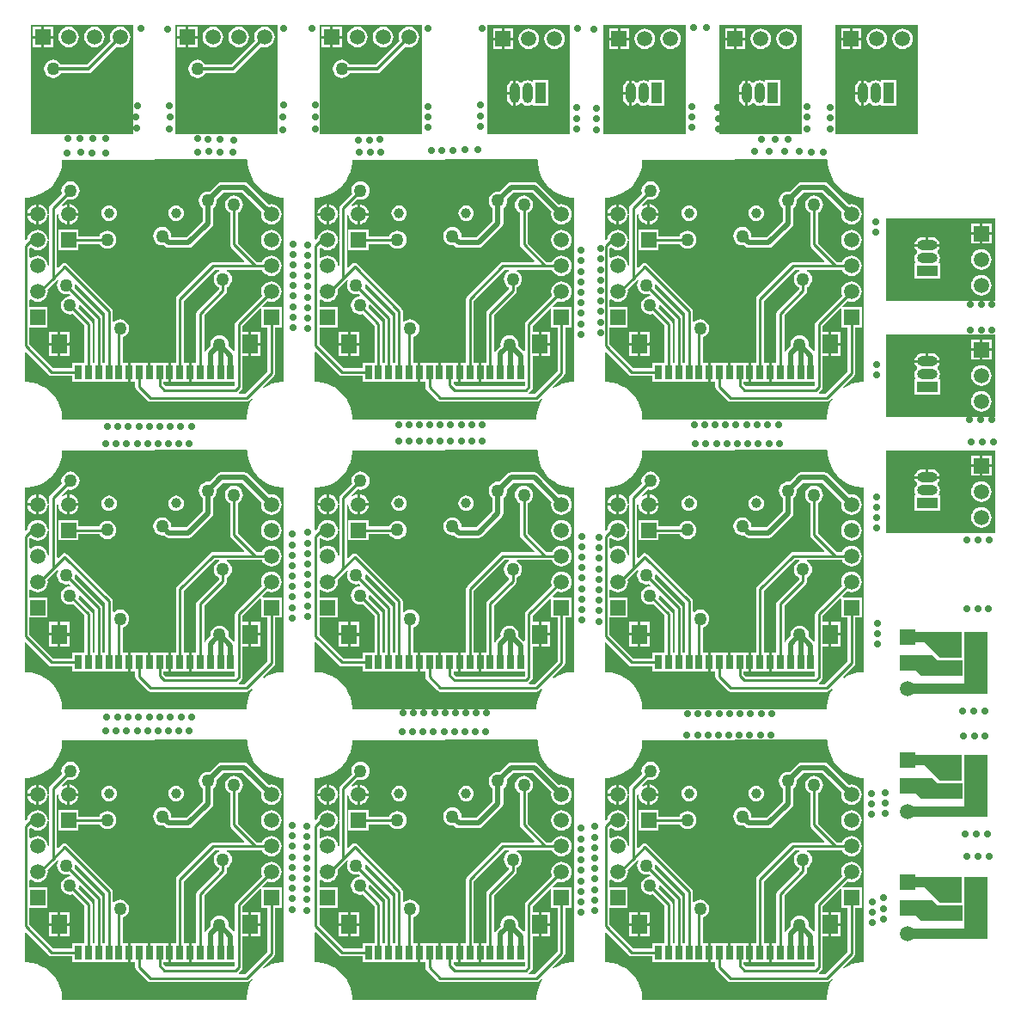
<source format=gbl>
G04*
G04 #@! TF.GenerationSoftware,Altium Limited,Altium Designer,19.0.11 (319)*
G04*
G04 Layer_Physical_Order=2*
G04 Layer_Color=16711680*
%FSLAX25Y25*%
%MOIN*%
G70*
G01*
G75*
%ADD14C,0.01200*%
%ADD15C,0.01000*%
%ADD18C,0.02000*%
%ADD21C,0.02800*%
%ADD22C,0.05906*%
%ADD23R,0.05906X0.05906*%
%ADD24C,0.05000*%
%ADD25R,0.05906X0.05906*%
%ADD26O,0.07874X0.03937*%
%ADD27R,0.07874X0.03937*%
%ADD28C,0.06000*%
%ADD29C,0.03937*%
%ADD30O,0.03937X0.07874*%
%ADD31R,0.03937X0.07874*%
%ADD32R,0.02756X0.05315*%
%ADD33R,0.05906X0.07480*%
%ADD34C,0.04000*%
G36*
X155923Y336529D02*
X116482D01*
Y378971D01*
X155923D01*
Y336529D01*
D02*
G37*
G36*
X99947D02*
X60506D01*
Y378971D01*
X99947D01*
Y336529D01*
D02*
G37*
G36*
X43971D02*
X4529D01*
Y378971D01*
X43971D01*
Y336529D01*
D02*
G37*
G36*
X348471Y336529D02*
X316529D01*
Y378971D01*
X348471D01*
Y336529D01*
D02*
G37*
G36*
X303471D02*
X271529D01*
Y378971D01*
X303471D01*
Y336529D01*
D02*
G37*
G36*
X258471D02*
X226529D01*
Y378971D01*
X258471D01*
Y336529D01*
D02*
G37*
G36*
X213471D02*
X181529D01*
Y378971D01*
X213471D01*
Y336529D01*
D02*
G37*
G36*
X236372Y295342D02*
Y285655D01*
X235872Y285622D01*
X235753Y286530D01*
X235354Y287492D01*
X234721Y288318D01*
X233895Y288951D01*
X232933Y289350D01*
X231902Y289485D01*
X230870Y289350D01*
X229908Y288951D01*
X229331Y288508D01*
X228831Y288755D01*
Y292242D01*
X229331Y292489D01*
X229908Y292046D01*
X230870Y291648D01*
X231902Y291512D01*
X232933Y291648D01*
X233895Y292046D01*
X234721Y292679D01*
X235354Y293505D01*
X235753Y294467D01*
X235872Y295375D01*
X236372Y295342D01*
D02*
G37*
G36*
X123872D02*
Y285655D01*
X123372Y285622D01*
X123252Y286530D01*
X122854Y287492D01*
X122221Y288318D01*
X121395Y288951D01*
X120433Y289350D01*
X119402Y289485D01*
X118370Y289350D01*
X117408Y288951D01*
X116831Y288508D01*
X116331Y288755D01*
Y292242D01*
X116831Y292489D01*
X117408Y292046D01*
X118370Y291648D01*
X119402Y291512D01*
X120433Y291648D01*
X121395Y292046D01*
X122221Y292679D01*
X122854Y293505D01*
X123252Y294467D01*
X123372Y295375D01*
X123872Y295342D01*
D02*
G37*
G36*
X11372D02*
Y285655D01*
X10872Y285622D01*
X10752Y286530D01*
X10354Y287492D01*
X9721Y288318D01*
X8895Y288951D01*
X7933Y289350D01*
X6901Y289485D01*
X5870Y289350D01*
X4908Y288951D01*
X4331Y288508D01*
X3831Y288755D01*
Y292242D01*
X4331Y292489D01*
X4908Y292046D01*
X5870Y291648D01*
X6901Y291512D01*
X7933Y291648D01*
X8895Y292046D01*
X9721Y292679D01*
X10354Y293505D01*
X10752Y294467D01*
X10872Y295375D01*
X11372Y295342D01*
D02*
G37*
G36*
X313502Y326444D02*
Y325998D01*
X313531Y325083D01*
X313771Y323267D01*
X314245Y321498D01*
X314945Y319807D01*
X315861Y318220D01*
X316976Y316768D01*
X318271Y315473D01*
X319724Y314358D01*
X321309Y313442D01*
X323001Y312741D01*
X324770Y312267D01*
X326586Y312029D01*
X327502Y311999D01*
X327502Y311999D01*
X327502Y240498D01*
X326553Y240468D01*
X324673Y240220D01*
X322841Y239729D01*
X321088Y239003D01*
X319640Y238167D01*
X319333Y238567D01*
X323683Y242917D01*
X324014Y243413D01*
X324131Y243999D01*
Y261546D01*
X326554D01*
Y269451D01*
X319370D01*
X319179Y269913D01*
X321106Y271840D01*
X321570Y271648D01*
X322602Y271512D01*
X323633Y271648D01*
X324595Y272046D01*
X325421Y272679D01*
X326054Y273505D01*
X326452Y274467D01*
X326588Y275499D01*
X326452Y276530D01*
X326054Y277492D01*
X325421Y278318D01*
X324595Y278951D01*
X323633Y279349D01*
X322602Y279485D01*
X321570Y279349D01*
X320608Y278951D01*
X319782Y278318D01*
X319149Y277492D01*
X318751Y276530D01*
X318615Y275499D01*
X318751Y274467D01*
X318943Y274003D01*
X308920Y263980D01*
X308589Y263484D01*
X308472Y262898D01*
Y252619D01*
X307972Y252412D01*
X305957Y254427D01*
X306032Y254998D01*
X305911Y255912D01*
X305559Y256764D01*
X304998Y257495D01*
X304267Y258056D01*
X303415Y258408D01*
X302502Y258529D01*
X301588Y258408D01*
X300736Y258056D01*
X300005Y257495D01*
X299444Y256764D01*
X299092Y255912D01*
X298971Y254998D01*
X299046Y254427D01*
X297505Y252886D01*
X297063Y252224D01*
X297040Y252106D01*
X296540Y252155D01*
Y266374D01*
X304883Y274717D01*
X305215Y275213D01*
X305331Y275799D01*
Y277144D01*
X305567Y277241D01*
X306298Y277802D01*
X306859Y278533D01*
X307211Y279385D01*
X307332Y280298D01*
X307211Y281212D01*
X306859Y282064D01*
X306298Y282795D01*
X305567Y283356D01*
X305293Y283469D01*
X305392Y283969D01*
X318957D01*
X319149Y283505D01*
X319782Y282679D01*
X320608Y282046D01*
X321570Y281647D01*
X322602Y281512D01*
X323633Y281647D01*
X324595Y282046D01*
X325421Y282679D01*
X326054Y283505D01*
X326452Y284467D01*
X326588Y285498D01*
X326452Y286530D01*
X326054Y287492D01*
X325421Y288318D01*
X324595Y288951D01*
X323633Y289350D01*
X322602Y289485D01*
X321570Y289350D01*
X320608Y288951D01*
X319782Y288318D01*
X319149Y287492D01*
X318957Y287028D01*
X316974D01*
X309631Y294371D01*
Y306044D01*
X309867Y306141D01*
X310598Y306702D01*
X311159Y307433D01*
X311511Y308285D01*
X311632Y309198D01*
X311511Y310112D01*
X311159Y310964D01*
X310598Y311695D01*
X309867Y312256D01*
X309015Y312608D01*
X308102Y312729D01*
X307188Y312608D01*
X306336Y312256D01*
X305605Y311695D01*
X305044Y310964D01*
X304692Y310112D01*
X304571Y309198D01*
X304692Y308285D01*
X305044Y307433D01*
X305605Y306702D01*
X306336Y306141D01*
X306572Y306044D01*
Y293738D01*
X306688Y293153D01*
X307020Y292656D01*
X312187Y287490D01*
X311995Y287028D01*
X300002D01*
X299416Y286912D01*
X298920Y286580D01*
X286055Y273715D01*
X285723Y273218D01*
X285607Y272633D01*
Y247931D01*
X283699D01*
Y244273D01*
Y240616D01*
X290573D01*
Y244273D01*
Y247931D01*
X288666D01*
Y272000D01*
X300635Y283969D01*
X302211D01*
X302310Y283469D01*
X302036Y283356D01*
X301305Y282795D01*
X300744Y282064D01*
X300392Y281212D01*
X300271Y280298D01*
X300392Y279385D01*
X300744Y278533D01*
X301305Y277802D01*
X302036Y277241D01*
X302272Y277144D01*
Y276432D01*
X293929Y268089D01*
X293597Y267592D01*
X293481Y267007D01*
Y247931D01*
X291573D01*
Y244273D01*
Y240616D01*
X308472D01*
Y239132D01*
X308168Y238828D01*
X281735D01*
X280791Y239771D01*
Y240616D01*
X282699D01*
Y244273D01*
Y247931D01*
X275825D01*
Y244273D01*
X274825D01*
Y247931D01*
X267951D01*
Y244273D01*
Y240616D01*
X269859D01*
Y238612D01*
X269975Y238027D01*
X270307Y237530D01*
X274620Y233217D01*
X275116Y232886D01*
X275701Y232769D01*
X312901D01*
X313487Y232886D01*
X313983Y233217D01*
X314933Y234167D01*
X315333Y233860D01*
X314497Y232412D01*
X313771Y230659D01*
X313280Y228827D01*
X313033Y226947D01*
X313001Y225998D01*
X241501D01*
X241470Y226947D01*
X241223Y228827D01*
X240732Y230659D01*
X240006Y232412D01*
X239058Y234054D01*
X237903Y235559D01*
X236562Y236900D01*
X235057Y238055D01*
X233415Y239003D01*
X231662Y239729D01*
X229830Y240220D01*
X227950Y240468D01*
X227002Y240498D01*
X227002Y240498D01*
Y251882D01*
X227463Y252074D01*
X236345Y243192D01*
X236841Y242860D01*
X237427Y242744D01*
X245388D01*
Y240616D01*
X266951D01*
Y244273D01*
Y247931D01*
X265043D01*
Y257842D01*
X265767Y258141D01*
X266498Y258702D01*
X267059Y259433D01*
X267411Y260285D01*
X267532Y261198D01*
X267411Y262112D01*
X267059Y262964D01*
X266498Y263695D01*
X265767Y264256D01*
X264915Y264608D01*
X264001Y264729D01*
X263088Y264608D01*
X262236Y264256D01*
X261607Y263772D01*
X261106Y263928D01*
Y267923D01*
X260990Y268508D01*
X260659Y269004D01*
X243483Y286180D01*
X242987Y286511D01*
X242402Y286628D01*
X241816Y286511D01*
X241320Y286180D01*
X239893Y284753D01*
X239431Y284944D01*
Y305342D01*
X239931Y305375D01*
X240051Y304467D01*
X240449Y303505D01*
X241082Y302679D01*
X241908Y302046D01*
X242870Y301647D01*
X243402Y301577D01*
Y305499D01*
Y309419D01*
X242870Y309349D01*
X241908Y308951D01*
X241548Y308675D01*
X241217Y309051D01*
X243552Y311386D01*
X243788Y311289D01*
X244702Y311168D01*
X245615Y311289D01*
X246467Y311641D01*
X247198Y312202D01*
X247759Y312933D01*
X248111Y313785D01*
X248232Y314699D01*
X248111Y315612D01*
X247759Y316464D01*
X247198Y317195D01*
X246467Y317756D01*
X245615Y318108D01*
X244702Y318229D01*
X243788Y318108D01*
X242936Y317756D01*
X242205Y317195D01*
X241644Y316464D01*
X241292Y315612D01*
X241171Y314699D01*
X241292Y313785D01*
X241389Y313549D01*
X236820Y308980D01*
X236489Y308484D01*
X236372Y307898D01*
Y305655D01*
X235872Y305622D01*
X235842Y305853D01*
X235753Y306530D01*
X235354Y307492D01*
X234721Y308318D01*
X233895Y308951D01*
X232933Y309349D01*
X232401Y309419D01*
Y305499D01*
Y301577D01*
X232933Y301647D01*
X233895Y302046D01*
X234721Y302679D01*
X235354Y303505D01*
X235753Y304467D01*
X235842Y305144D01*
X235872Y305375D01*
X236372Y305342D01*
Y295655D01*
X235872Y295622D01*
X235753Y296530D01*
X235354Y297492D01*
X234721Y298318D01*
X233895Y298951D01*
X232933Y299349D01*
X231902Y299485D01*
X230870Y299349D01*
X229908Y298951D01*
X229082Y298318D01*
X228449Y297492D01*
X228050Y296530D01*
X227987Y296047D01*
X227463Y295523D01*
X227002Y295715D01*
Y311999D01*
X227950Y312030D01*
X229830Y312277D01*
X231662Y312768D01*
X233415Y313494D01*
X235057Y314442D01*
X236562Y315597D01*
X237903Y316938D01*
X239058Y318443D01*
X240006Y320085D01*
X240732Y321838D01*
X241223Y323670D01*
X241470Y325550D01*
X241501Y326499D01*
X241501Y326499D01*
X313147Y326797D01*
X313502Y326444D01*
D02*
G37*
G36*
X201002D02*
Y325998D01*
X201031Y325083D01*
X201271Y323267D01*
X201745Y321498D01*
X202445Y319807D01*
X203361Y318220D01*
X204476Y316768D01*
X205771Y315473D01*
X207224Y314358D01*
X208809Y313442D01*
X210501Y312741D01*
X212270Y312267D01*
X214086Y312029D01*
X215002Y311999D01*
X215002Y311999D01*
X215002Y240498D01*
X214053Y240468D01*
X212173Y240220D01*
X210341Y239729D01*
X208588Y239003D01*
X207140Y238167D01*
X206833Y238567D01*
X211183Y242917D01*
X211514Y243413D01*
X211631Y243999D01*
Y261546D01*
X214054D01*
Y269451D01*
X206870D01*
X206679Y269913D01*
X208606Y271840D01*
X209070Y271648D01*
X210102Y271512D01*
X211133Y271648D01*
X212095Y272046D01*
X212921Y272679D01*
X213554Y273505D01*
X213952Y274467D01*
X214088Y275499D01*
X213952Y276530D01*
X213554Y277492D01*
X212921Y278318D01*
X212095Y278951D01*
X211133Y279349D01*
X210102Y279485D01*
X209070Y279349D01*
X208108Y278951D01*
X207282Y278318D01*
X206649Y277492D01*
X206251Y276530D01*
X206115Y275499D01*
X206251Y274467D01*
X206443Y274003D01*
X196420Y263980D01*
X196089Y263484D01*
X195972Y262898D01*
Y252619D01*
X195472Y252412D01*
X193456Y254427D01*
X193532Y254998D01*
X193411Y255912D01*
X193059Y256764D01*
X192498Y257495D01*
X191767Y258056D01*
X190915Y258408D01*
X190001Y258529D01*
X189088Y258408D01*
X188236Y258056D01*
X187505Y257495D01*
X186944Y256764D01*
X186592Y255912D01*
X186471Y254998D01*
X186547Y254427D01*
X185005Y252886D01*
X184563Y252224D01*
X184540Y252106D01*
X184040Y252155D01*
Y266374D01*
X192383Y274717D01*
X192715Y275213D01*
X192831Y275799D01*
Y277144D01*
X193067Y277241D01*
X193798Y277802D01*
X194359Y278533D01*
X194711Y279385D01*
X194832Y280298D01*
X194711Y281212D01*
X194359Y282064D01*
X193798Y282795D01*
X193067Y283356D01*
X192793Y283469D01*
X192892Y283969D01*
X206457D01*
X206649Y283505D01*
X207282Y282679D01*
X208108Y282046D01*
X209070Y281647D01*
X210102Y281512D01*
X211133Y281647D01*
X212095Y282046D01*
X212921Y282679D01*
X213554Y283505D01*
X213952Y284467D01*
X214088Y285498D01*
X213952Y286530D01*
X213554Y287492D01*
X212921Y288318D01*
X212095Y288951D01*
X211133Y289350D01*
X210102Y289485D01*
X209070Y289350D01*
X208108Y288951D01*
X207282Y288318D01*
X206649Y287492D01*
X206457Y287028D01*
X204474D01*
X197131Y294371D01*
Y306044D01*
X197367Y306141D01*
X198098Y306702D01*
X198659Y307433D01*
X199011Y308285D01*
X199132Y309198D01*
X199011Y310112D01*
X198659Y310964D01*
X198098Y311695D01*
X197367Y312256D01*
X196515Y312608D01*
X195601Y312729D01*
X194688Y312608D01*
X193836Y312256D01*
X193105Y311695D01*
X192544Y310964D01*
X192192Y310112D01*
X192071Y309198D01*
X192192Y308285D01*
X192544Y307433D01*
X193105Y306702D01*
X193836Y306141D01*
X194072Y306044D01*
Y293738D01*
X194188Y293153D01*
X194520Y292656D01*
X199687Y287490D01*
X199495Y287028D01*
X187502D01*
X186916Y286912D01*
X186420Y286580D01*
X173555Y273715D01*
X173223Y273218D01*
X173107Y272633D01*
Y247931D01*
X171199D01*
Y244273D01*
Y240616D01*
X178073D01*
Y244273D01*
Y247931D01*
X176165D01*
Y272000D01*
X188135Y283969D01*
X189711D01*
X189810Y283469D01*
X189536Y283356D01*
X188805Y282795D01*
X188244Y282064D01*
X187892Y281212D01*
X187771Y280298D01*
X187892Y279385D01*
X188244Y278533D01*
X188805Y277802D01*
X189536Y277241D01*
X189772Y277144D01*
Y276432D01*
X181429Y268089D01*
X181097Y267592D01*
X180981Y267007D01*
Y247931D01*
X179073D01*
Y244273D01*
Y240616D01*
X195972D01*
Y239132D01*
X195668Y238828D01*
X169235D01*
X168291Y239771D01*
Y240616D01*
X170199D01*
Y244273D01*
Y247931D01*
X163325D01*
Y244273D01*
X162325D01*
Y247931D01*
X155451D01*
Y244273D01*
Y240616D01*
X157359D01*
Y238612D01*
X157475Y238027D01*
X157807Y237530D01*
X162120Y233217D01*
X162616Y232886D01*
X163201Y232769D01*
X200401D01*
X200987Y232886D01*
X201483Y233217D01*
X202433Y234167D01*
X202833Y233860D01*
X201997Y232412D01*
X201271Y230659D01*
X200780Y228827D01*
X200533Y226947D01*
X200501Y225998D01*
X129001D01*
X128971Y226947D01*
X128723Y228827D01*
X128232Y230659D01*
X127506Y232412D01*
X126558Y234054D01*
X125403Y235559D01*
X124062Y236900D01*
X122557Y238055D01*
X120915Y239003D01*
X119162Y239729D01*
X117330Y240220D01*
X115450Y240468D01*
X114502Y240498D01*
X114502Y240498D01*
Y251882D01*
X114963Y252074D01*
X123845Y243192D01*
X124341Y242860D01*
X124927Y242744D01*
X132888D01*
Y240616D01*
X154451D01*
Y244273D01*
Y247931D01*
X152543D01*
Y257842D01*
X153267Y258141D01*
X153998Y258702D01*
X154559Y259433D01*
X154911Y260285D01*
X155032Y261198D01*
X154911Y262112D01*
X154559Y262964D01*
X153998Y263695D01*
X153267Y264256D01*
X152415Y264608D01*
X151502Y264729D01*
X150588Y264608D01*
X149736Y264256D01*
X149107Y263772D01*
X148607Y263928D01*
Y267923D01*
X148490Y268508D01*
X148159Y269004D01*
X130983Y286180D01*
X130487Y286511D01*
X129902Y286628D01*
X129316Y286511D01*
X128820Y286180D01*
X127393Y284753D01*
X126931Y284944D01*
Y305342D01*
X127431Y305375D01*
X127550Y304467D01*
X127949Y303505D01*
X128582Y302679D01*
X129408Y302046D01*
X130370Y301647D01*
X130902Y301577D01*
Y305499D01*
Y309419D01*
X130370Y309349D01*
X129408Y308951D01*
X129048Y308675D01*
X128717Y309051D01*
X131052Y311386D01*
X131288Y311289D01*
X132202Y311168D01*
X133115Y311289D01*
X133967Y311641D01*
X134698Y312202D01*
X135259Y312933D01*
X135611Y313785D01*
X135732Y314699D01*
X135611Y315612D01*
X135259Y316464D01*
X134698Y317195D01*
X133967Y317756D01*
X133115Y318108D01*
X132202Y318229D01*
X131288Y318108D01*
X130436Y317756D01*
X129705Y317195D01*
X129144Y316464D01*
X128792Y315612D01*
X128671Y314699D01*
X128792Y313785D01*
X128889Y313549D01*
X124320Y308980D01*
X123988Y308484D01*
X123872Y307898D01*
Y305655D01*
X123372Y305622D01*
X123342Y305853D01*
X123252Y306530D01*
X122854Y307492D01*
X122221Y308318D01*
X121395Y308951D01*
X120433Y309349D01*
X119902Y309419D01*
Y305499D01*
Y301577D01*
X120433Y301647D01*
X121395Y302046D01*
X122221Y302679D01*
X122854Y303505D01*
X123252Y304467D01*
X123342Y305144D01*
X123372Y305375D01*
X123872Y305342D01*
Y295655D01*
X123372Y295622D01*
X123252Y296530D01*
X122854Y297492D01*
X122221Y298318D01*
X121395Y298951D01*
X120433Y299349D01*
X119402Y299485D01*
X118370Y299349D01*
X117408Y298951D01*
X116582Y298318D01*
X115949Y297492D01*
X115550Y296530D01*
X115487Y296047D01*
X114963Y295523D01*
X114502Y295715D01*
Y311999D01*
X115450Y312030D01*
X117330Y312277D01*
X119162Y312768D01*
X120915Y313494D01*
X122557Y314442D01*
X124062Y315597D01*
X125403Y316938D01*
X126558Y318443D01*
X127506Y320085D01*
X128232Y321838D01*
X128723Y323670D01*
X128970Y325550D01*
X129001Y326499D01*
X129001Y326499D01*
X200647Y326797D01*
X201002Y326444D01*
D02*
G37*
G36*
X88502D02*
Y325998D01*
X88532Y325083D01*
X88771Y323267D01*
X89245Y321498D01*
X89945Y319807D01*
X90861Y318220D01*
X91976Y316768D01*
X93271Y315473D01*
X94723Y314358D01*
X96310Y313442D01*
X98001Y312741D01*
X99770Y312267D01*
X101586Y312029D01*
X102501Y311999D01*
X102501Y311999D01*
X102501Y240498D01*
X101553Y240468D01*
X99673Y240220D01*
X97841Y239729D01*
X96088Y239003D01*
X94640Y238167D01*
X94333Y238567D01*
X98683Y242917D01*
X99015Y243413D01*
X99131Y243999D01*
Y261546D01*
X101554D01*
Y269451D01*
X94370D01*
X94179Y269913D01*
X96106Y271840D01*
X96570Y271648D01*
X97601Y271512D01*
X98633Y271648D01*
X99595Y272046D01*
X100421Y272679D01*
X101054Y273505D01*
X101453Y274467D01*
X101588Y275499D01*
X101453Y276530D01*
X101054Y277492D01*
X100421Y278318D01*
X99595Y278951D01*
X98633Y279349D01*
X97601Y279485D01*
X96570Y279349D01*
X95608Y278951D01*
X94782Y278318D01*
X94149Y277492D01*
X93751Y276530D01*
X93615Y275499D01*
X93751Y274467D01*
X93943Y274003D01*
X83920Y263980D01*
X83588Y263484D01*
X83472Y262898D01*
Y252619D01*
X82972Y252412D01*
X80957Y254427D01*
X81032Y254998D01*
X80911Y255912D01*
X80559Y256764D01*
X79998Y257495D01*
X79267Y258056D01*
X78415Y258408D01*
X77501Y258529D01*
X76588Y258408D01*
X75736Y258056D01*
X75005Y257495D01*
X74444Y256764D01*
X74092Y255912D01*
X73971Y254998D01*
X74046Y254427D01*
X72505Y252886D01*
X72063Y252224D01*
X72040Y252106D01*
X71540Y252155D01*
Y266374D01*
X79883Y274717D01*
X80215Y275213D01*
X80331Y275799D01*
Y277144D01*
X80567Y277241D01*
X81298Y277802D01*
X81859Y278533D01*
X82211Y279385D01*
X82332Y280298D01*
X82211Y281212D01*
X81859Y282064D01*
X81298Y282795D01*
X80567Y283356D01*
X80293Y283469D01*
X80392Y283969D01*
X93957D01*
X94149Y283505D01*
X94782Y282679D01*
X95608Y282046D01*
X96570Y281647D01*
X97601Y281512D01*
X98633Y281647D01*
X99595Y282046D01*
X100421Y282679D01*
X101054Y283505D01*
X101453Y284467D01*
X101588Y285498D01*
X101453Y286530D01*
X101054Y287492D01*
X100421Y288318D01*
X99595Y288951D01*
X98633Y289350D01*
X97601Y289485D01*
X96570Y289350D01*
X95608Y288951D01*
X94782Y288318D01*
X94149Y287492D01*
X93957Y287028D01*
X91974D01*
X84631Y294371D01*
Y306044D01*
X84867Y306141D01*
X85598Y306702D01*
X86159Y307433D01*
X86511Y308285D01*
X86632Y309198D01*
X86511Y310112D01*
X86159Y310964D01*
X85598Y311695D01*
X84867Y312256D01*
X84015Y312608D01*
X83101Y312729D01*
X82188Y312608D01*
X81336Y312256D01*
X80605Y311695D01*
X80044Y310964D01*
X79692Y310112D01*
X79571Y309198D01*
X79692Y308285D01*
X80044Y307433D01*
X80605Y306702D01*
X81336Y306141D01*
X81572Y306044D01*
Y293738D01*
X81688Y293153D01*
X82020Y292656D01*
X87187Y287490D01*
X86995Y287028D01*
X75002D01*
X74416Y286912D01*
X73920Y286580D01*
X61055Y273715D01*
X60723Y273218D01*
X60607Y272633D01*
Y247931D01*
X58699D01*
Y244273D01*
Y240616D01*
X65573D01*
Y244273D01*
Y247931D01*
X63665D01*
Y272000D01*
X75635Y283969D01*
X77211D01*
X77310Y283469D01*
X77036Y283356D01*
X76305Y282795D01*
X75744Y282064D01*
X75392Y281212D01*
X75271Y280298D01*
X75392Y279385D01*
X75744Y278533D01*
X76305Y277802D01*
X77036Y277241D01*
X77272Y277144D01*
Y276432D01*
X68929Y268089D01*
X68597Y267592D01*
X68481Y267007D01*
Y247931D01*
X66573D01*
Y244273D01*
Y240616D01*
X83472D01*
Y239132D01*
X83168Y238828D01*
X56735D01*
X55791Y239771D01*
Y240616D01*
X57699D01*
Y244273D01*
Y247931D01*
X50825D01*
Y244273D01*
X49825D01*
Y247931D01*
X42951D01*
Y244273D01*
Y240616D01*
X44859D01*
Y238612D01*
X44975Y238027D01*
X45307Y237530D01*
X49620Y233217D01*
X50116Y232886D01*
X50701Y232769D01*
X87902D01*
X88487Y232886D01*
X88983Y233217D01*
X89933Y234167D01*
X90333Y233860D01*
X89497Y232412D01*
X88771Y230659D01*
X88280Y228827D01*
X88033Y226947D01*
X88002Y225998D01*
X16501D01*
X16470Y226947D01*
X16223Y228827D01*
X15732Y230659D01*
X15006Y232412D01*
X14058Y234054D01*
X12903Y235559D01*
X11562Y236900D01*
X10057Y238055D01*
X8415Y239003D01*
X6662Y239729D01*
X4830Y240220D01*
X2950Y240468D01*
X2001Y240498D01*
X2001Y240498D01*
Y251882D01*
X2463Y252074D01*
X11345Y243192D01*
X11841Y242860D01*
X12427Y242744D01*
X20388D01*
Y240616D01*
X41951D01*
Y244273D01*
Y247931D01*
X40044D01*
Y257842D01*
X40767Y258141D01*
X41498Y258702D01*
X42059Y259433D01*
X42411Y260285D01*
X42532Y261198D01*
X42411Y262112D01*
X42059Y262964D01*
X41498Y263695D01*
X40767Y264256D01*
X39915Y264608D01*
X39002Y264729D01*
X38088Y264608D01*
X37236Y264256D01*
X36606Y263772D01*
X36107Y263928D01*
Y267923D01*
X35990Y268508D01*
X35658Y269004D01*
X18483Y286180D01*
X17987Y286511D01*
X17402Y286628D01*
X16816Y286511D01*
X16320Y286180D01*
X14893Y284753D01*
X14431Y284944D01*
Y305342D01*
X14931Y305375D01*
X15051Y304467D01*
X15449Y303505D01*
X16082Y302679D01*
X16908Y302046D01*
X17870Y301647D01*
X18402Y301577D01*
Y305499D01*
Y309419D01*
X17870Y309349D01*
X16908Y308951D01*
X16548Y308675D01*
X16217Y309051D01*
X18552Y311386D01*
X18788Y311289D01*
X19702Y311168D01*
X20615Y311289D01*
X21467Y311641D01*
X22198Y312202D01*
X22759Y312933D01*
X23111Y313785D01*
X23232Y314699D01*
X23111Y315612D01*
X22759Y316464D01*
X22198Y317195D01*
X21467Y317756D01*
X20615Y318108D01*
X19702Y318229D01*
X18788Y318108D01*
X17936Y317756D01*
X17205Y317195D01*
X16644Y316464D01*
X16292Y315612D01*
X16171Y314699D01*
X16292Y313785D01*
X16389Y313549D01*
X11820Y308980D01*
X11489Y308484D01*
X11372Y307898D01*
Y305655D01*
X10872Y305622D01*
X10842Y305853D01*
X10752Y306530D01*
X10354Y307492D01*
X9721Y308318D01*
X8895Y308951D01*
X7933Y309349D01*
X7401Y309419D01*
Y305499D01*
Y301577D01*
X7933Y301647D01*
X8895Y302046D01*
X9721Y302679D01*
X10354Y303505D01*
X10752Y304467D01*
X10842Y305144D01*
X10872Y305375D01*
X11372Y305342D01*
Y295655D01*
X10872Y295622D01*
X10752Y296530D01*
X10354Y297492D01*
X9721Y298318D01*
X8895Y298951D01*
X7933Y299349D01*
X6901Y299485D01*
X5870Y299349D01*
X4908Y298951D01*
X4082Y298318D01*
X3449Y297492D01*
X3050Y296530D01*
X2987Y296047D01*
X2463Y295523D01*
X2001Y295715D01*
Y311999D01*
X2950Y312030D01*
X4830Y312277D01*
X6662Y312768D01*
X8415Y313494D01*
X10057Y314442D01*
X11562Y315597D01*
X12903Y316938D01*
X14058Y318443D01*
X15006Y320085D01*
X15732Y321838D01*
X16223Y323670D01*
X16470Y325550D01*
X16501Y326499D01*
X16501Y326499D01*
X88147Y326797D01*
X88502Y326444D01*
D02*
G37*
G36*
X378471Y272029D02*
X336029D01*
Y303971D01*
X378471D01*
Y272029D01*
D02*
G37*
G36*
X239970Y279797D02*
X239944Y279764D01*
X239592Y278912D01*
X239471Y277998D01*
X239592Y277085D01*
X239944Y276233D01*
X240505Y275502D01*
X241236Y274941D01*
X242088Y274589D01*
X243002Y274468D01*
X243915Y274589D01*
X244151Y274686D01*
X244677Y274160D01*
X244413Y273717D01*
X243588Y273608D01*
X242736Y273256D01*
X242005Y272695D01*
X241444Y271964D01*
X241092Y271112D01*
X240971Y270198D01*
X241092Y269285D01*
X241444Y268433D01*
X242005Y267702D01*
X242736Y267141D01*
X243588Y266789D01*
X244501Y266668D01*
X245415Y266789D01*
X245651Y266886D01*
X250174Y262363D01*
Y247931D01*
X245388D01*
Y245803D01*
X238060D01*
X228831Y255032D01*
Y261546D01*
X235854D01*
Y269451D01*
X228831D01*
Y272242D01*
X229331Y272489D01*
X229908Y272046D01*
X230870Y271648D01*
X231902Y271512D01*
X232933Y271648D01*
X233895Y272046D01*
X234721Y272679D01*
X235354Y273505D01*
X235753Y274467D01*
X235888Y275499D01*
X235781Y276315D01*
X239593Y280127D01*
X239970Y279797D01*
D02*
G37*
G36*
X127470D02*
X127444Y279764D01*
X127092Y278912D01*
X126971Y277998D01*
X127092Y277085D01*
X127444Y276233D01*
X128005Y275502D01*
X128736Y274941D01*
X129588Y274589D01*
X130501Y274468D01*
X131415Y274589D01*
X131651Y274686D01*
X132177Y274160D01*
X131913Y273717D01*
X131088Y273608D01*
X130236Y273256D01*
X129505Y272695D01*
X128944Y271964D01*
X128592Y271112D01*
X128471Y270198D01*
X128592Y269285D01*
X128944Y268433D01*
X129505Y267702D01*
X130236Y267141D01*
X131088Y266789D01*
X132001Y266668D01*
X132915Y266789D01*
X133151Y266886D01*
X137674Y262363D01*
Y247931D01*
X132888D01*
Y245803D01*
X125560D01*
X116331Y255032D01*
Y261546D01*
X123354D01*
Y269451D01*
X116331D01*
Y272242D01*
X116831Y272489D01*
X117408Y272046D01*
X118370Y271648D01*
X119402Y271512D01*
X120433Y271648D01*
X121395Y272046D01*
X122221Y272679D01*
X122854Y273505D01*
X123252Y274467D01*
X123388Y275499D01*
X123281Y276315D01*
X127093Y280127D01*
X127470Y279797D01*
D02*
G37*
G36*
X14970D02*
X14944Y279764D01*
X14592Y278912D01*
X14471Y277998D01*
X14592Y277085D01*
X14944Y276233D01*
X15505Y275502D01*
X16236Y274941D01*
X17088Y274589D01*
X18001Y274468D01*
X18915Y274589D01*
X19151Y274686D01*
X19677Y274160D01*
X19413Y273717D01*
X18588Y273608D01*
X17736Y273256D01*
X17005Y272695D01*
X16444Y271964D01*
X16092Y271112D01*
X15971Y270198D01*
X16092Y269285D01*
X16444Y268433D01*
X17005Y267702D01*
X17736Y267141D01*
X18588Y266789D01*
X19501Y266668D01*
X20415Y266789D01*
X20651Y266886D01*
X25174Y262363D01*
Y247931D01*
X20388D01*
Y245803D01*
X13060D01*
X3831Y255032D01*
Y261546D01*
X10854D01*
Y269451D01*
X3831D01*
Y272242D01*
X4331Y272489D01*
X4908Y272046D01*
X5870Y271648D01*
X6901Y271512D01*
X7933Y271648D01*
X8895Y272046D01*
X9721Y272679D01*
X10354Y273505D01*
X10752Y274467D01*
X10888Y275499D01*
X10781Y276315D01*
X14593Y280127D01*
X14970Y279797D01*
D02*
G37*
G36*
X258048Y267289D02*
Y247931D01*
X257170D01*
Y265360D01*
X257053Y265945D01*
X256721Y266441D01*
X246314Y276849D01*
X246411Y277085D01*
X246532Y277998D01*
X246517Y278113D01*
X246990Y278347D01*
X258048Y267289D01*
D02*
G37*
G36*
X254111Y264726D02*
Y247931D01*
X253233D01*
Y262997D01*
X253116Y263582D01*
X252784Y264078D01*
X247814Y269049D01*
X247911Y269285D01*
X248020Y270110D01*
X248463Y270374D01*
X254111Y264726D01*
D02*
G37*
G36*
X145548Y267289D02*
Y247931D01*
X144669D01*
Y265360D01*
X144553Y265945D01*
X144221Y266441D01*
X133814Y276849D01*
X133911Y277085D01*
X134032Y277998D01*
X134017Y278113D01*
X134490Y278347D01*
X145548Y267289D01*
D02*
G37*
G36*
X141611Y264726D02*
Y247931D01*
X140733D01*
Y262997D01*
X140616Y263582D01*
X140285Y264078D01*
X135314Y269049D01*
X135411Y269285D01*
X135520Y270110D01*
X135963Y270374D01*
X141611Y264726D01*
D02*
G37*
G36*
X33048Y267289D02*
Y247931D01*
X32169D01*
Y265360D01*
X32053Y265945D01*
X31721Y266441D01*
X21314Y276849D01*
X21411Y277085D01*
X21532Y277998D01*
X21517Y278113D01*
X21990Y278347D01*
X33048Y267289D01*
D02*
G37*
G36*
X29111Y264726D02*
Y247931D01*
X28232D01*
Y262997D01*
X28116Y263582D01*
X27784Y264078D01*
X22814Y269049D01*
X22911Y269285D01*
X23020Y270110D01*
X23463Y270374D01*
X29111Y264726D01*
D02*
G37*
G36*
X318649Y268730D02*
Y261546D01*
X321072D01*
Y244632D01*
X312268Y235828D01*
X310178D01*
X310131Y235891D01*
X309994Y236328D01*
X311083Y237417D01*
X311415Y237913D01*
X311531Y238498D01*
Y250458D01*
X313802D01*
Y255199D01*
Y259939D01*
X311531D01*
Y262265D01*
X318187Y268921D01*
X318649Y268730D01*
D02*
G37*
G36*
X206149D02*
Y261546D01*
X208572D01*
Y244632D01*
X199768Y235828D01*
X197678D01*
X197631Y235891D01*
X197494Y236328D01*
X198583Y237417D01*
X198915Y237913D01*
X199031Y238498D01*
Y250458D01*
X201302D01*
Y255199D01*
Y259939D01*
X199031D01*
Y262265D01*
X205687Y268921D01*
X206149Y268730D01*
D02*
G37*
G36*
X93649D02*
Y261546D01*
X96072D01*
Y244632D01*
X87268Y235828D01*
X85179D01*
X85131Y235891D01*
X84994Y236328D01*
X86083Y237417D01*
X86414Y237913D01*
X86531Y238498D01*
Y250458D01*
X88801D01*
Y255199D01*
Y259939D01*
X86531D01*
Y262265D01*
X93187Y268921D01*
X93649Y268730D01*
D02*
G37*
G36*
X378471Y227029D02*
X336029D01*
Y258971D01*
X378471D01*
Y227029D01*
D02*
G37*
G36*
Y182029D02*
X336029D01*
Y213971D01*
X378471D01*
Y182029D01*
D02*
G37*
G36*
X236372Y182842D02*
Y173155D01*
X235872Y173122D01*
X235753Y174030D01*
X235354Y174992D01*
X234721Y175818D01*
X233895Y176451D01*
X232933Y176849D01*
X231902Y176985D01*
X230870Y176849D01*
X229908Y176451D01*
X229331Y176008D01*
X228831Y176255D01*
Y179742D01*
X229331Y179989D01*
X229908Y179546D01*
X230870Y179148D01*
X231902Y179012D01*
X232933Y179148D01*
X233895Y179546D01*
X234721Y180179D01*
X235354Y181005D01*
X235753Y181967D01*
X235872Y182875D01*
X236372Y182842D01*
D02*
G37*
G36*
X123872D02*
Y173155D01*
X123372Y173122D01*
X123252Y174030D01*
X122854Y174992D01*
X122221Y175818D01*
X121395Y176451D01*
X120433Y176849D01*
X119402Y176985D01*
X118370Y176849D01*
X117408Y176451D01*
X116831Y176008D01*
X116331Y176255D01*
Y179742D01*
X116831Y179989D01*
X117408Y179546D01*
X118370Y179148D01*
X119402Y179012D01*
X120433Y179148D01*
X121395Y179546D01*
X122221Y180179D01*
X122854Y181005D01*
X123252Y181967D01*
X123372Y182875D01*
X123872Y182842D01*
D02*
G37*
G36*
X11372D02*
Y173155D01*
X10872Y173122D01*
X10752Y174030D01*
X10354Y174992D01*
X9721Y175818D01*
X8895Y176451D01*
X7933Y176849D01*
X6901Y176985D01*
X5870Y176849D01*
X4908Y176451D01*
X4331Y176008D01*
X3831Y176255D01*
Y179742D01*
X4331Y179989D01*
X4908Y179546D01*
X5870Y179148D01*
X6901Y179012D01*
X7933Y179148D01*
X8895Y179546D01*
X9721Y180179D01*
X10354Y181005D01*
X10752Y181967D01*
X10872Y182875D01*
X11372Y182842D01*
D02*
G37*
G36*
X313502Y213944D02*
Y213498D01*
X313531Y212583D01*
X313771Y210767D01*
X314245Y208998D01*
X314945Y207307D01*
X315861Y205720D01*
X316976Y204268D01*
X318271Y202973D01*
X319724Y201858D01*
X321309Y200942D01*
X323001Y200241D01*
X324770Y199767D01*
X326586Y199529D01*
X327502Y199498D01*
X327502Y199498D01*
X327502Y127998D01*
X326553Y127968D01*
X324673Y127720D01*
X322841Y127229D01*
X321088Y126503D01*
X319640Y125667D01*
X319333Y126067D01*
X323683Y130417D01*
X324014Y130913D01*
X324131Y131499D01*
Y149046D01*
X326554D01*
Y156951D01*
X319370D01*
X319179Y157413D01*
X321106Y159340D01*
X321570Y159148D01*
X322602Y159012D01*
X323633Y159148D01*
X324595Y159546D01*
X325421Y160179D01*
X326054Y161005D01*
X326452Y161967D01*
X326588Y162998D01*
X326452Y164030D01*
X326054Y164992D01*
X325421Y165818D01*
X324595Y166451D01*
X323633Y166850D01*
X322602Y166985D01*
X321570Y166850D01*
X320608Y166451D01*
X319782Y165818D01*
X319149Y164992D01*
X318751Y164030D01*
X318615Y162998D01*
X318751Y161967D01*
X318943Y161503D01*
X308920Y151480D01*
X308589Y150984D01*
X308472Y150399D01*
Y140119D01*
X307972Y139912D01*
X305957Y141927D01*
X306032Y142499D01*
X305911Y143412D01*
X305559Y144264D01*
X304998Y144995D01*
X304267Y145556D01*
X303415Y145908D01*
X302502Y146029D01*
X301588Y145908D01*
X300736Y145556D01*
X300005Y144995D01*
X299444Y144264D01*
X299092Y143412D01*
X298971Y142499D01*
X299046Y141927D01*
X297505Y140386D01*
X297063Y139725D01*
X297040Y139606D01*
X296540Y139655D01*
Y153874D01*
X304883Y162217D01*
X305215Y162713D01*
X305331Y163298D01*
Y164644D01*
X305567Y164741D01*
X306298Y165302D01*
X306859Y166033D01*
X307211Y166885D01*
X307332Y167798D01*
X307211Y168712D01*
X306859Y169564D01*
X306298Y170295D01*
X305567Y170856D01*
X305293Y170969D01*
X305392Y171469D01*
X318957D01*
X319149Y171005D01*
X319782Y170179D01*
X320608Y169546D01*
X321570Y169148D01*
X322602Y169012D01*
X323633Y169148D01*
X324595Y169546D01*
X325421Y170179D01*
X326054Y171005D01*
X326452Y171967D01*
X326588Y172998D01*
X326452Y174030D01*
X326054Y174992D01*
X325421Y175818D01*
X324595Y176451D01*
X323633Y176849D01*
X322602Y176985D01*
X321570Y176849D01*
X320608Y176451D01*
X319782Y175818D01*
X319149Y174992D01*
X318957Y174528D01*
X316974D01*
X309631Y181871D01*
Y193544D01*
X309867Y193641D01*
X310598Y194202D01*
X311159Y194933D01*
X311511Y195785D01*
X311632Y196698D01*
X311511Y197612D01*
X311159Y198464D01*
X310598Y199195D01*
X309867Y199756D01*
X309015Y200108D01*
X308102Y200229D01*
X307188Y200108D01*
X306336Y199756D01*
X305605Y199195D01*
X305044Y198464D01*
X304692Y197612D01*
X304571Y196698D01*
X304692Y195785D01*
X305044Y194933D01*
X305605Y194202D01*
X306336Y193641D01*
X306572Y193544D01*
Y181238D01*
X306688Y180653D01*
X307020Y180156D01*
X312187Y174990D01*
X311995Y174528D01*
X300002D01*
X299416Y174411D01*
X298920Y174080D01*
X286055Y161215D01*
X285723Y160718D01*
X285607Y160133D01*
Y135431D01*
X283699D01*
Y131773D01*
Y128116D01*
X290573D01*
Y131773D01*
Y135431D01*
X288666D01*
Y159500D01*
X300635Y171469D01*
X302211D01*
X302310Y170969D01*
X302036Y170856D01*
X301305Y170295D01*
X300744Y169564D01*
X300392Y168712D01*
X300271Y167798D01*
X300392Y166885D01*
X300744Y166033D01*
X301305Y165302D01*
X302036Y164741D01*
X302272Y164644D01*
Y163932D01*
X293929Y155589D01*
X293597Y155092D01*
X293481Y154507D01*
Y135431D01*
X291573D01*
Y131773D01*
Y128116D01*
X308472D01*
Y126632D01*
X308168Y126328D01*
X281735D01*
X280791Y127271D01*
Y128116D01*
X282699D01*
Y131773D01*
Y135431D01*
X275825D01*
Y131773D01*
X274825D01*
Y135431D01*
X267951D01*
Y131773D01*
Y128116D01*
X269859D01*
Y126112D01*
X269975Y125527D01*
X270307Y125030D01*
X274620Y120717D01*
X275116Y120386D01*
X275701Y120269D01*
X312901D01*
X313487Y120386D01*
X313983Y120717D01*
X314933Y121667D01*
X315333Y121360D01*
X314497Y119912D01*
X313771Y118159D01*
X313280Y116327D01*
X313033Y114447D01*
X313001Y113498D01*
X241501D01*
X241470Y114447D01*
X241223Y116327D01*
X240732Y118159D01*
X240006Y119912D01*
X239058Y121554D01*
X237903Y123059D01*
X236562Y124400D01*
X235057Y125555D01*
X233415Y126503D01*
X231662Y127229D01*
X229830Y127720D01*
X227950Y127968D01*
X227002Y127998D01*
X227002Y127998D01*
Y139382D01*
X227463Y139574D01*
X236345Y130692D01*
X236841Y130360D01*
X237427Y130244D01*
X245388D01*
Y128116D01*
X266951D01*
Y131773D01*
Y135431D01*
X265043D01*
Y145342D01*
X265767Y145641D01*
X266498Y146202D01*
X267059Y146933D01*
X267411Y147785D01*
X267532Y148698D01*
X267411Y149612D01*
X267059Y150464D01*
X266498Y151195D01*
X265767Y151756D01*
X264915Y152108D01*
X264001Y152229D01*
X263088Y152108D01*
X262236Y151756D01*
X261607Y151272D01*
X261106Y151428D01*
Y155423D01*
X260990Y156008D01*
X260659Y156504D01*
X243483Y173680D01*
X242987Y174012D01*
X242402Y174128D01*
X241816Y174012D01*
X241320Y173680D01*
X239893Y172253D01*
X239431Y172444D01*
Y192842D01*
X239931Y192875D01*
X240051Y191967D01*
X240449Y191005D01*
X241082Y190179D01*
X241908Y189546D01*
X242870Y189147D01*
X243402Y189077D01*
Y192999D01*
Y196920D01*
X242870Y196850D01*
X241908Y196451D01*
X241548Y196175D01*
X241217Y196551D01*
X243552Y198886D01*
X243788Y198789D01*
X244702Y198668D01*
X245615Y198789D01*
X246467Y199141D01*
X247198Y199702D01*
X247759Y200433D01*
X248111Y201285D01*
X248232Y202199D01*
X248111Y203112D01*
X247759Y203964D01*
X247198Y204695D01*
X246467Y205256D01*
X245615Y205608D01*
X244702Y205729D01*
X243788Y205608D01*
X242936Y205256D01*
X242205Y204695D01*
X241644Y203964D01*
X241292Y203112D01*
X241171Y202199D01*
X241292Y201285D01*
X241389Y201049D01*
X236820Y196480D01*
X236489Y195984D01*
X236372Y195398D01*
Y193155D01*
X235872Y193122D01*
X235842Y193353D01*
X235753Y194030D01*
X235354Y194992D01*
X234721Y195818D01*
X233895Y196451D01*
X232933Y196850D01*
X232401Y196920D01*
Y192999D01*
Y189077D01*
X232933Y189147D01*
X233895Y189546D01*
X234721Y190179D01*
X235354Y191005D01*
X235753Y191967D01*
X235842Y192644D01*
X235872Y192875D01*
X236372Y192842D01*
Y183155D01*
X235872Y183122D01*
X235753Y184030D01*
X235354Y184992D01*
X234721Y185818D01*
X233895Y186451D01*
X232933Y186849D01*
X231902Y186985D01*
X230870Y186849D01*
X229908Y186451D01*
X229082Y185818D01*
X228449Y184992D01*
X228050Y184030D01*
X227987Y183547D01*
X227463Y183023D01*
X227002Y183215D01*
Y199498D01*
X227950Y199530D01*
X229830Y199777D01*
X231662Y200268D01*
X233415Y200994D01*
X235057Y201942D01*
X236562Y203097D01*
X237903Y204438D01*
X239058Y205943D01*
X240006Y207585D01*
X240732Y209338D01*
X241223Y211170D01*
X241470Y213050D01*
X241501Y213999D01*
X241501Y213999D01*
X313147Y214297D01*
X313502Y213944D01*
D02*
G37*
G36*
X201002D02*
Y213498D01*
X201031Y212583D01*
X201271Y210767D01*
X201745Y208998D01*
X202445Y207307D01*
X203361Y205720D01*
X204476Y204268D01*
X205771Y202973D01*
X207224Y201858D01*
X208809Y200942D01*
X210501Y200241D01*
X212270Y199767D01*
X214086Y199529D01*
X215002Y199498D01*
X215002Y199498D01*
X215002Y127998D01*
X214053Y127968D01*
X212173Y127720D01*
X210341Y127229D01*
X208588Y126503D01*
X207140Y125667D01*
X206833Y126067D01*
X211183Y130417D01*
X211514Y130913D01*
X211631Y131499D01*
Y149046D01*
X214054D01*
Y156951D01*
X206870D01*
X206679Y157413D01*
X208606Y159340D01*
X209070Y159148D01*
X210102Y159012D01*
X211133Y159148D01*
X212095Y159546D01*
X212921Y160179D01*
X213554Y161005D01*
X213952Y161967D01*
X214088Y162998D01*
X213952Y164030D01*
X213554Y164992D01*
X212921Y165818D01*
X212095Y166451D01*
X211133Y166850D01*
X210102Y166985D01*
X209070Y166850D01*
X208108Y166451D01*
X207282Y165818D01*
X206649Y164992D01*
X206251Y164030D01*
X206115Y162998D01*
X206251Y161967D01*
X206443Y161503D01*
X196420Y151480D01*
X196089Y150984D01*
X195972Y150399D01*
Y140119D01*
X195472Y139912D01*
X193456Y141927D01*
X193532Y142499D01*
X193411Y143412D01*
X193059Y144264D01*
X192498Y144995D01*
X191767Y145556D01*
X190915Y145908D01*
X190001Y146029D01*
X189088Y145908D01*
X188236Y145556D01*
X187505Y144995D01*
X186944Y144264D01*
X186592Y143412D01*
X186471Y142499D01*
X186547Y141927D01*
X185005Y140386D01*
X184563Y139725D01*
X184540Y139606D01*
X184040Y139655D01*
Y153874D01*
X192383Y162217D01*
X192715Y162713D01*
X192831Y163298D01*
Y164644D01*
X193067Y164741D01*
X193798Y165302D01*
X194359Y166033D01*
X194711Y166885D01*
X194832Y167798D01*
X194711Y168712D01*
X194359Y169564D01*
X193798Y170295D01*
X193067Y170856D01*
X192793Y170969D01*
X192892Y171469D01*
X206457D01*
X206649Y171005D01*
X207282Y170179D01*
X208108Y169546D01*
X209070Y169148D01*
X210102Y169012D01*
X211133Y169148D01*
X212095Y169546D01*
X212921Y170179D01*
X213554Y171005D01*
X213952Y171967D01*
X214088Y172998D01*
X213952Y174030D01*
X213554Y174992D01*
X212921Y175818D01*
X212095Y176451D01*
X211133Y176849D01*
X210102Y176985D01*
X209070Y176849D01*
X208108Y176451D01*
X207282Y175818D01*
X206649Y174992D01*
X206457Y174528D01*
X204474D01*
X197131Y181871D01*
Y193544D01*
X197367Y193641D01*
X198098Y194202D01*
X198659Y194933D01*
X199011Y195785D01*
X199132Y196698D01*
X199011Y197612D01*
X198659Y198464D01*
X198098Y199195D01*
X197367Y199756D01*
X196515Y200108D01*
X195601Y200229D01*
X194688Y200108D01*
X193836Y199756D01*
X193105Y199195D01*
X192544Y198464D01*
X192192Y197612D01*
X192071Y196698D01*
X192192Y195785D01*
X192544Y194933D01*
X193105Y194202D01*
X193836Y193641D01*
X194072Y193544D01*
Y181238D01*
X194188Y180653D01*
X194520Y180156D01*
X199687Y174990D01*
X199495Y174528D01*
X187502D01*
X186916Y174411D01*
X186420Y174080D01*
X173555Y161215D01*
X173223Y160718D01*
X173107Y160133D01*
Y135431D01*
X171199D01*
Y131773D01*
Y128116D01*
X178073D01*
Y131773D01*
Y135431D01*
X176165D01*
Y159500D01*
X188135Y171469D01*
X189711D01*
X189810Y170969D01*
X189536Y170856D01*
X188805Y170295D01*
X188244Y169564D01*
X187892Y168712D01*
X187771Y167798D01*
X187892Y166885D01*
X188244Y166033D01*
X188805Y165302D01*
X189536Y164741D01*
X189772Y164644D01*
Y163932D01*
X181429Y155589D01*
X181097Y155092D01*
X180981Y154507D01*
Y135431D01*
X179073D01*
Y131773D01*
Y128116D01*
X195972D01*
Y126632D01*
X195668Y126328D01*
X169235D01*
X168291Y127271D01*
Y128116D01*
X170199D01*
Y131773D01*
Y135431D01*
X163325D01*
Y131773D01*
X162325D01*
Y135431D01*
X155451D01*
Y131773D01*
Y128116D01*
X157359D01*
Y126112D01*
X157475Y125527D01*
X157807Y125030D01*
X162120Y120717D01*
X162616Y120386D01*
X163201Y120269D01*
X200401D01*
X200987Y120386D01*
X201483Y120717D01*
X202433Y121667D01*
X202833Y121360D01*
X201997Y119912D01*
X201271Y118159D01*
X200780Y116327D01*
X200533Y114447D01*
X200501Y113498D01*
X129001D01*
X128971Y114447D01*
X128723Y116327D01*
X128232Y118159D01*
X127506Y119912D01*
X126558Y121554D01*
X125403Y123059D01*
X124062Y124400D01*
X122557Y125555D01*
X120915Y126503D01*
X119162Y127229D01*
X117330Y127720D01*
X115450Y127968D01*
X114502Y127998D01*
X114502Y127998D01*
Y139382D01*
X114963Y139574D01*
X123845Y130692D01*
X124341Y130360D01*
X124927Y130244D01*
X132888D01*
Y128116D01*
X154451D01*
Y131773D01*
Y135431D01*
X152543D01*
Y145342D01*
X153267Y145641D01*
X153998Y146202D01*
X154559Y146933D01*
X154911Y147785D01*
X155032Y148698D01*
X154911Y149612D01*
X154559Y150464D01*
X153998Y151195D01*
X153267Y151756D01*
X152415Y152108D01*
X151502Y152229D01*
X150588Y152108D01*
X149736Y151756D01*
X149107Y151272D01*
X148607Y151428D01*
Y155423D01*
X148490Y156008D01*
X148159Y156504D01*
X130983Y173680D01*
X130487Y174012D01*
X129902Y174128D01*
X129316Y174012D01*
X128820Y173680D01*
X127393Y172253D01*
X126931Y172444D01*
Y192842D01*
X127431Y192875D01*
X127550Y191967D01*
X127949Y191005D01*
X128582Y190179D01*
X129408Y189546D01*
X130370Y189147D01*
X130902Y189077D01*
Y192999D01*
Y196920D01*
X130370Y196850D01*
X129408Y196451D01*
X129048Y196175D01*
X128717Y196551D01*
X131052Y198886D01*
X131288Y198789D01*
X132202Y198668D01*
X133115Y198789D01*
X133967Y199141D01*
X134698Y199702D01*
X135259Y200433D01*
X135611Y201285D01*
X135732Y202199D01*
X135611Y203112D01*
X135259Y203964D01*
X134698Y204695D01*
X133967Y205256D01*
X133115Y205608D01*
X132202Y205729D01*
X131288Y205608D01*
X130436Y205256D01*
X129705Y204695D01*
X129144Y203964D01*
X128792Y203112D01*
X128671Y202199D01*
X128792Y201285D01*
X128889Y201049D01*
X124320Y196480D01*
X123988Y195984D01*
X123872Y195398D01*
Y193155D01*
X123372Y193122D01*
X123342Y193353D01*
X123252Y194030D01*
X122854Y194992D01*
X122221Y195818D01*
X121395Y196451D01*
X120433Y196850D01*
X119902Y196920D01*
Y192999D01*
Y189077D01*
X120433Y189147D01*
X121395Y189546D01*
X122221Y190179D01*
X122854Y191005D01*
X123252Y191967D01*
X123342Y192644D01*
X123372Y192875D01*
X123872Y192842D01*
Y183155D01*
X123372Y183122D01*
X123252Y184030D01*
X122854Y184992D01*
X122221Y185818D01*
X121395Y186451D01*
X120433Y186849D01*
X119402Y186985D01*
X118370Y186849D01*
X117408Y186451D01*
X116582Y185818D01*
X115949Y184992D01*
X115550Y184030D01*
X115487Y183547D01*
X114963Y183023D01*
X114502Y183215D01*
Y199498D01*
X115450Y199530D01*
X117330Y199777D01*
X119162Y200268D01*
X120915Y200994D01*
X122557Y201942D01*
X124062Y203097D01*
X125403Y204438D01*
X126558Y205943D01*
X127506Y207585D01*
X128232Y209338D01*
X128723Y211170D01*
X128970Y213050D01*
X129001Y213999D01*
X129001Y213999D01*
X200647Y214297D01*
X201002Y213944D01*
D02*
G37*
G36*
X88502D02*
Y213498D01*
X88532Y212583D01*
X88771Y210767D01*
X89245Y208998D01*
X89945Y207307D01*
X90861Y205720D01*
X91976Y204268D01*
X93271Y202973D01*
X94723Y201858D01*
X96310Y200942D01*
X98001Y200241D01*
X99770Y199767D01*
X101586Y199529D01*
X102501Y199498D01*
X102501Y199498D01*
X102501Y127998D01*
X101553Y127968D01*
X99673Y127720D01*
X97841Y127229D01*
X96088Y126503D01*
X94640Y125667D01*
X94333Y126067D01*
X98683Y130417D01*
X99015Y130913D01*
X99131Y131499D01*
Y149046D01*
X101554D01*
Y156951D01*
X94370D01*
X94179Y157413D01*
X96106Y159340D01*
X96570Y159148D01*
X97601Y159012D01*
X98633Y159148D01*
X99595Y159546D01*
X100421Y160179D01*
X101054Y161005D01*
X101453Y161967D01*
X101588Y162998D01*
X101453Y164030D01*
X101054Y164992D01*
X100421Y165818D01*
X99595Y166451D01*
X98633Y166850D01*
X97601Y166985D01*
X96570Y166850D01*
X95608Y166451D01*
X94782Y165818D01*
X94149Y164992D01*
X93751Y164030D01*
X93615Y162998D01*
X93751Y161967D01*
X93943Y161503D01*
X83920Y151480D01*
X83588Y150984D01*
X83472Y150399D01*
Y140119D01*
X82972Y139912D01*
X80957Y141927D01*
X81032Y142499D01*
X80911Y143412D01*
X80559Y144264D01*
X79998Y144995D01*
X79267Y145556D01*
X78415Y145908D01*
X77501Y146029D01*
X76588Y145908D01*
X75736Y145556D01*
X75005Y144995D01*
X74444Y144264D01*
X74092Y143412D01*
X73971Y142499D01*
X74046Y141927D01*
X72505Y140386D01*
X72063Y139725D01*
X72040Y139606D01*
X71540Y139655D01*
Y153874D01*
X79883Y162217D01*
X80215Y162713D01*
X80331Y163298D01*
Y164644D01*
X80567Y164741D01*
X81298Y165302D01*
X81859Y166033D01*
X82211Y166885D01*
X82332Y167798D01*
X82211Y168712D01*
X81859Y169564D01*
X81298Y170295D01*
X80567Y170856D01*
X80293Y170969D01*
X80392Y171469D01*
X93957D01*
X94149Y171005D01*
X94782Y170179D01*
X95608Y169546D01*
X96570Y169148D01*
X97601Y169012D01*
X98633Y169148D01*
X99595Y169546D01*
X100421Y170179D01*
X101054Y171005D01*
X101453Y171967D01*
X101588Y172998D01*
X101453Y174030D01*
X101054Y174992D01*
X100421Y175818D01*
X99595Y176451D01*
X98633Y176849D01*
X97601Y176985D01*
X96570Y176849D01*
X95608Y176451D01*
X94782Y175818D01*
X94149Y174992D01*
X93957Y174528D01*
X91974D01*
X84631Y181871D01*
Y193544D01*
X84867Y193641D01*
X85598Y194202D01*
X86159Y194933D01*
X86511Y195785D01*
X86632Y196698D01*
X86511Y197612D01*
X86159Y198464D01*
X85598Y199195D01*
X84867Y199756D01*
X84015Y200108D01*
X83101Y200229D01*
X82188Y200108D01*
X81336Y199756D01*
X80605Y199195D01*
X80044Y198464D01*
X79692Y197612D01*
X79571Y196698D01*
X79692Y195785D01*
X80044Y194933D01*
X80605Y194202D01*
X81336Y193641D01*
X81572Y193544D01*
Y181238D01*
X81688Y180653D01*
X82020Y180156D01*
X87187Y174990D01*
X86995Y174528D01*
X75002D01*
X74416Y174411D01*
X73920Y174080D01*
X61055Y161215D01*
X60723Y160718D01*
X60607Y160133D01*
Y135431D01*
X58699D01*
Y131773D01*
Y128116D01*
X65573D01*
Y131773D01*
Y135431D01*
X63665D01*
Y159500D01*
X75635Y171469D01*
X77211D01*
X77310Y170969D01*
X77036Y170856D01*
X76305Y170295D01*
X75744Y169564D01*
X75392Y168712D01*
X75271Y167798D01*
X75392Y166885D01*
X75744Y166033D01*
X76305Y165302D01*
X77036Y164741D01*
X77272Y164644D01*
Y163932D01*
X68929Y155589D01*
X68597Y155092D01*
X68481Y154507D01*
Y135431D01*
X66573D01*
Y131773D01*
Y128116D01*
X83472D01*
Y126632D01*
X83168Y126328D01*
X56735D01*
X55791Y127271D01*
Y128116D01*
X57699D01*
Y131773D01*
Y135431D01*
X50825D01*
Y131773D01*
X49825D01*
Y135431D01*
X42951D01*
Y131773D01*
Y128116D01*
X44859D01*
Y126112D01*
X44975Y125527D01*
X45307Y125030D01*
X49620Y120717D01*
X50116Y120386D01*
X50701Y120269D01*
X87902D01*
X88487Y120386D01*
X88983Y120717D01*
X89933Y121667D01*
X90333Y121360D01*
X89497Y119912D01*
X88771Y118159D01*
X88280Y116327D01*
X88033Y114447D01*
X88002Y113498D01*
X16501D01*
X16470Y114447D01*
X16223Y116327D01*
X15732Y118159D01*
X15006Y119912D01*
X14058Y121554D01*
X12903Y123059D01*
X11562Y124400D01*
X10057Y125555D01*
X8415Y126503D01*
X6662Y127229D01*
X4830Y127720D01*
X2950Y127968D01*
X2001Y127998D01*
X2001Y127998D01*
Y139382D01*
X2463Y139574D01*
X11345Y130692D01*
X11841Y130360D01*
X12427Y130244D01*
X20388D01*
Y128116D01*
X41951D01*
Y131773D01*
Y135431D01*
X40044D01*
Y145342D01*
X40767Y145641D01*
X41498Y146202D01*
X42059Y146933D01*
X42411Y147785D01*
X42532Y148698D01*
X42411Y149612D01*
X42059Y150464D01*
X41498Y151195D01*
X40767Y151756D01*
X39915Y152108D01*
X39002Y152229D01*
X38088Y152108D01*
X37236Y151756D01*
X36606Y151272D01*
X36107Y151428D01*
Y155423D01*
X35990Y156008D01*
X35658Y156504D01*
X18483Y173680D01*
X17987Y174012D01*
X17402Y174128D01*
X16816Y174012D01*
X16320Y173680D01*
X14893Y172253D01*
X14431Y172444D01*
Y192842D01*
X14931Y192875D01*
X15051Y191967D01*
X15449Y191005D01*
X16082Y190179D01*
X16908Y189546D01*
X17870Y189147D01*
X18402Y189077D01*
Y192999D01*
Y196920D01*
X17870Y196850D01*
X16908Y196451D01*
X16548Y196175D01*
X16217Y196551D01*
X18552Y198886D01*
X18788Y198789D01*
X19702Y198668D01*
X20615Y198789D01*
X21467Y199141D01*
X22198Y199702D01*
X22759Y200433D01*
X23111Y201285D01*
X23232Y202199D01*
X23111Y203112D01*
X22759Y203964D01*
X22198Y204695D01*
X21467Y205256D01*
X20615Y205608D01*
X19702Y205729D01*
X18788Y205608D01*
X17936Y205256D01*
X17205Y204695D01*
X16644Y203964D01*
X16292Y203112D01*
X16171Y202199D01*
X16292Y201285D01*
X16389Y201049D01*
X11820Y196480D01*
X11489Y195984D01*
X11372Y195398D01*
Y193155D01*
X10872Y193122D01*
X10842Y193353D01*
X10752Y194030D01*
X10354Y194992D01*
X9721Y195818D01*
X8895Y196451D01*
X7933Y196850D01*
X7401Y196920D01*
Y192999D01*
Y189077D01*
X7933Y189147D01*
X8895Y189546D01*
X9721Y190179D01*
X10354Y191005D01*
X10752Y191967D01*
X10842Y192644D01*
X10872Y192875D01*
X11372Y192842D01*
Y183155D01*
X10872Y183122D01*
X10752Y184030D01*
X10354Y184992D01*
X9721Y185818D01*
X8895Y186451D01*
X7933Y186849D01*
X6901Y186985D01*
X5870Y186849D01*
X4908Y186451D01*
X4082Y185818D01*
X3449Y184992D01*
X3050Y184030D01*
X2987Y183547D01*
X2463Y183023D01*
X2001Y183215D01*
Y199498D01*
X2950Y199530D01*
X4830Y199777D01*
X6662Y200268D01*
X8415Y200994D01*
X10057Y201942D01*
X11562Y203097D01*
X12903Y204438D01*
X14058Y205943D01*
X15006Y207585D01*
X15732Y209338D01*
X16223Y211170D01*
X16470Y213050D01*
X16501Y213999D01*
X16501Y213999D01*
X88147Y214297D01*
X88502Y213944D01*
D02*
G37*
G36*
X239970Y167297D02*
X239944Y167264D01*
X239592Y166412D01*
X239471Y165498D01*
X239592Y164585D01*
X239944Y163733D01*
X240505Y163002D01*
X241236Y162441D01*
X242088Y162089D01*
X243002Y161968D01*
X243915Y162089D01*
X244151Y162186D01*
X244677Y161660D01*
X244413Y161217D01*
X243588Y161108D01*
X242736Y160756D01*
X242005Y160195D01*
X241444Y159464D01*
X241092Y158612D01*
X240971Y157699D01*
X241092Y156785D01*
X241444Y155933D01*
X242005Y155202D01*
X242736Y154641D01*
X243588Y154289D01*
X244501Y154168D01*
X245415Y154289D01*
X245651Y154386D01*
X250174Y149863D01*
Y135431D01*
X245388D01*
Y133303D01*
X238060D01*
X228831Y142532D01*
Y149046D01*
X235854D01*
Y156951D01*
X228831D01*
Y159742D01*
X229331Y159989D01*
X229908Y159546D01*
X230870Y159148D01*
X231902Y159012D01*
X232933Y159148D01*
X233895Y159546D01*
X234721Y160179D01*
X235354Y161005D01*
X235753Y161967D01*
X235888Y162998D01*
X235781Y163815D01*
X239593Y167627D01*
X239970Y167297D01*
D02*
G37*
G36*
X127470D02*
X127444Y167264D01*
X127092Y166412D01*
X126971Y165498D01*
X127092Y164585D01*
X127444Y163733D01*
X128005Y163002D01*
X128736Y162441D01*
X129588Y162089D01*
X130501Y161968D01*
X131415Y162089D01*
X131651Y162186D01*
X132177Y161660D01*
X131913Y161217D01*
X131088Y161108D01*
X130236Y160756D01*
X129505Y160195D01*
X128944Y159464D01*
X128592Y158612D01*
X128471Y157699D01*
X128592Y156785D01*
X128944Y155933D01*
X129505Y155202D01*
X130236Y154641D01*
X131088Y154289D01*
X132001Y154168D01*
X132915Y154289D01*
X133151Y154386D01*
X137674Y149863D01*
Y135431D01*
X132888D01*
Y133303D01*
X125560D01*
X116331Y142532D01*
Y149046D01*
X123354D01*
Y156951D01*
X116331D01*
Y159742D01*
X116831Y159989D01*
X117408Y159546D01*
X118370Y159148D01*
X119402Y159012D01*
X120433Y159148D01*
X121395Y159546D01*
X122221Y160179D01*
X122854Y161005D01*
X123252Y161967D01*
X123388Y162998D01*
X123281Y163815D01*
X127093Y167627D01*
X127470Y167297D01*
D02*
G37*
G36*
X14970D02*
X14944Y167264D01*
X14592Y166412D01*
X14471Y165498D01*
X14592Y164585D01*
X14944Y163733D01*
X15505Y163002D01*
X16236Y162441D01*
X17088Y162089D01*
X18001Y161968D01*
X18915Y162089D01*
X19151Y162186D01*
X19677Y161660D01*
X19413Y161217D01*
X18588Y161108D01*
X17736Y160756D01*
X17005Y160195D01*
X16444Y159464D01*
X16092Y158612D01*
X15971Y157699D01*
X16092Y156785D01*
X16444Y155933D01*
X17005Y155202D01*
X17736Y154641D01*
X18588Y154289D01*
X19501Y154168D01*
X20415Y154289D01*
X20651Y154386D01*
X25174Y149863D01*
Y135431D01*
X20388D01*
Y133303D01*
X13060D01*
X3831Y142532D01*
Y149046D01*
X10854D01*
Y156951D01*
X3831D01*
Y159742D01*
X4331Y159989D01*
X4908Y159546D01*
X5870Y159148D01*
X6901Y159012D01*
X7933Y159148D01*
X8895Y159546D01*
X9721Y160179D01*
X10354Y161005D01*
X10752Y161967D01*
X10888Y162998D01*
X10781Y163815D01*
X14593Y167627D01*
X14970Y167297D01*
D02*
G37*
G36*
X258048Y154789D02*
Y135431D01*
X257170D01*
Y152860D01*
X257053Y153445D01*
X256721Y153941D01*
X246314Y164349D01*
X246411Y164585D01*
X246532Y165498D01*
X246517Y165613D01*
X246990Y165847D01*
X258048Y154789D01*
D02*
G37*
G36*
X254111Y152226D02*
Y135431D01*
X253233D01*
Y150497D01*
X253116Y151082D01*
X252784Y151578D01*
X247814Y156549D01*
X247911Y156785D01*
X248020Y157610D01*
X248463Y157874D01*
X254111Y152226D01*
D02*
G37*
G36*
X145548Y154789D02*
Y135431D01*
X144669D01*
Y152860D01*
X144553Y153445D01*
X144221Y153941D01*
X133814Y164349D01*
X133911Y164585D01*
X134032Y165498D01*
X134017Y165613D01*
X134490Y165847D01*
X145548Y154789D01*
D02*
G37*
G36*
X141611Y152226D02*
Y135431D01*
X140733D01*
Y150497D01*
X140616Y151082D01*
X140285Y151578D01*
X135314Y156549D01*
X135411Y156785D01*
X135520Y157610D01*
X135963Y157874D01*
X141611Y152226D01*
D02*
G37*
G36*
X33048Y154789D02*
Y135431D01*
X32169D01*
Y152860D01*
X32053Y153445D01*
X31721Y153941D01*
X21314Y164349D01*
X21411Y164585D01*
X21532Y165498D01*
X21517Y165613D01*
X21990Y165847D01*
X33048Y154789D01*
D02*
G37*
G36*
X29111Y152226D02*
Y135431D01*
X28232D01*
Y150497D01*
X28116Y151082D01*
X27784Y151578D01*
X22814Y156549D01*
X22911Y156785D01*
X23020Y157610D01*
X23463Y157874D01*
X29111Y152226D01*
D02*
G37*
G36*
X365519Y133796D02*
X365166Y133441D01*
X357000D01*
X351004Y139437D01*
X341500D01*
Y143437D01*
X365435D01*
X365519Y133796D01*
D02*
G37*
G36*
X356000Y132437D02*
X365602Y132437D01*
Y126437D01*
X349602D01*
X347602Y128437D01*
X341500Y128437D01*
X341500Y134437D01*
X354000Y134437D01*
X356000Y132437D01*
D02*
G37*
G36*
X318649Y156230D02*
Y149046D01*
X321072D01*
Y132132D01*
X312268Y123328D01*
X310178D01*
X310131Y123391D01*
X309994Y123828D01*
X311083Y124917D01*
X311415Y125413D01*
X311531Y125998D01*
Y137958D01*
X313802D01*
Y142699D01*
Y147439D01*
X311531D01*
Y149765D01*
X318187Y156421D01*
X318649Y156230D01*
D02*
G37*
G36*
X206149D02*
Y149046D01*
X208572D01*
Y132132D01*
X199768Y123328D01*
X197678D01*
X197631Y123391D01*
X197494Y123828D01*
X198583Y124917D01*
X198915Y125413D01*
X199031Y125998D01*
Y137958D01*
X201302D01*
Y142699D01*
Y147439D01*
X199031D01*
Y149765D01*
X205687Y156421D01*
X206149Y156230D01*
D02*
G37*
G36*
X93649D02*
Y149046D01*
X96072D01*
Y132132D01*
X87268Y123328D01*
X85179D01*
X85131Y123391D01*
X84994Y123828D01*
X86083Y124917D01*
X86414Y125413D01*
X86531Y125998D01*
Y137958D01*
X88801D01*
Y142699D01*
Y147439D01*
X86531D01*
Y149765D01*
X93187Y156421D01*
X93649Y156230D01*
D02*
G37*
G36*
X375500Y119437D02*
X366500Y119437D01*
X366500Y143437D01*
X375500Y143437D01*
X375500Y119437D01*
D02*
G37*
G36*
X365519Y86359D02*
X365166Y86004D01*
X357000D01*
X351004Y92000D01*
X341500D01*
Y96000D01*
X365435D01*
X365519Y86359D01*
D02*
G37*
G36*
X356000Y85000D02*
X365602Y85000D01*
Y79000D01*
X349602D01*
X347602Y81000D01*
X341500Y81000D01*
X341500Y87000D01*
X354000Y87000D01*
X356000Y85000D01*
D02*
G37*
G36*
X375500Y72000D02*
X366500Y72000D01*
X366500Y96000D01*
X375500Y96000D01*
X375500Y72000D01*
D02*
G37*
G36*
X236372Y70342D02*
Y60655D01*
X235872Y60622D01*
X235753Y61530D01*
X235354Y62492D01*
X234721Y63318D01*
X233895Y63951D01*
X232933Y64350D01*
X231902Y64485D01*
X230870Y64350D01*
X229908Y63951D01*
X229331Y63508D01*
X228831Y63755D01*
Y67242D01*
X229331Y67489D01*
X229908Y67046D01*
X230870Y66647D01*
X231902Y66512D01*
X232933Y66647D01*
X233895Y67046D01*
X234721Y67679D01*
X235354Y68505D01*
X235753Y69467D01*
X235872Y70375D01*
X236372Y70342D01*
D02*
G37*
G36*
X123872D02*
Y60655D01*
X123372Y60622D01*
X123252Y61530D01*
X122854Y62492D01*
X122221Y63318D01*
X121395Y63951D01*
X120433Y64350D01*
X119402Y64485D01*
X118370Y64350D01*
X117408Y63951D01*
X116831Y63508D01*
X116331Y63755D01*
Y67242D01*
X116831Y67489D01*
X117408Y67046D01*
X118370Y66647D01*
X119402Y66512D01*
X120433Y66647D01*
X121395Y67046D01*
X122221Y67679D01*
X122854Y68505D01*
X123252Y69467D01*
X123372Y70375D01*
X123872Y70342D01*
D02*
G37*
G36*
X11372D02*
Y60655D01*
X10872Y60622D01*
X10752Y61530D01*
X10354Y62492D01*
X9721Y63318D01*
X8895Y63951D01*
X7933Y64350D01*
X6901Y64485D01*
X5870Y64350D01*
X4908Y63951D01*
X4331Y63508D01*
X3831Y63755D01*
Y67242D01*
X4331Y67489D01*
X4908Y67046D01*
X5870Y66647D01*
X6901Y66512D01*
X7933Y66647D01*
X8895Y67046D01*
X9721Y67679D01*
X10354Y68505D01*
X10752Y69467D01*
X10872Y70375D01*
X11372Y70342D01*
D02*
G37*
G36*
X313502Y101444D02*
Y100998D01*
X313531Y100083D01*
X313771Y98267D01*
X314245Y96498D01*
X314945Y94806D01*
X315861Y93221D01*
X316976Y91768D01*
X318271Y90473D01*
X319724Y89358D01*
X321309Y88442D01*
X323001Y87742D01*
X324770Y87268D01*
X326586Y87028D01*
X327502Y86998D01*
X327502Y86998D01*
X327502Y15498D01*
X326553Y15468D01*
X324673Y15220D01*
X322841Y14729D01*
X321088Y14003D01*
X319640Y13167D01*
X319333Y13567D01*
X323683Y17917D01*
X324014Y18413D01*
X324131Y18999D01*
Y36546D01*
X326554D01*
Y44451D01*
X319370D01*
X319179Y44913D01*
X321106Y46840D01*
X321570Y46648D01*
X322602Y46512D01*
X323633Y46648D01*
X324595Y47046D01*
X325421Y47679D01*
X326054Y48505D01*
X326452Y49467D01*
X326588Y50498D01*
X326452Y51530D01*
X326054Y52492D01*
X325421Y53318D01*
X324595Y53951D01*
X323633Y54349D01*
X322602Y54485D01*
X321570Y54349D01*
X320608Y53951D01*
X319782Y53318D01*
X319149Y52492D01*
X318751Y51530D01*
X318615Y50498D01*
X318751Y49467D01*
X318943Y49003D01*
X308920Y38980D01*
X308589Y38484D01*
X308472Y37898D01*
Y27619D01*
X307972Y27412D01*
X305957Y29427D01*
X306032Y29998D01*
X305911Y30912D01*
X305559Y31764D01*
X304998Y32495D01*
X304267Y33056D01*
X303415Y33408D01*
X302502Y33529D01*
X301588Y33408D01*
X300736Y33056D01*
X300005Y32495D01*
X299444Y31764D01*
X299092Y30912D01*
X298971Y29998D01*
X299046Y29427D01*
X297505Y27886D01*
X297063Y27224D01*
X297040Y27106D01*
X296540Y27155D01*
Y41374D01*
X304883Y49717D01*
X305215Y50213D01*
X305331Y50798D01*
Y52144D01*
X305567Y52241D01*
X306298Y52802D01*
X306859Y53533D01*
X307211Y54385D01*
X307332Y55299D01*
X307211Y56212D01*
X306859Y57064D01*
X306298Y57795D01*
X305567Y58356D01*
X305293Y58469D01*
X305392Y58969D01*
X318957D01*
X319149Y58505D01*
X319782Y57679D01*
X320608Y57046D01*
X321570Y56647D01*
X322602Y56512D01*
X323633Y56647D01*
X324595Y57046D01*
X325421Y57679D01*
X326054Y58505D01*
X326452Y59467D01*
X326588Y60498D01*
X326452Y61530D01*
X326054Y62492D01*
X325421Y63318D01*
X324595Y63951D01*
X323633Y64350D01*
X322602Y64485D01*
X321570Y64350D01*
X320608Y63951D01*
X319782Y63318D01*
X319149Y62492D01*
X318957Y62028D01*
X316974D01*
X309631Y69371D01*
Y81044D01*
X309867Y81141D01*
X310598Y81702D01*
X311159Y82433D01*
X311511Y83285D01*
X311632Y84198D01*
X311511Y85112D01*
X311159Y85964D01*
X310598Y86695D01*
X309867Y87256D01*
X309015Y87608D01*
X308102Y87729D01*
X307188Y87608D01*
X306336Y87256D01*
X305605Y86695D01*
X305044Y85964D01*
X304692Y85112D01*
X304571Y84198D01*
X304692Y83285D01*
X305044Y82433D01*
X305605Y81702D01*
X306336Y81141D01*
X306572Y81044D01*
Y68738D01*
X306688Y68153D01*
X307020Y67656D01*
X312187Y62490D01*
X311995Y62028D01*
X300002D01*
X299416Y61911D01*
X298920Y61580D01*
X286055Y48715D01*
X285723Y48218D01*
X285607Y47633D01*
Y22931D01*
X283699D01*
Y19273D01*
Y15616D01*
X290573D01*
Y19273D01*
Y22931D01*
X288666D01*
Y47000D01*
X300635Y58969D01*
X302211D01*
X302310Y58469D01*
X302036Y58356D01*
X301305Y57795D01*
X300744Y57064D01*
X300392Y56212D01*
X300271Y55299D01*
X300392Y54385D01*
X300744Y53533D01*
X301305Y52802D01*
X302036Y52241D01*
X302272Y52144D01*
Y51432D01*
X293929Y43089D01*
X293597Y42592D01*
X293481Y42007D01*
Y22931D01*
X291573D01*
Y19273D01*
Y15616D01*
X308472D01*
Y14132D01*
X308168Y13828D01*
X281735D01*
X280791Y14771D01*
Y15616D01*
X282699D01*
Y19273D01*
Y22931D01*
X275825D01*
Y19273D01*
X274825D01*
Y22931D01*
X267951D01*
Y19273D01*
Y15616D01*
X269859D01*
Y13612D01*
X269975Y13027D01*
X270307Y12530D01*
X274620Y8217D01*
X275116Y7886D01*
X275701Y7769D01*
X312901D01*
X313487Y7886D01*
X313983Y8217D01*
X314933Y9167D01*
X315333Y8860D01*
X314497Y7412D01*
X313771Y5659D01*
X313280Y3827D01*
X313033Y1947D01*
X313001Y998D01*
X241501D01*
X241470Y1947D01*
X241223Y3827D01*
X240732Y5659D01*
X240006Y7412D01*
X239058Y9054D01*
X237903Y10559D01*
X236562Y11900D01*
X235057Y13055D01*
X233415Y14003D01*
X231662Y14729D01*
X229830Y15220D01*
X227950Y15468D01*
X227002Y15498D01*
X227002Y15498D01*
Y26882D01*
X227463Y27074D01*
X236345Y18192D01*
X236841Y17860D01*
X237427Y17744D01*
X245388D01*
Y15616D01*
X266951D01*
Y19273D01*
Y22931D01*
X265043D01*
Y32842D01*
X265767Y33141D01*
X266498Y33702D01*
X267059Y34433D01*
X267411Y35285D01*
X267532Y36198D01*
X267411Y37112D01*
X267059Y37964D01*
X266498Y38695D01*
X265767Y39256D01*
X264915Y39608D01*
X264001Y39729D01*
X263088Y39608D01*
X262236Y39256D01*
X261607Y38772D01*
X261106Y38928D01*
Y42923D01*
X260990Y43508D01*
X260659Y44004D01*
X243483Y61180D01*
X242987Y61511D01*
X242402Y61628D01*
X241816Y61511D01*
X241320Y61180D01*
X239893Y59753D01*
X239431Y59944D01*
Y80342D01*
X239931Y80375D01*
X240051Y79467D01*
X240449Y78505D01*
X241082Y77679D01*
X241908Y77046D01*
X242870Y76648D01*
X243402Y76578D01*
Y80498D01*
Y84420D01*
X242870Y84350D01*
X241908Y83951D01*
X241548Y83675D01*
X241217Y84051D01*
X243552Y86386D01*
X243788Y86289D01*
X244702Y86168D01*
X245615Y86289D01*
X246467Y86641D01*
X247198Y87202D01*
X247759Y87933D01*
X248111Y88785D01*
X248232Y89698D01*
X248111Y90612D01*
X247759Y91464D01*
X247198Y92195D01*
X246467Y92756D01*
X245615Y93108D01*
X244702Y93229D01*
X243788Y93108D01*
X242936Y92756D01*
X242205Y92195D01*
X241644Y91464D01*
X241292Y90612D01*
X241171Y89698D01*
X241292Y88785D01*
X241389Y88549D01*
X236820Y83980D01*
X236489Y83484D01*
X236372Y82898D01*
Y80655D01*
X235872Y80622D01*
X235842Y80853D01*
X235753Y81530D01*
X235354Y82492D01*
X234721Y83318D01*
X233895Y83951D01*
X232933Y84350D01*
X232401Y84420D01*
Y80498D01*
Y76578D01*
X232933Y76648D01*
X233895Y77046D01*
X234721Y77679D01*
X235354Y78505D01*
X235753Y79467D01*
X235842Y80144D01*
X235872Y80375D01*
X236372Y80342D01*
Y70655D01*
X235872Y70622D01*
X235753Y71530D01*
X235354Y72492D01*
X234721Y73318D01*
X233895Y73951D01*
X232933Y74349D01*
X231902Y74485D01*
X230870Y74349D01*
X229908Y73951D01*
X229082Y73318D01*
X228449Y72492D01*
X228050Y71530D01*
X227987Y71047D01*
X227463Y70523D01*
X227002Y70715D01*
Y86998D01*
X227950Y87030D01*
X229830Y87277D01*
X231662Y87768D01*
X233415Y88494D01*
X235057Y89442D01*
X236562Y90597D01*
X237903Y91938D01*
X239058Y93443D01*
X240006Y95085D01*
X240732Y96838D01*
X241223Y98670D01*
X241470Y100550D01*
X241501Y101498D01*
X241501Y101498D01*
X313147Y101797D01*
X313502Y101444D01*
D02*
G37*
G36*
X201002D02*
Y100998D01*
X201031Y100083D01*
X201271Y98267D01*
X201745Y96498D01*
X202445Y94806D01*
X203361Y93221D01*
X204476Y91768D01*
X205771Y90473D01*
X207224Y89358D01*
X208809Y88442D01*
X210501Y87742D01*
X212270Y87268D01*
X214086Y87028D01*
X215002Y86998D01*
X215002Y86998D01*
X215002Y15498D01*
X214053Y15468D01*
X212173Y15220D01*
X210341Y14729D01*
X208588Y14003D01*
X207140Y13167D01*
X206833Y13567D01*
X211183Y17917D01*
X211514Y18413D01*
X211631Y18999D01*
Y36546D01*
X214054D01*
Y44451D01*
X206870D01*
X206679Y44913D01*
X208606Y46840D01*
X209070Y46648D01*
X210102Y46512D01*
X211133Y46648D01*
X212095Y47046D01*
X212921Y47679D01*
X213554Y48505D01*
X213952Y49467D01*
X214088Y50498D01*
X213952Y51530D01*
X213554Y52492D01*
X212921Y53318D01*
X212095Y53951D01*
X211133Y54349D01*
X210102Y54485D01*
X209070Y54349D01*
X208108Y53951D01*
X207282Y53318D01*
X206649Y52492D01*
X206251Y51530D01*
X206115Y50498D01*
X206251Y49467D01*
X206443Y49003D01*
X196420Y38980D01*
X196089Y38484D01*
X195972Y37898D01*
Y27619D01*
X195472Y27412D01*
X193456Y29427D01*
X193532Y29998D01*
X193411Y30912D01*
X193059Y31764D01*
X192498Y32495D01*
X191767Y33056D01*
X190915Y33408D01*
X190001Y33529D01*
X189088Y33408D01*
X188236Y33056D01*
X187505Y32495D01*
X186944Y31764D01*
X186592Y30912D01*
X186471Y29998D01*
X186547Y29427D01*
X185005Y27886D01*
X184563Y27224D01*
X184540Y27106D01*
X184040Y27155D01*
Y41374D01*
X192383Y49717D01*
X192715Y50213D01*
X192831Y50798D01*
Y52144D01*
X193067Y52241D01*
X193798Y52802D01*
X194359Y53533D01*
X194711Y54385D01*
X194832Y55299D01*
X194711Y56212D01*
X194359Y57064D01*
X193798Y57795D01*
X193067Y58356D01*
X192793Y58469D01*
X192892Y58969D01*
X206457D01*
X206649Y58505D01*
X207282Y57679D01*
X208108Y57046D01*
X209070Y56647D01*
X210102Y56512D01*
X211133Y56647D01*
X212095Y57046D01*
X212921Y57679D01*
X213554Y58505D01*
X213952Y59467D01*
X214088Y60498D01*
X213952Y61530D01*
X213554Y62492D01*
X212921Y63318D01*
X212095Y63951D01*
X211133Y64350D01*
X210102Y64485D01*
X209070Y64350D01*
X208108Y63951D01*
X207282Y63318D01*
X206649Y62492D01*
X206457Y62028D01*
X204474D01*
X197131Y69371D01*
Y81044D01*
X197367Y81141D01*
X198098Y81702D01*
X198659Y82433D01*
X199011Y83285D01*
X199132Y84198D01*
X199011Y85112D01*
X198659Y85964D01*
X198098Y86695D01*
X197367Y87256D01*
X196515Y87608D01*
X195601Y87729D01*
X194688Y87608D01*
X193836Y87256D01*
X193105Y86695D01*
X192544Y85964D01*
X192192Y85112D01*
X192071Y84198D01*
X192192Y83285D01*
X192544Y82433D01*
X193105Y81702D01*
X193836Y81141D01*
X194072Y81044D01*
Y68738D01*
X194188Y68153D01*
X194520Y67656D01*
X199687Y62490D01*
X199495Y62028D01*
X187502D01*
X186916Y61911D01*
X186420Y61580D01*
X173555Y48715D01*
X173223Y48218D01*
X173107Y47633D01*
Y22931D01*
X171199D01*
Y19273D01*
Y15616D01*
X178073D01*
Y19273D01*
Y22931D01*
X176165D01*
Y47000D01*
X188135Y58969D01*
X189711D01*
X189810Y58469D01*
X189536Y58356D01*
X188805Y57795D01*
X188244Y57064D01*
X187892Y56212D01*
X187771Y55299D01*
X187892Y54385D01*
X188244Y53533D01*
X188805Y52802D01*
X189536Y52241D01*
X189772Y52144D01*
Y51432D01*
X181429Y43089D01*
X181097Y42592D01*
X180981Y42007D01*
Y22931D01*
X179073D01*
Y19273D01*
Y15616D01*
X195972D01*
Y14132D01*
X195668Y13828D01*
X169235D01*
X168291Y14771D01*
Y15616D01*
X170199D01*
Y19273D01*
Y22931D01*
X163325D01*
Y19273D01*
X162325D01*
Y22931D01*
X155451D01*
Y19273D01*
Y15616D01*
X157359D01*
Y13612D01*
X157475Y13027D01*
X157807Y12530D01*
X162120Y8217D01*
X162616Y7886D01*
X163201Y7769D01*
X200401D01*
X200987Y7886D01*
X201483Y8217D01*
X202433Y9167D01*
X202833Y8860D01*
X201997Y7412D01*
X201271Y5659D01*
X200780Y3827D01*
X200533Y1947D01*
X200501Y998D01*
X129001D01*
X128971Y1947D01*
X128723Y3827D01*
X128232Y5659D01*
X127506Y7412D01*
X126558Y9054D01*
X125403Y10559D01*
X124062Y11900D01*
X122557Y13055D01*
X120915Y14003D01*
X119162Y14729D01*
X117330Y15220D01*
X115450Y15468D01*
X114502Y15498D01*
X114502Y15498D01*
Y26882D01*
X114963Y27074D01*
X123845Y18192D01*
X124341Y17860D01*
X124927Y17744D01*
X132888D01*
Y15616D01*
X154451D01*
Y19273D01*
Y22931D01*
X152543D01*
Y32842D01*
X153267Y33141D01*
X153998Y33702D01*
X154559Y34433D01*
X154911Y35285D01*
X155032Y36198D01*
X154911Y37112D01*
X154559Y37964D01*
X153998Y38695D01*
X153267Y39256D01*
X152415Y39608D01*
X151502Y39729D01*
X150588Y39608D01*
X149736Y39256D01*
X149107Y38772D01*
X148607Y38928D01*
Y42923D01*
X148490Y43508D01*
X148159Y44004D01*
X130983Y61180D01*
X130487Y61511D01*
X129902Y61628D01*
X129316Y61511D01*
X128820Y61180D01*
X127393Y59753D01*
X126931Y59944D01*
Y80342D01*
X127431Y80375D01*
X127550Y79467D01*
X127949Y78505D01*
X128582Y77679D01*
X129408Y77046D01*
X130370Y76648D01*
X130902Y76578D01*
Y80498D01*
Y84420D01*
X130370Y84350D01*
X129408Y83951D01*
X129048Y83675D01*
X128717Y84051D01*
X131052Y86386D01*
X131288Y86289D01*
X132202Y86168D01*
X133115Y86289D01*
X133967Y86641D01*
X134698Y87202D01*
X135259Y87933D01*
X135611Y88785D01*
X135732Y89698D01*
X135611Y90612D01*
X135259Y91464D01*
X134698Y92195D01*
X133967Y92756D01*
X133115Y93108D01*
X132202Y93229D01*
X131288Y93108D01*
X130436Y92756D01*
X129705Y92195D01*
X129144Y91464D01*
X128792Y90612D01*
X128671Y89698D01*
X128792Y88785D01*
X128889Y88549D01*
X124320Y83980D01*
X123988Y83484D01*
X123872Y82898D01*
Y80655D01*
X123372Y80622D01*
X123342Y80853D01*
X123252Y81530D01*
X122854Y82492D01*
X122221Y83318D01*
X121395Y83951D01*
X120433Y84350D01*
X119902Y84420D01*
Y80498D01*
Y76578D01*
X120433Y76648D01*
X121395Y77046D01*
X122221Y77679D01*
X122854Y78505D01*
X123252Y79467D01*
X123342Y80144D01*
X123372Y80375D01*
X123872Y80342D01*
Y70655D01*
X123372Y70622D01*
X123252Y71530D01*
X122854Y72492D01*
X122221Y73318D01*
X121395Y73951D01*
X120433Y74349D01*
X119402Y74485D01*
X118370Y74349D01*
X117408Y73951D01*
X116582Y73318D01*
X115949Y72492D01*
X115550Y71530D01*
X115487Y71047D01*
X114963Y70523D01*
X114502Y70715D01*
Y86998D01*
X115450Y87030D01*
X117330Y87277D01*
X119162Y87768D01*
X120915Y88494D01*
X122557Y89442D01*
X124062Y90597D01*
X125403Y91938D01*
X126558Y93443D01*
X127506Y95085D01*
X128232Y96838D01*
X128723Y98670D01*
X128970Y100550D01*
X129001Y101498D01*
X129001Y101498D01*
X200647Y101797D01*
X201002Y101444D01*
D02*
G37*
G36*
X88502D02*
Y100998D01*
X88532Y100083D01*
X88771Y98267D01*
X89245Y96498D01*
X89945Y94806D01*
X90861Y93221D01*
X91976Y91768D01*
X93271Y90473D01*
X94723Y89358D01*
X96310Y88442D01*
X98001Y87742D01*
X99770Y87268D01*
X101586Y87028D01*
X102501Y86998D01*
X102501Y86998D01*
X102501Y15498D01*
X101553Y15468D01*
X99673Y15220D01*
X97841Y14729D01*
X96088Y14003D01*
X94640Y13167D01*
X94333Y13567D01*
X98683Y17917D01*
X99015Y18413D01*
X99131Y18999D01*
Y36546D01*
X101554D01*
Y44451D01*
X94370D01*
X94179Y44913D01*
X96106Y46840D01*
X96570Y46648D01*
X97601Y46512D01*
X98633Y46648D01*
X99595Y47046D01*
X100421Y47679D01*
X101054Y48505D01*
X101453Y49467D01*
X101588Y50498D01*
X101453Y51530D01*
X101054Y52492D01*
X100421Y53318D01*
X99595Y53951D01*
X98633Y54349D01*
X97601Y54485D01*
X96570Y54349D01*
X95608Y53951D01*
X94782Y53318D01*
X94149Y52492D01*
X93751Y51530D01*
X93615Y50498D01*
X93751Y49467D01*
X93943Y49003D01*
X83920Y38980D01*
X83588Y38484D01*
X83472Y37898D01*
Y27619D01*
X82972Y27412D01*
X80957Y29427D01*
X81032Y29998D01*
X80911Y30912D01*
X80559Y31764D01*
X79998Y32495D01*
X79267Y33056D01*
X78415Y33408D01*
X77501Y33529D01*
X76588Y33408D01*
X75736Y33056D01*
X75005Y32495D01*
X74444Y31764D01*
X74092Y30912D01*
X73971Y29998D01*
X74046Y29427D01*
X72505Y27886D01*
X72063Y27224D01*
X72040Y27106D01*
X71540Y27155D01*
Y41374D01*
X79883Y49717D01*
X80215Y50213D01*
X80331Y50798D01*
Y52144D01*
X80567Y52241D01*
X81298Y52802D01*
X81859Y53533D01*
X82211Y54385D01*
X82332Y55299D01*
X82211Y56212D01*
X81859Y57064D01*
X81298Y57795D01*
X80567Y58356D01*
X80293Y58469D01*
X80392Y58969D01*
X93957D01*
X94149Y58505D01*
X94782Y57679D01*
X95608Y57046D01*
X96570Y56647D01*
X97601Y56512D01*
X98633Y56647D01*
X99595Y57046D01*
X100421Y57679D01*
X101054Y58505D01*
X101453Y59467D01*
X101588Y60498D01*
X101453Y61530D01*
X101054Y62492D01*
X100421Y63318D01*
X99595Y63951D01*
X98633Y64350D01*
X97601Y64485D01*
X96570Y64350D01*
X95608Y63951D01*
X94782Y63318D01*
X94149Y62492D01*
X93957Y62028D01*
X91974D01*
X84631Y69371D01*
Y81044D01*
X84867Y81141D01*
X85598Y81702D01*
X86159Y82433D01*
X86511Y83285D01*
X86632Y84198D01*
X86511Y85112D01*
X86159Y85964D01*
X85598Y86695D01*
X84867Y87256D01*
X84015Y87608D01*
X83101Y87729D01*
X82188Y87608D01*
X81336Y87256D01*
X80605Y86695D01*
X80044Y85964D01*
X79692Y85112D01*
X79571Y84198D01*
X79692Y83285D01*
X80044Y82433D01*
X80605Y81702D01*
X81336Y81141D01*
X81572Y81044D01*
Y68738D01*
X81688Y68153D01*
X82020Y67656D01*
X87187Y62490D01*
X86995Y62028D01*
X75002D01*
X74416Y61911D01*
X73920Y61580D01*
X61055Y48715D01*
X60723Y48218D01*
X60607Y47633D01*
Y22931D01*
X58699D01*
Y19273D01*
Y15616D01*
X65573D01*
Y19273D01*
Y22931D01*
X63665D01*
Y47000D01*
X75635Y58969D01*
X77211D01*
X77310Y58469D01*
X77036Y58356D01*
X76305Y57795D01*
X75744Y57064D01*
X75392Y56212D01*
X75271Y55299D01*
X75392Y54385D01*
X75744Y53533D01*
X76305Y52802D01*
X77036Y52241D01*
X77272Y52144D01*
Y51432D01*
X68929Y43089D01*
X68597Y42592D01*
X68481Y42007D01*
Y22931D01*
X66573D01*
Y19273D01*
Y15616D01*
X83472D01*
Y14132D01*
X83168Y13828D01*
X56735D01*
X55791Y14771D01*
Y15616D01*
X57699D01*
Y19273D01*
Y22931D01*
X50825D01*
Y19273D01*
X49825D01*
Y22931D01*
X42951D01*
Y19273D01*
Y15616D01*
X44859D01*
Y13612D01*
X44975Y13027D01*
X45307Y12530D01*
X49620Y8217D01*
X50116Y7886D01*
X50701Y7769D01*
X87902D01*
X88487Y7886D01*
X88983Y8217D01*
X89933Y9167D01*
X90333Y8860D01*
X89497Y7412D01*
X88771Y5659D01*
X88280Y3827D01*
X88033Y1947D01*
X88002Y998D01*
X16501D01*
X16470Y1947D01*
X16223Y3827D01*
X15732Y5659D01*
X15006Y7412D01*
X14058Y9054D01*
X12903Y10559D01*
X11562Y11900D01*
X10057Y13055D01*
X8415Y14003D01*
X6662Y14729D01*
X4830Y15220D01*
X2950Y15468D01*
X2001Y15498D01*
X2001Y15498D01*
Y26882D01*
X2463Y27074D01*
X11345Y18192D01*
X11841Y17860D01*
X12427Y17744D01*
X20388D01*
Y15616D01*
X41951D01*
Y19273D01*
Y22931D01*
X40044D01*
Y32842D01*
X40767Y33141D01*
X41498Y33702D01*
X42059Y34433D01*
X42411Y35285D01*
X42532Y36198D01*
X42411Y37112D01*
X42059Y37964D01*
X41498Y38695D01*
X40767Y39256D01*
X39915Y39608D01*
X39002Y39729D01*
X38088Y39608D01*
X37236Y39256D01*
X36606Y38772D01*
X36107Y38928D01*
Y42923D01*
X35990Y43508D01*
X35658Y44004D01*
X18483Y61180D01*
X17987Y61511D01*
X17402Y61628D01*
X16816Y61511D01*
X16320Y61180D01*
X14893Y59753D01*
X14431Y59944D01*
Y80342D01*
X14931Y80375D01*
X15051Y79467D01*
X15449Y78505D01*
X16082Y77679D01*
X16908Y77046D01*
X17870Y76648D01*
X18402Y76578D01*
Y80498D01*
Y84420D01*
X17870Y84350D01*
X16908Y83951D01*
X16548Y83675D01*
X16217Y84051D01*
X18552Y86386D01*
X18788Y86289D01*
X19702Y86168D01*
X20615Y86289D01*
X21467Y86641D01*
X22198Y87202D01*
X22759Y87933D01*
X23111Y88785D01*
X23232Y89698D01*
X23111Y90612D01*
X22759Y91464D01*
X22198Y92195D01*
X21467Y92756D01*
X20615Y93108D01*
X19702Y93229D01*
X18788Y93108D01*
X17936Y92756D01*
X17205Y92195D01*
X16644Y91464D01*
X16292Y90612D01*
X16171Y89698D01*
X16292Y88785D01*
X16389Y88549D01*
X11820Y83980D01*
X11489Y83484D01*
X11372Y82898D01*
Y80655D01*
X10872Y80622D01*
X10842Y80853D01*
X10752Y81530D01*
X10354Y82492D01*
X9721Y83318D01*
X8895Y83951D01*
X7933Y84350D01*
X7401Y84420D01*
Y80498D01*
Y76578D01*
X7933Y76648D01*
X8895Y77046D01*
X9721Y77679D01*
X10354Y78505D01*
X10752Y79467D01*
X10842Y80144D01*
X10872Y80375D01*
X11372Y80342D01*
Y70655D01*
X10872Y70622D01*
X10752Y71530D01*
X10354Y72492D01*
X9721Y73318D01*
X8895Y73951D01*
X7933Y74349D01*
X6901Y74485D01*
X5870Y74349D01*
X4908Y73951D01*
X4082Y73318D01*
X3449Y72492D01*
X3050Y71530D01*
X2987Y71047D01*
X2463Y70523D01*
X2001Y70715D01*
Y86998D01*
X2950Y87030D01*
X4830Y87277D01*
X6662Y87768D01*
X8415Y88494D01*
X10057Y89442D01*
X11562Y90597D01*
X12903Y91938D01*
X14058Y93443D01*
X15006Y95085D01*
X15732Y96838D01*
X16223Y98670D01*
X16470Y100550D01*
X16501Y101498D01*
X16501Y101498D01*
X88147Y101797D01*
X88502Y101444D01*
D02*
G37*
G36*
X239970Y54797D02*
X239944Y54764D01*
X239592Y53912D01*
X239471Y52999D01*
X239592Y52085D01*
X239944Y51233D01*
X240505Y50502D01*
X241236Y49941D01*
X242088Y49589D01*
X243002Y49468D01*
X243915Y49589D01*
X244151Y49686D01*
X244677Y49160D01*
X244413Y48717D01*
X243588Y48608D01*
X242736Y48256D01*
X242005Y47695D01*
X241444Y46964D01*
X241092Y46112D01*
X240971Y45199D01*
X241092Y44285D01*
X241444Y43433D01*
X242005Y42702D01*
X242736Y42141D01*
X243588Y41789D01*
X244501Y41668D01*
X245415Y41789D01*
X245651Y41886D01*
X250174Y37363D01*
Y22931D01*
X245388D01*
Y20803D01*
X238060D01*
X228831Y30032D01*
Y36546D01*
X235854D01*
Y44451D01*
X228831D01*
Y47242D01*
X229331Y47489D01*
X229908Y47046D01*
X230870Y46648D01*
X231902Y46512D01*
X232933Y46648D01*
X233895Y47046D01*
X234721Y47679D01*
X235354Y48505D01*
X235753Y49467D01*
X235888Y50498D01*
X235781Y51315D01*
X239593Y55127D01*
X239970Y54797D01*
D02*
G37*
G36*
X127470D02*
X127444Y54764D01*
X127092Y53912D01*
X126971Y52999D01*
X127092Y52085D01*
X127444Y51233D01*
X128005Y50502D01*
X128736Y49941D01*
X129588Y49589D01*
X130501Y49468D01*
X131415Y49589D01*
X131651Y49686D01*
X132177Y49160D01*
X131913Y48717D01*
X131088Y48608D01*
X130236Y48256D01*
X129505Y47695D01*
X128944Y46964D01*
X128592Y46112D01*
X128471Y45199D01*
X128592Y44285D01*
X128944Y43433D01*
X129505Y42702D01*
X130236Y42141D01*
X131088Y41789D01*
X132001Y41668D01*
X132915Y41789D01*
X133151Y41886D01*
X137674Y37363D01*
Y22931D01*
X132888D01*
Y20803D01*
X125560D01*
X116331Y30032D01*
Y36546D01*
X123354D01*
Y44451D01*
X116331D01*
Y47242D01*
X116831Y47489D01*
X117408Y47046D01*
X118370Y46648D01*
X119402Y46512D01*
X120433Y46648D01*
X121395Y47046D01*
X122221Y47679D01*
X122854Y48505D01*
X123252Y49467D01*
X123388Y50498D01*
X123281Y51315D01*
X127093Y55127D01*
X127470Y54797D01*
D02*
G37*
G36*
X14970D02*
X14944Y54764D01*
X14592Y53912D01*
X14471Y52999D01*
X14592Y52085D01*
X14944Y51233D01*
X15505Y50502D01*
X16236Y49941D01*
X17088Y49589D01*
X18001Y49468D01*
X18915Y49589D01*
X19151Y49686D01*
X19677Y49160D01*
X19413Y48717D01*
X18588Y48608D01*
X17736Y48256D01*
X17005Y47695D01*
X16444Y46964D01*
X16092Y46112D01*
X15971Y45199D01*
X16092Y44285D01*
X16444Y43433D01*
X17005Y42702D01*
X17736Y42141D01*
X18588Y41789D01*
X19501Y41668D01*
X20415Y41789D01*
X20651Y41886D01*
X25174Y37363D01*
Y22931D01*
X20388D01*
Y20803D01*
X13060D01*
X3831Y30032D01*
Y36546D01*
X10854D01*
Y44451D01*
X3831D01*
Y47242D01*
X4331Y47489D01*
X4908Y47046D01*
X5870Y46648D01*
X6901Y46512D01*
X7933Y46648D01*
X8895Y47046D01*
X9721Y47679D01*
X10354Y48505D01*
X10752Y49467D01*
X10888Y50498D01*
X10781Y51315D01*
X14593Y55127D01*
X14970Y54797D01*
D02*
G37*
G36*
X365519Y38922D02*
X365166Y38567D01*
X357000D01*
X351004Y44563D01*
X341500D01*
Y48563D01*
X365435D01*
X365519Y38922D01*
D02*
G37*
G36*
X356000Y37563D02*
X365602Y37563D01*
Y31563D01*
X349602D01*
X347602Y33563D01*
X341500Y33563D01*
X341500Y39563D01*
X354000Y39563D01*
X356000Y37563D01*
D02*
G37*
G36*
X375500Y24563D02*
X366500Y24563D01*
X366500Y48563D01*
X375500Y48563D01*
X375500Y24563D01*
D02*
G37*
G36*
X258048Y42289D02*
Y22931D01*
X257170D01*
Y40360D01*
X257053Y40945D01*
X256721Y41441D01*
X246314Y51849D01*
X246411Y52085D01*
X246532Y52999D01*
X246517Y53113D01*
X246990Y53347D01*
X258048Y42289D01*
D02*
G37*
G36*
X254111Y39726D02*
Y22931D01*
X253233D01*
Y37997D01*
X253116Y38582D01*
X252784Y39078D01*
X247814Y44049D01*
X247911Y44285D01*
X248020Y45110D01*
X248463Y45374D01*
X254111Y39726D01*
D02*
G37*
G36*
X145548Y42289D02*
Y22931D01*
X144669D01*
Y40360D01*
X144553Y40945D01*
X144221Y41441D01*
X133814Y51849D01*
X133911Y52085D01*
X134032Y52999D01*
X134017Y53113D01*
X134490Y53347D01*
X145548Y42289D01*
D02*
G37*
G36*
X141611Y39726D02*
Y22931D01*
X140733D01*
Y37997D01*
X140616Y38582D01*
X140285Y39078D01*
X135314Y44049D01*
X135411Y44285D01*
X135520Y45110D01*
X135963Y45374D01*
X141611Y39726D01*
D02*
G37*
G36*
X33048Y42289D02*
Y22931D01*
X32169D01*
Y40360D01*
X32053Y40945D01*
X31721Y41441D01*
X21314Y51849D01*
X21411Y52085D01*
X21532Y52999D01*
X21517Y53113D01*
X21990Y53347D01*
X33048Y42289D01*
D02*
G37*
G36*
X29111Y39726D02*
Y22931D01*
X28232D01*
Y37997D01*
X28116Y38582D01*
X27784Y39078D01*
X22814Y44049D01*
X22911Y44285D01*
X23020Y45110D01*
X23463Y45374D01*
X29111Y39726D01*
D02*
G37*
G36*
X318649Y43730D02*
Y36546D01*
X321072D01*
Y19632D01*
X312268Y10828D01*
X310178D01*
X310131Y10891D01*
X309994Y11328D01*
X311083Y12417D01*
X311415Y12913D01*
X311531Y13498D01*
Y25458D01*
X313802D01*
Y30198D01*
Y34939D01*
X311531D01*
Y37265D01*
X318187Y43921D01*
X318649Y43730D01*
D02*
G37*
G36*
X206149D02*
Y36546D01*
X208572D01*
Y19632D01*
X199768Y10828D01*
X197678D01*
X197631Y10891D01*
X197494Y11328D01*
X198583Y12417D01*
X198915Y12913D01*
X199031Y13498D01*
Y25458D01*
X201302D01*
Y30198D01*
Y34939D01*
X199031D01*
Y37265D01*
X205687Y43921D01*
X206149Y43730D01*
D02*
G37*
G36*
X93649D02*
Y36546D01*
X96072D01*
Y19632D01*
X87268Y10828D01*
X85179D01*
X85131Y10891D01*
X84994Y11328D01*
X86083Y12417D01*
X86414Y12913D01*
X86531Y13498D01*
Y25458D01*
X88801D01*
Y30198D01*
Y34939D01*
X86531D01*
Y37265D01*
X93187Y43921D01*
X93649Y43730D01*
D02*
G37*
%LPC*%
G36*
X124906Y378151D02*
X121453D01*
Y374698D01*
X124906D01*
Y378151D01*
D02*
G37*
G36*
X120453D02*
X117000D01*
Y374698D01*
X120453D01*
Y378151D01*
D02*
G37*
G36*
X124906Y373698D02*
X121453D01*
Y370246D01*
X124906D01*
Y373698D01*
D02*
G37*
G36*
X120453D02*
X117000D01*
Y370246D01*
X120453D01*
Y373698D01*
D02*
G37*
G36*
X150953Y378185D02*
X149921Y378049D01*
X148959Y377651D01*
X148134Y377017D01*
X147500Y376192D01*
X147102Y375230D01*
X146966Y374198D01*
X147102Y373166D01*
X147252Y372804D01*
X137933Y363486D01*
X128065D01*
X128010Y363619D01*
X127449Y364351D01*
X126718Y364912D01*
X125866Y365264D01*
X124953Y365385D01*
X124039Y365264D01*
X123188Y364912D01*
X122457Y364351D01*
X121896Y363619D01*
X121543Y362768D01*
X121423Y361854D01*
X121543Y360941D01*
X121896Y360089D01*
X122457Y359358D01*
X123188Y358797D01*
X124039Y358444D01*
X124953Y358324D01*
X125866Y358444D01*
X126718Y358797D01*
X127449Y359358D01*
X128010Y360089D01*
X128065Y360223D01*
X138609D01*
X139233Y360347D01*
X139762Y360701D01*
X149559Y370497D01*
X149921Y370347D01*
X150953Y370212D01*
X151985Y370347D01*
X152946Y370746D01*
X153772Y371379D01*
X154405Y372205D01*
X154804Y373166D01*
X154940Y374198D01*
X154804Y375230D01*
X154405Y376192D01*
X153772Y377017D01*
X152946Y377651D01*
X151985Y378049D01*
X150953Y378185D01*
D02*
G37*
G36*
X140953D02*
X139921Y378049D01*
X138959Y377651D01*
X138134Y377017D01*
X137500Y376192D01*
X137102Y375230D01*
X136966Y374198D01*
X137102Y373166D01*
X137500Y372205D01*
X138134Y371379D01*
X138959Y370746D01*
X139921Y370347D01*
X140953Y370212D01*
X141985Y370347D01*
X142946Y370746D01*
X143772Y371379D01*
X144405Y372205D01*
X144804Y373166D01*
X144940Y374198D01*
X144804Y375230D01*
X144405Y376192D01*
X143772Y377017D01*
X142946Y377651D01*
X141985Y378049D01*
X140953Y378185D01*
D02*
G37*
G36*
X130953D02*
X129921Y378049D01*
X128959Y377651D01*
X128134Y377017D01*
X127500Y376192D01*
X127102Y375230D01*
X126966Y374198D01*
X127102Y373166D01*
X127500Y372205D01*
X128134Y371379D01*
X128959Y370746D01*
X129921Y370347D01*
X130953Y370212D01*
X131985Y370347D01*
X132946Y370746D01*
X133772Y371379D01*
X134406Y372205D01*
X134804Y373166D01*
X134940Y374198D01*
X134804Y375230D01*
X134406Y376192D01*
X133772Y377017D01*
X132946Y377651D01*
X131985Y378049D01*
X130953Y378185D01*
D02*
G37*
G36*
X68929Y378151D02*
X65476D01*
Y374698D01*
X68929D01*
Y378151D01*
D02*
G37*
G36*
X64476D02*
X61024D01*
Y374698D01*
X64476D01*
Y378151D01*
D02*
G37*
G36*
X68929Y373698D02*
X65476D01*
Y370246D01*
X68929D01*
Y373698D01*
D02*
G37*
G36*
X64476D02*
X61024D01*
Y370246D01*
X64476D01*
Y373698D01*
D02*
G37*
G36*
X94976Y378185D02*
X93945Y378049D01*
X92983Y377651D01*
X92157Y377017D01*
X91524Y376192D01*
X91125Y375230D01*
X90990Y374198D01*
X91125Y373166D01*
X91275Y372804D01*
X81957Y363486D01*
X72089D01*
X72034Y363619D01*
X71473Y364351D01*
X70741Y364912D01*
X69890Y365264D01*
X68976Y365385D01*
X68063Y365264D01*
X67211Y364912D01*
X66480Y364351D01*
X65919Y363619D01*
X65566Y362768D01*
X65446Y361854D01*
X65566Y360941D01*
X65919Y360089D01*
X66480Y359358D01*
X67211Y358797D01*
X68063Y358444D01*
X68976Y358324D01*
X69890Y358444D01*
X70741Y358797D01*
X71473Y359358D01*
X72034Y360089D01*
X72089Y360223D01*
X82632D01*
X83257Y360347D01*
X83786Y360701D01*
X93582Y370497D01*
X93945Y370347D01*
X94976Y370212D01*
X96008Y370347D01*
X96970Y370746D01*
X97795Y371379D01*
X98429Y372205D01*
X98827Y373166D01*
X98963Y374198D01*
X98827Y375230D01*
X98429Y376192D01*
X97795Y377017D01*
X96970Y377651D01*
X96008Y378049D01*
X94976Y378185D01*
D02*
G37*
G36*
X84976D02*
X83944Y378049D01*
X82983Y377651D01*
X82157Y377017D01*
X81524Y376192D01*
X81125Y375230D01*
X80989Y374198D01*
X81125Y373166D01*
X81524Y372205D01*
X82157Y371379D01*
X82983Y370746D01*
X83944Y370347D01*
X84976Y370212D01*
X86008Y370347D01*
X86970Y370746D01*
X87796Y371379D01*
X88429Y372205D01*
X88827Y373166D01*
X88963Y374198D01*
X88827Y375230D01*
X88429Y376192D01*
X87796Y377017D01*
X86970Y377651D01*
X86008Y378049D01*
X84976Y378185D01*
D02*
G37*
G36*
X74976D02*
X73944Y378049D01*
X72983Y377651D01*
X72157Y377017D01*
X71524Y376192D01*
X71125Y375230D01*
X70990Y374198D01*
X71125Y373166D01*
X71524Y372205D01*
X72157Y371379D01*
X72983Y370746D01*
X73944Y370347D01*
X74976Y370212D01*
X76008Y370347D01*
X76970Y370746D01*
X77795Y371379D01*
X78429Y372205D01*
X78827Y373166D01*
X78963Y374198D01*
X78827Y375230D01*
X78429Y376192D01*
X77795Y377017D01*
X76970Y377651D01*
X76008Y378049D01*
X74976Y378185D01*
D02*
G37*
G36*
X12953Y378151D02*
X9500D01*
Y374698D01*
X12953D01*
Y378151D01*
D02*
G37*
G36*
X8500D02*
X5047D01*
Y374698D01*
X8500D01*
Y378151D01*
D02*
G37*
G36*
X12953Y373698D02*
X9500D01*
Y370246D01*
X12953D01*
Y373698D01*
D02*
G37*
G36*
X8500D02*
X5047D01*
Y370246D01*
X8500D01*
Y373698D01*
D02*
G37*
G36*
X39000Y378185D02*
X37968Y378049D01*
X37007Y377651D01*
X36181Y377017D01*
X35547Y376192D01*
X35149Y375230D01*
X35013Y374198D01*
X35149Y373166D01*
X35299Y372804D01*
X25980Y363486D01*
X16113D01*
X16057Y363619D01*
X15496Y364351D01*
X14765Y364912D01*
X13914Y365264D01*
X13000Y365385D01*
X12086Y365264D01*
X11235Y364912D01*
X10504Y364351D01*
X9943Y363619D01*
X9590Y362768D01*
X9470Y361854D01*
X9590Y360941D01*
X9943Y360089D01*
X10504Y359358D01*
X11235Y358797D01*
X12086Y358444D01*
X13000Y358324D01*
X13914Y358444D01*
X14765Y358797D01*
X15496Y359358D01*
X16057Y360089D01*
X16113Y360223D01*
X26656D01*
X27280Y360347D01*
X27810Y360701D01*
X37606Y370497D01*
X37968Y370347D01*
X39000Y370212D01*
X40032Y370347D01*
X40993Y370746D01*
X41819Y371379D01*
X42453Y372205D01*
X42851Y373166D01*
X42987Y374198D01*
X42851Y375230D01*
X42453Y376192D01*
X41819Y377017D01*
X40993Y377651D01*
X40032Y378049D01*
X39000Y378185D01*
D02*
G37*
G36*
X29000D02*
X27968Y378049D01*
X27007Y377651D01*
X26181Y377017D01*
X25547Y376192D01*
X25149Y375230D01*
X25013Y374198D01*
X25149Y373166D01*
X25547Y372205D01*
X26181Y371379D01*
X27007Y370746D01*
X27968Y370347D01*
X29000Y370212D01*
X30032Y370347D01*
X30993Y370746D01*
X31819Y371379D01*
X32453Y372205D01*
X32851Y373166D01*
X32987Y374198D01*
X32851Y375230D01*
X32453Y376192D01*
X31819Y377017D01*
X30993Y377651D01*
X30032Y378049D01*
X29000Y378185D01*
D02*
G37*
G36*
X19000D02*
X17968Y378049D01*
X17007Y377651D01*
X16181Y377017D01*
X15547Y376192D01*
X15149Y375230D01*
X15013Y374198D01*
X15149Y373166D01*
X15547Y372205D01*
X16181Y371379D01*
X17007Y370746D01*
X17968Y370347D01*
X19000Y370212D01*
X20032Y370347D01*
X20993Y370746D01*
X21819Y371379D01*
X22453Y372205D01*
X22851Y373166D01*
X22987Y374198D01*
X22851Y375230D01*
X22453Y376192D01*
X21819Y377017D01*
X20993Y377651D01*
X20032Y378049D01*
X19000Y378185D01*
D02*
G37*
G36*
X326453Y377453D02*
X323000D01*
Y374000D01*
X326453D01*
Y377453D01*
D02*
G37*
G36*
X322000D02*
X318547D01*
Y374000D01*
X322000D01*
Y377453D01*
D02*
G37*
G36*
X326453Y373000D02*
X323000D01*
Y369547D01*
X326453D01*
Y373000D01*
D02*
G37*
G36*
X322000D02*
X318547D01*
Y369547D01*
X322000D01*
Y373000D01*
D02*
G37*
G36*
X342500Y377487D02*
X341468Y377351D01*
X340507Y376953D01*
X339681Y376319D01*
X339047Y375493D01*
X338649Y374532D01*
X338513Y373500D01*
X338649Y372468D01*
X339047Y371507D01*
X339681Y370681D01*
X340507Y370047D01*
X341468Y369649D01*
X342500Y369513D01*
X343532Y369649D01*
X344493Y370047D01*
X345319Y370681D01*
X345953Y371507D01*
X346351Y372468D01*
X346487Y373500D01*
X346351Y374532D01*
X345953Y375493D01*
X345319Y376319D01*
X344493Y376953D01*
X343532Y377351D01*
X342500Y377487D01*
D02*
G37*
G36*
X332500D02*
X331468Y377351D01*
X330507Y376953D01*
X329681Y376319D01*
X329047Y375493D01*
X328649Y374532D01*
X328513Y373500D01*
X328649Y372468D01*
X329047Y371507D01*
X329681Y370681D01*
X330507Y370047D01*
X331468Y369649D01*
X332500Y369513D01*
X333532Y369649D01*
X334493Y370047D01*
X335319Y370681D01*
X335953Y371507D01*
X336351Y372468D01*
X336487Y373500D01*
X336351Y374532D01*
X335953Y375493D01*
X335319Y376319D01*
X334493Y376953D01*
X333532Y377351D01*
X332500Y377487D01*
D02*
G37*
G36*
X332000Y357463D02*
X331225Y357361D01*
X330503Y357062D01*
X329883Y356586D01*
X329750Y356413D01*
X329250D01*
X329117Y356586D01*
X328497Y357062D01*
X327775Y357361D01*
X327500Y357397D01*
Y347603D01*
X327775Y347639D01*
X328497Y347938D01*
X329117Y348414D01*
X329250Y348587D01*
X329750D01*
X329883Y348414D01*
X330503Y347938D01*
X331225Y347639D01*
X332000Y347537D01*
X332775Y347639D01*
X333497Y347938D01*
X333583Y348005D01*
X334032Y347783D01*
Y347563D01*
X339968D01*
Y357437D01*
X334032D01*
Y357217D01*
X333583Y356996D01*
X333497Y357062D01*
X332775Y357361D01*
X332000Y357463D01*
D02*
G37*
G36*
X326500Y357397D02*
X326225Y357361D01*
X325503Y357062D01*
X324883Y356586D01*
X324407Y355965D01*
X324108Y355243D01*
X324006Y354468D01*
Y353000D01*
X326500D01*
Y357397D01*
D02*
G37*
G36*
Y352000D02*
X324006D01*
Y350532D01*
X324108Y349757D01*
X324407Y349034D01*
X324883Y348414D01*
X325503Y347938D01*
X326225Y347639D01*
X326500Y347603D01*
Y352000D01*
D02*
G37*
G36*
X281453Y377453D02*
X278000D01*
Y374000D01*
X281453D01*
Y377453D01*
D02*
G37*
G36*
X277000D02*
X273547D01*
Y374000D01*
X277000D01*
Y377453D01*
D02*
G37*
G36*
X281453Y373000D02*
X278000D01*
Y369547D01*
X281453D01*
Y373000D01*
D02*
G37*
G36*
X277000D02*
X273547D01*
Y369547D01*
X277000D01*
Y373000D01*
D02*
G37*
G36*
X297500Y377487D02*
X296468Y377351D01*
X295507Y376953D01*
X294681Y376319D01*
X294047Y375493D01*
X293649Y374532D01*
X293513Y373500D01*
X293649Y372468D01*
X294047Y371507D01*
X294681Y370681D01*
X295507Y370047D01*
X296468Y369649D01*
X297500Y369513D01*
X298532Y369649D01*
X299493Y370047D01*
X300319Y370681D01*
X300953Y371507D01*
X301351Y372468D01*
X301487Y373500D01*
X301351Y374532D01*
X300953Y375493D01*
X300319Y376319D01*
X299493Y376953D01*
X298532Y377351D01*
X297500Y377487D01*
D02*
G37*
G36*
X287500D02*
X286468Y377351D01*
X285507Y376953D01*
X284681Y376319D01*
X284047Y375493D01*
X283649Y374532D01*
X283513Y373500D01*
X283649Y372468D01*
X284047Y371507D01*
X284681Y370681D01*
X285507Y370047D01*
X286468Y369649D01*
X287500Y369513D01*
X288532Y369649D01*
X289493Y370047D01*
X290319Y370681D01*
X290953Y371507D01*
X291351Y372468D01*
X291487Y373500D01*
X291351Y374532D01*
X290953Y375493D01*
X290319Y376319D01*
X289493Y376953D01*
X288532Y377351D01*
X287500Y377487D01*
D02*
G37*
G36*
X287000Y357463D02*
X286225Y357361D01*
X285503Y357062D01*
X284883Y356586D01*
X284750Y356413D01*
X284250D01*
X284117Y356586D01*
X283497Y357062D01*
X282775Y357361D01*
X282500Y357397D01*
Y347603D01*
X282775Y347639D01*
X283497Y347938D01*
X284117Y348414D01*
X284250Y348587D01*
X284750D01*
X284883Y348414D01*
X285503Y347938D01*
X286225Y347639D01*
X287000Y347537D01*
X287775Y347639D01*
X288497Y347938D01*
X288583Y348005D01*
X289032Y347783D01*
Y347563D01*
X294969D01*
Y357437D01*
X289032D01*
Y357217D01*
X288583Y356996D01*
X288497Y357062D01*
X287775Y357361D01*
X287000Y357463D01*
D02*
G37*
G36*
X281500Y357397D02*
X281225Y357361D01*
X280503Y357062D01*
X279883Y356586D01*
X279407Y355965D01*
X279108Y355243D01*
X279006Y354468D01*
Y353000D01*
X281500D01*
Y357397D01*
D02*
G37*
G36*
Y352000D02*
X279006D01*
Y350532D01*
X279108Y349757D01*
X279407Y349034D01*
X279883Y348414D01*
X280503Y347938D01*
X281225Y347639D01*
X281500Y347603D01*
Y352000D01*
D02*
G37*
G36*
X236453Y377453D02*
X233000D01*
Y374000D01*
X236453D01*
Y377453D01*
D02*
G37*
G36*
X232000D02*
X228547D01*
Y374000D01*
X232000D01*
Y377453D01*
D02*
G37*
G36*
X236453Y373000D02*
X233000D01*
Y369547D01*
X236453D01*
Y373000D01*
D02*
G37*
G36*
X232000D02*
X228547D01*
Y369547D01*
X232000D01*
Y373000D01*
D02*
G37*
G36*
X252500Y377487D02*
X251468Y377351D01*
X250507Y376953D01*
X249681Y376319D01*
X249047Y375493D01*
X248649Y374532D01*
X248513Y373500D01*
X248649Y372468D01*
X249047Y371507D01*
X249681Y370681D01*
X250507Y370047D01*
X251468Y369649D01*
X252500Y369513D01*
X253532Y369649D01*
X254493Y370047D01*
X255319Y370681D01*
X255953Y371507D01*
X256351Y372468D01*
X256487Y373500D01*
X256351Y374532D01*
X255953Y375493D01*
X255319Y376319D01*
X254493Y376953D01*
X253532Y377351D01*
X252500Y377487D01*
D02*
G37*
G36*
X242500D02*
X241468Y377351D01*
X240507Y376953D01*
X239681Y376319D01*
X239047Y375493D01*
X238649Y374532D01*
X238513Y373500D01*
X238649Y372468D01*
X239047Y371507D01*
X239681Y370681D01*
X240507Y370047D01*
X241468Y369649D01*
X242500Y369513D01*
X243532Y369649D01*
X244493Y370047D01*
X245319Y370681D01*
X245953Y371507D01*
X246351Y372468D01*
X246487Y373500D01*
X246351Y374532D01*
X245953Y375493D01*
X245319Y376319D01*
X244493Y376953D01*
X243532Y377351D01*
X242500Y377487D01*
D02*
G37*
G36*
X242000Y357463D02*
X241225Y357361D01*
X240503Y357062D01*
X239883Y356586D01*
X239750Y356413D01*
X239250D01*
X239117Y356586D01*
X238497Y357062D01*
X237775Y357361D01*
X237500Y357397D01*
Y347603D01*
X237775Y347639D01*
X238497Y347938D01*
X239117Y348414D01*
X239250Y348587D01*
X239750D01*
X239883Y348414D01*
X240503Y347938D01*
X241225Y347639D01*
X242000Y347537D01*
X242775Y347639D01*
X243497Y347938D01*
X243583Y348005D01*
X244032Y347783D01*
Y347563D01*
X249969D01*
Y357437D01*
X244032D01*
Y357217D01*
X243583Y356996D01*
X243497Y357062D01*
X242775Y357361D01*
X242000Y357463D01*
D02*
G37*
G36*
X236500Y357397D02*
X236225Y357361D01*
X235503Y357062D01*
X234883Y356586D01*
X234407Y355965D01*
X234108Y355243D01*
X234006Y354468D01*
Y353000D01*
X236500D01*
Y357397D01*
D02*
G37*
G36*
Y352000D02*
X234006D01*
Y350532D01*
X234108Y349757D01*
X234407Y349034D01*
X234883Y348414D01*
X235503Y347938D01*
X236225Y347639D01*
X236500Y347603D01*
Y352000D01*
D02*
G37*
G36*
X191453Y377453D02*
X188000D01*
Y374000D01*
X191453D01*
Y377453D01*
D02*
G37*
G36*
X187000D02*
X183547D01*
Y374000D01*
X187000D01*
Y377453D01*
D02*
G37*
G36*
X191453Y373000D02*
X188000D01*
Y369547D01*
X191453D01*
Y373000D01*
D02*
G37*
G36*
X187000D02*
X183547D01*
Y369547D01*
X187000D01*
Y373000D01*
D02*
G37*
G36*
X207500Y377487D02*
X206468Y377351D01*
X205507Y376953D01*
X204681Y376319D01*
X204047Y375493D01*
X203649Y374532D01*
X203513Y373500D01*
X203649Y372468D01*
X204047Y371507D01*
X204681Y370681D01*
X205507Y370047D01*
X206468Y369649D01*
X207500Y369513D01*
X208532Y369649D01*
X209493Y370047D01*
X210319Y370681D01*
X210953Y371507D01*
X211351Y372468D01*
X211487Y373500D01*
X211351Y374532D01*
X210953Y375493D01*
X210319Y376319D01*
X209493Y376953D01*
X208532Y377351D01*
X207500Y377487D01*
D02*
G37*
G36*
X197500D02*
X196468Y377351D01*
X195507Y376953D01*
X194681Y376319D01*
X194047Y375493D01*
X193649Y374532D01*
X193513Y373500D01*
X193649Y372468D01*
X194047Y371507D01*
X194681Y370681D01*
X195507Y370047D01*
X196468Y369649D01*
X197500Y369513D01*
X198532Y369649D01*
X199493Y370047D01*
X200319Y370681D01*
X200953Y371507D01*
X201351Y372468D01*
X201487Y373500D01*
X201351Y374532D01*
X200953Y375493D01*
X200319Y376319D01*
X199493Y376953D01*
X198532Y377351D01*
X197500Y377487D01*
D02*
G37*
G36*
X197000Y357463D02*
X196225Y357361D01*
X195503Y357062D01*
X194883Y356586D01*
X194750Y356413D01*
X194250D01*
X194117Y356586D01*
X193497Y357062D01*
X192775Y357361D01*
X192500Y357397D01*
Y347603D01*
X192775Y347639D01*
X193497Y347938D01*
X194117Y348414D01*
X194250Y348587D01*
X194750D01*
X194883Y348414D01*
X195503Y347938D01*
X196225Y347639D01*
X197000Y347537D01*
X197775Y347639D01*
X198497Y347938D01*
X198583Y348005D01*
X199031Y347783D01*
Y347563D01*
X204969D01*
Y357437D01*
X199031D01*
Y357217D01*
X198583Y356996D01*
X198497Y357062D01*
X197775Y357361D01*
X197000Y357463D01*
D02*
G37*
G36*
X191500Y357397D02*
X191225Y357361D01*
X190503Y357062D01*
X189883Y356586D01*
X189407Y355965D01*
X189108Y355243D01*
X189006Y354468D01*
Y353000D01*
X191500D01*
Y357397D01*
D02*
G37*
G36*
Y352000D02*
X189006D01*
Y350532D01*
X189108Y349757D01*
X189407Y349034D01*
X189883Y348414D01*
X190503Y347938D01*
X191225Y347639D01*
X191500Y347603D01*
Y352000D01*
D02*
G37*
G36*
X312201Y317938D02*
X303101D01*
X302321Y317782D01*
X301660Y317340D01*
X298573Y314253D01*
X298002Y314329D01*
X297088Y314208D01*
X296236Y313856D01*
X295505Y313295D01*
X294944Y312564D01*
X294592Y311712D01*
X294471Y310799D01*
X294592Y309885D01*
X294944Y309033D01*
X295505Y308302D01*
X295962Y307952D01*
Y302843D01*
X289657Y296538D01*
X284150D01*
X283821Y296914D01*
X283832Y296999D01*
X283711Y297912D01*
X283359Y298764D01*
X282798Y299495D01*
X282067Y300056D01*
X281215Y300408D01*
X280301Y300529D01*
X279388Y300408D01*
X278536Y300056D01*
X277805Y299495D01*
X277244Y298764D01*
X276892Y297912D01*
X276771Y296999D01*
X276892Y296085D01*
X277244Y295233D01*
X277805Y294502D01*
X278536Y293941D01*
X279388Y293589D01*
X280301Y293468D01*
X280873Y293544D01*
X281360Y293057D01*
X282021Y292615D01*
X282802Y292459D01*
X290501D01*
X291282Y292615D01*
X291943Y293057D01*
X299443Y300557D01*
X299886Y301218D01*
X300041Y301998D01*
Y307952D01*
X300498Y308302D01*
X301059Y309033D01*
X301411Y309885D01*
X301532Y310799D01*
X301456Y311370D01*
X303946Y313859D01*
X311357D01*
X318743Y306473D01*
X318615Y305499D01*
X318751Y304467D01*
X319149Y303505D01*
X319782Y302679D01*
X320608Y302046D01*
X321570Y301647D01*
X322602Y301512D01*
X323633Y301647D01*
X324595Y302046D01*
X325421Y302679D01*
X326054Y303505D01*
X326452Y304467D01*
X326588Y305499D01*
X326452Y306530D01*
X326054Y307492D01*
X325421Y308318D01*
X324595Y308951D01*
X323633Y309349D01*
X322602Y309485D01*
X321627Y309357D01*
X313643Y317340D01*
X312982Y317782D01*
X312201Y317938D01*
D02*
G37*
G36*
X244402Y309419D02*
Y305998D01*
X247822D01*
X247752Y306530D01*
X247354Y307492D01*
X246721Y308318D01*
X245895Y308951D01*
X244933Y309349D01*
X244402Y309419D01*
D02*
G37*
G36*
X231401D02*
X230870Y309349D01*
X229908Y308951D01*
X229082Y308318D01*
X228449Y307492D01*
X228050Y306530D01*
X227980Y305998D01*
X231401D01*
Y309419D01*
D02*
G37*
G36*
X285678Y308900D02*
X284903Y308799D01*
X284181Y308499D01*
X283561Y308024D01*
X283085Y307403D01*
X282786Y306681D01*
X282684Y305906D01*
X282786Y305131D01*
X283085Y304409D01*
X283561Y303789D01*
X284181Y303313D01*
X284903Y303014D01*
X285678Y302912D01*
X286453Y303014D01*
X287175Y303313D01*
X287795Y303789D01*
X288271Y304409D01*
X288570Y305131D01*
X288672Y305906D01*
X288570Y306681D01*
X288271Y307403D01*
X287795Y308024D01*
X287175Y308499D01*
X286453Y308799D01*
X285678Y308900D01*
D02*
G37*
G36*
X259694D02*
X258919Y308799D01*
X258197Y308499D01*
X257576Y308024D01*
X257101Y307403D01*
X256802Y306681D01*
X256699Y305906D01*
X256802Y305131D01*
X257101Y304409D01*
X257576Y303789D01*
X258197Y303313D01*
X258919Y303014D01*
X259694Y302912D01*
X260469Y303014D01*
X261191Y303313D01*
X261811Y303789D01*
X262287Y304409D01*
X262586Y305131D01*
X262688Y305906D01*
X262586Y306681D01*
X262287Y307403D01*
X261811Y308024D01*
X261191Y308499D01*
X260469Y308799D01*
X259694Y308900D01*
D02*
G37*
G36*
X247822Y304998D02*
X244402D01*
Y301577D01*
X244933Y301647D01*
X245895Y302046D01*
X246721Y302679D01*
X247354Y303505D01*
X247752Y304467D01*
X247822Y304998D01*
D02*
G37*
G36*
X231401D02*
X227980D01*
X228050Y304467D01*
X228449Y303505D01*
X229082Y302679D01*
X229908Y302046D01*
X230870Y301647D01*
X231401Y301577D01*
Y304998D01*
D02*
G37*
G36*
X247854Y299451D02*
X239949D01*
Y291546D01*
X247854D01*
Y293969D01*
X255888D01*
X255944Y293833D01*
X256505Y293102D01*
X257236Y292541D01*
X258088Y292189D01*
X259001Y292068D01*
X259915Y292189D01*
X260767Y292541D01*
X261498Y293102D01*
X262059Y293833D01*
X262411Y294685D01*
X262532Y295599D01*
X262411Y296512D01*
X262059Y297364D01*
X261498Y298095D01*
X260767Y298656D01*
X259915Y299008D01*
X259001Y299129D01*
X258088Y299008D01*
X257236Y298656D01*
X256505Y298095D01*
X255944Y297364D01*
X255805Y297028D01*
X247854D01*
Y299451D01*
D02*
G37*
G36*
X322602Y299485D02*
X321570Y299349D01*
X320608Y298951D01*
X319782Y298318D01*
X319149Y297492D01*
X318751Y296530D01*
X318615Y295498D01*
X318751Y294467D01*
X319149Y293505D01*
X319782Y292679D01*
X320608Y292046D01*
X321570Y291648D01*
X322602Y291512D01*
X323633Y291648D01*
X324595Y292046D01*
X325421Y292679D01*
X326054Y293505D01*
X326452Y294467D01*
X326588Y295498D01*
X326452Y296530D01*
X326054Y297492D01*
X325421Y298318D01*
X324595Y298951D01*
X323633Y299349D01*
X322602Y299485D01*
D02*
G37*
G36*
X199701Y317938D02*
X190602D01*
X189821Y317782D01*
X189160Y317340D01*
X186073Y314253D01*
X185502Y314329D01*
X184588Y314208D01*
X183736Y313856D01*
X183005Y313295D01*
X182444Y312564D01*
X182092Y311712D01*
X181971Y310799D01*
X182092Y309885D01*
X182444Y309033D01*
X183005Y308302D01*
X183462Y307952D01*
Y302843D01*
X177157Y296538D01*
X171650D01*
X171320Y296914D01*
X171332Y296999D01*
X171211Y297912D01*
X170859Y298764D01*
X170298Y299495D01*
X169567Y300056D01*
X168715Y300408D01*
X167801Y300529D01*
X166888Y300408D01*
X166036Y300056D01*
X165305Y299495D01*
X164744Y298764D01*
X164392Y297912D01*
X164271Y296999D01*
X164392Y296085D01*
X164744Y295233D01*
X165305Y294502D01*
X166036Y293941D01*
X166888Y293589D01*
X167801Y293468D01*
X168373Y293544D01*
X168860Y293057D01*
X169521Y292615D01*
X170301Y292459D01*
X178001D01*
X178782Y292615D01*
X179443Y293057D01*
X186943Y300557D01*
X187385Y301218D01*
X187541Y301998D01*
Y307952D01*
X187998Y308302D01*
X188559Y309033D01*
X188911Y309885D01*
X189032Y310799D01*
X188956Y311370D01*
X191446Y313859D01*
X198857D01*
X206243Y306473D01*
X206115Y305499D01*
X206251Y304467D01*
X206649Y303505D01*
X207282Y302679D01*
X208108Y302046D01*
X209070Y301647D01*
X210102Y301512D01*
X211133Y301647D01*
X212095Y302046D01*
X212921Y302679D01*
X213554Y303505D01*
X213952Y304467D01*
X214088Y305499D01*
X213952Y306530D01*
X213554Y307492D01*
X212921Y308318D01*
X212095Y308951D01*
X211133Y309349D01*
X210102Y309485D01*
X209127Y309357D01*
X201143Y317340D01*
X200482Y317782D01*
X199701Y317938D01*
D02*
G37*
G36*
X131902Y309419D02*
Y305998D01*
X135322D01*
X135252Y306530D01*
X134854Y307492D01*
X134221Y308318D01*
X133395Y308951D01*
X132433Y309349D01*
X131902Y309419D01*
D02*
G37*
G36*
X118902D02*
X118370Y309349D01*
X117408Y308951D01*
X116582Y308318D01*
X115949Y307492D01*
X115550Y306530D01*
X115480Y305998D01*
X118902D01*
Y309419D01*
D02*
G37*
G36*
X173178Y308900D02*
X172403Y308799D01*
X171681Y308499D01*
X171061Y308024D01*
X170585Y307403D01*
X170286Y306681D01*
X170184Y305906D01*
X170286Y305131D01*
X170585Y304409D01*
X171061Y303789D01*
X171681Y303313D01*
X172403Y303014D01*
X173178Y302912D01*
X173953Y303014D01*
X174675Y303313D01*
X175295Y303789D01*
X175771Y304409D01*
X176070Y305131D01*
X176172Y305906D01*
X176070Y306681D01*
X175771Y307403D01*
X175295Y308024D01*
X174675Y308499D01*
X173953Y308799D01*
X173178Y308900D01*
D02*
G37*
G36*
X147194D02*
X146419Y308799D01*
X145697Y308499D01*
X145077Y308024D01*
X144601Y307403D01*
X144301Y306681D01*
X144200Y305906D01*
X144301Y305131D01*
X144601Y304409D01*
X145077Y303789D01*
X145697Y303313D01*
X146419Y303014D01*
X147194Y302912D01*
X147969Y303014D01*
X148691Y303313D01*
X149311Y303789D01*
X149787Y304409D01*
X150086Y305131D01*
X150188Y305906D01*
X150086Y306681D01*
X149787Y307403D01*
X149311Y308024D01*
X148691Y308499D01*
X147969Y308799D01*
X147194Y308900D01*
D02*
G37*
G36*
X135322Y304998D02*
X131902D01*
Y301577D01*
X132433Y301647D01*
X133395Y302046D01*
X134221Y302679D01*
X134854Y303505D01*
X135252Y304467D01*
X135322Y304998D01*
D02*
G37*
G36*
X118902D02*
X115480D01*
X115550Y304467D01*
X115949Y303505D01*
X116582Y302679D01*
X117408Y302046D01*
X118370Y301647D01*
X118902Y301577D01*
Y304998D01*
D02*
G37*
G36*
X135354Y299451D02*
X127449D01*
Y291546D01*
X135354D01*
Y293969D01*
X143388D01*
X143444Y293833D01*
X144005Y293102D01*
X144736Y292541D01*
X145588Y292189D01*
X146502Y292068D01*
X147415Y292189D01*
X148267Y292541D01*
X148998Y293102D01*
X149559Y293833D01*
X149911Y294685D01*
X150032Y295599D01*
X149911Y296512D01*
X149559Y297364D01*
X148998Y298095D01*
X148267Y298656D01*
X147415Y299008D01*
X146502Y299129D01*
X145588Y299008D01*
X144736Y298656D01*
X144005Y298095D01*
X143444Y297364D01*
X143305Y297028D01*
X135354D01*
Y299451D01*
D02*
G37*
G36*
X210102Y299485D02*
X209070Y299349D01*
X208108Y298951D01*
X207282Y298318D01*
X206649Y297492D01*
X206251Y296530D01*
X206115Y295498D01*
X206251Y294467D01*
X206649Y293505D01*
X207282Y292679D01*
X208108Y292046D01*
X209070Y291648D01*
X210102Y291512D01*
X211133Y291648D01*
X212095Y292046D01*
X212921Y292679D01*
X213554Y293505D01*
X213952Y294467D01*
X214088Y295498D01*
X213952Y296530D01*
X213554Y297492D01*
X212921Y298318D01*
X212095Y298951D01*
X211133Y299349D01*
X210102Y299485D01*
D02*
G37*
G36*
X87201Y317938D02*
X78101D01*
X77321Y317782D01*
X76660Y317340D01*
X73573Y314253D01*
X73001Y314329D01*
X72088Y314208D01*
X71236Y313856D01*
X70505Y313295D01*
X69944Y312564D01*
X69592Y311712D01*
X69471Y310799D01*
X69592Y309885D01*
X69944Y309033D01*
X70505Y308302D01*
X70962Y307952D01*
Y302843D01*
X64657Y296538D01*
X59150D01*
X58820Y296914D01*
X58832Y296999D01*
X58711Y297912D01*
X58359Y298764D01*
X57798Y299495D01*
X57067Y300056D01*
X56215Y300408D01*
X55301Y300529D01*
X54388Y300408D01*
X53536Y300056D01*
X52805Y299495D01*
X52244Y298764D01*
X51892Y297912D01*
X51771Y296999D01*
X51892Y296085D01*
X52244Y295233D01*
X52805Y294502D01*
X53536Y293941D01*
X54388Y293589D01*
X55301Y293468D01*
X55873Y293544D01*
X56360Y293057D01*
X57021Y292615D01*
X57802Y292459D01*
X65501D01*
X66282Y292615D01*
X66943Y293057D01*
X74443Y300557D01*
X74885Y301218D01*
X75041Y301998D01*
Y307952D01*
X75498Y308302D01*
X76059Y309033D01*
X76411Y309885D01*
X76532Y310799D01*
X76456Y311370D01*
X78946Y313859D01*
X86357D01*
X93743Y306473D01*
X93615Y305499D01*
X93751Y304467D01*
X94149Y303505D01*
X94782Y302679D01*
X95608Y302046D01*
X96570Y301647D01*
X97601Y301512D01*
X98633Y301647D01*
X99595Y302046D01*
X100421Y302679D01*
X101054Y303505D01*
X101453Y304467D01*
X101588Y305499D01*
X101453Y306530D01*
X101054Y307492D01*
X100421Y308318D01*
X99595Y308951D01*
X98633Y309349D01*
X97601Y309485D01*
X96627Y309357D01*
X88643Y317340D01*
X87982Y317782D01*
X87201Y317938D01*
D02*
G37*
G36*
X19401Y309419D02*
Y305998D01*
X22822D01*
X22752Y306530D01*
X22354Y307492D01*
X21721Y308318D01*
X20895Y308951D01*
X19933Y309349D01*
X19401Y309419D01*
D02*
G37*
G36*
X6402D02*
X5870Y309349D01*
X4908Y308951D01*
X4082Y308318D01*
X3449Y307492D01*
X3050Y306530D01*
X2981Y305998D01*
X6402D01*
Y309419D01*
D02*
G37*
G36*
X60678Y308900D02*
X59903Y308799D01*
X59181Y308499D01*
X58561Y308024D01*
X58085Y307403D01*
X57786Y306681D01*
X57684Y305906D01*
X57786Y305131D01*
X58085Y304409D01*
X58561Y303789D01*
X59181Y303313D01*
X59903Y303014D01*
X60678Y302912D01*
X61453Y303014D01*
X62175Y303313D01*
X62795Y303789D01*
X63271Y304409D01*
X63570Y305131D01*
X63672Y305906D01*
X63570Y306681D01*
X63271Y307403D01*
X62795Y308024D01*
X62175Y308499D01*
X61453Y308799D01*
X60678Y308900D01*
D02*
G37*
G36*
X34694D02*
X33919Y308799D01*
X33197Y308499D01*
X32577Y308024D01*
X32101Y307403D01*
X31802Y306681D01*
X31699Y305906D01*
X31802Y305131D01*
X32101Y304409D01*
X32577Y303789D01*
X33197Y303313D01*
X33919Y303014D01*
X34694Y302912D01*
X35469Y303014D01*
X36191Y303313D01*
X36811Y303789D01*
X37287Y304409D01*
X37586Y305131D01*
X37688Y305906D01*
X37586Y306681D01*
X37287Y307403D01*
X36811Y308024D01*
X36191Y308499D01*
X35469Y308799D01*
X34694Y308900D01*
D02*
G37*
G36*
X22822Y304998D02*
X19401D01*
Y301577D01*
X19933Y301647D01*
X20895Y302046D01*
X21721Y302679D01*
X22354Y303505D01*
X22752Y304467D01*
X22822Y304998D01*
D02*
G37*
G36*
X6402D02*
X2981D01*
X3050Y304467D01*
X3449Y303505D01*
X4082Y302679D01*
X4908Y302046D01*
X5870Y301647D01*
X6402Y301577D01*
Y304998D01*
D02*
G37*
G36*
X22854Y299451D02*
X14949D01*
Y291546D01*
X22854D01*
Y293969D01*
X30888D01*
X30944Y293833D01*
X31505Y293102D01*
X32236Y292541D01*
X33088Y292189D01*
X34001Y292068D01*
X34915Y292189D01*
X35767Y292541D01*
X36498Y293102D01*
X37059Y293833D01*
X37411Y294685D01*
X37532Y295599D01*
X37411Y296512D01*
X37059Y297364D01*
X36498Y298095D01*
X35767Y298656D01*
X34915Y299008D01*
X34001Y299129D01*
X33088Y299008D01*
X32236Y298656D01*
X31505Y298095D01*
X30944Y297364D01*
X30805Y297028D01*
X22854D01*
Y299451D01*
D02*
G37*
G36*
X97601Y299485D02*
X96570Y299349D01*
X95608Y298951D01*
X94782Y298318D01*
X94149Y297492D01*
X93751Y296530D01*
X93615Y295498D01*
X93751Y294467D01*
X94149Y293505D01*
X94782Y292679D01*
X95608Y292046D01*
X96570Y291648D01*
X97601Y291512D01*
X98633Y291648D01*
X99595Y292046D01*
X100421Y292679D01*
X101054Y293505D01*
X101453Y294467D01*
X101588Y295498D01*
X101453Y296530D01*
X101054Y297492D01*
X100421Y298318D01*
X99595Y298951D01*
X98633Y299349D01*
X97601Y299485D01*
D02*
G37*
G36*
X376953Y301953D02*
X373500D01*
Y298500D01*
X376953D01*
Y301953D01*
D02*
G37*
G36*
X372500D02*
X369047D01*
Y298500D01*
X372500D01*
Y301953D01*
D02*
G37*
G36*
X376953Y297500D02*
X373500D01*
Y294047D01*
X376953D01*
Y297500D01*
D02*
G37*
G36*
X372500D02*
X369047D01*
Y294047D01*
X372500D01*
Y297500D01*
D02*
G37*
G36*
X353969Y296494D02*
X352500D01*
Y294000D01*
X356897D01*
X356861Y294275D01*
X356561Y294997D01*
X356086Y295617D01*
X355466Y296093D01*
X354743Y296392D01*
X353969Y296494D01*
D02*
G37*
G36*
X351500D02*
X350031D01*
X349257Y296392D01*
X348534Y296093D01*
X347914Y295617D01*
X347439Y294997D01*
X347139Y294275D01*
X347103Y294000D01*
X351500D01*
Y296494D01*
D02*
G37*
G36*
X373000Y291987D02*
X371968Y291851D01*
X371007Y291453D01*
X370181Y290819D01*
X369547Y289993D01*
X369149Y289032D01*
X369013Y288000D01*
X369149Y286968D01*
X369547Y286007D01*
X370181Y285181D01*
X371007Y284547D01*
X371968Y284149D01*
X373000Y284013D01*
X374032Y284149D01*
X374993Y284547D01*
X375819Y285181D01*
X376453Y286007D01*
X376851Y286968D01*
X376987Y288000D01*
X376851Y289032D01*
X376453Y289993D01*
X375819Y290819D01*
X374993Y291453D01*
X374032Y291851D01*
X373000Y291987D01*
D02*
G37*
G36*
X356897Y293000D02*
X347103D01*
X347139Y292725D01*
X347439Y292003D01*
X347914Y291383D01*
X348087Y291250D01*
Y290750D01*
X347914Y290617D01*
X347439Y289997D01*
X347139Y289275D01*
X347037Y288500D01*
X347139Y287725D01*
X347439Y287003D01*
X347504Y286917D01*
X347283Y286469D01*
X347063D01*
Y280532D01*
X356937D01*
Y286469D01*
X356717D01*
X356495Y286917D01*
X356561Y287003D01*
X356861Y287725D01*
X356963Y288500D01*
X356861Y289275D01*
X356561Y289997D01*
X356086Y290617D01*
X355912Y290750D01*
Y291250D01*
X356086Y291383D01*
X356561Y292003D01*
X356861Y292725D01*
X356897Y293000D01*
D02*
G37*
G36*
X373000Y281987D02*
X371968Y281851D01*
X371007Y281453D01*
X370181Y280819D01*
X369547Y279993D01*
X369149Y279032D01*
X369013Y278000D01*
X369149Y276968D01*
X369547Y276007D01*
X370181Y275181D01*
X371007Y274547D01*
X371968Y274149D01*
X373000Y274013D01*
X374032Y274149D01*
X374993Y274547D01*
X375819Y275181D01*
X376453Y276007D01*
X376851Y276968D01*
X376987Y278000D01*
X376851Y279032D01*
X376453Y279993D01*
X375819Y280819D01*
X374993Y281453D01*
X374032Y281851D01*
X373000Y281987D01*
D02*
G37*
G36*
X244238Y259939D02*
X240786D01*
Y255698D01*
X244238D01*
Y259939D01*
D02*
G37*
G36*
X239786D02*
X236333D01*
Y255698D01*
X239786D01*
Y259939D01*
D02*
G37*
G36*
X244238Y254698D02*
X240786D01*
Y250458D01*
X244238D01*
Y254698D01*
D02*
G37*
G36*
X239786D02*
X236333D01*
Y250458D01*
X239786D01*
Y254698D01*
D02*
G37*
G36*
X131738Y259939D02*
X128286D01*
Y255698D01*
X131738D01*
Y259939D01*
D02*
G37*
G36*
X127286D02*
X123833D01*
Y255698D01*
X127286D01*
Y259939D01*
D02*
G37*
G36*
X131738Y254698D02*
X128286D01*
Y250458D01*
X131738D01*
Y254698D01*
D02*
G37*
G36*
X127286D02*
X123833D01*
Y250458D01*
X127286D01*
Y254698D01*
D02*
G37*
G36*
X19239Y259939D02*
X15786D01*
Y255698D01*
X19239D01*
Y259939D01*
D02*
G37*
G36*
X14786D02*
X11333D01*
Y255698D01*
X14786D01*
Y259939D01*
D02*
G37*
G36*
X19239Y254698D02*
X15786D01*
Y250458D01*
X19239D01*
Y254698D01*
D02*
G37*
G36*
X14786D02*
X11333D01*
Y250458D01*
X14786D01*
Y254698D01*
D02*
G37*
G36*
X318254Y259939D02*
X314802D01*
Y255698D01*
X318254D01*
Y259939D01*
D02*
G37*
G36*
Y254698D02*
X314802D01*
Y250458D01*
X318254D01*
Y254698D01*
D02*
G37*
G36*
X205754Y259939D02*
X202302D01*
Y255698D01*
X205754D01*
Y259939D01*
D02*
G37*
G36*
Y254698D02*
X202302D01*
Y250458D01*
X205754D01*
Y254698D01*
D02*
G37*
G36*
X93254Y259939D02*
X89802D01*
Y255698D01*
X93254D01*
Y259939D01*
D02*
G37*
G36*
Y254698D02*
X89802D01*
Y250458D01*
X93254D01*
Y254698D01*
D02*
G37*
G36*
X376953Y256953D02*
X373500D01*
Y253500D01*
X376953D01*
Y256953D01*
D02*
G37*
G36*
X372500D02*
X369047D01*
Y253500D01*
X372500D01*
Y256953D01*
D02*
G37*
G36*
X376953Y252500D02*
X373500D01*
Y249047D01*
X376953D01*
Y252500D01*
D02*
G37*
G36*
X372500D02*
X369047D01*
Y249047D01*
X372500D01*
Y252500D01*
D02*
G37*
G36*
X353969Y251494D02*
X352500D01*
Y249000D01*
X356897D01*
X356861Y249275D01*
X356561Y249997D01*
X356086Y250617D01*
X355466Y251093D01*
X354743Y251392D01*
X353969Y251494D01*
D02*
G37*
G36*
X351500D02*
X350031D01*
X349257Y251392D01*
X348534Y251093D01*
X347914Y250617D01*
X347439Y249997D01*
X347139Y249275D01*
X347103Y249000D01*
X351500D01*
Y251494D01*
D02*
G37*
G36*
X373000Y246987D02*
X371968Y246851D01*
X371007Y246453D01*
X370181Y245819D01*
X369547Y244993D01*
X369149Y244032D01*
X369013Y243000D01*
X369149Y241968D01*
X369547Y241007D01*
X370181Y240181D01*
X371007Y239547D01*
X371968Y239149D01*
X373000Y239013D01*
X374032Y239149D01*
X374993Y239547D01*
X375819Y240181D01*
X376453Y241007D01*
X376851Y241968D01*
X376987Y243000D01*
X376851Y244032D01*
X376453Y244993D01*
X375819Y245819D01*
X374993Y246453D01*
X374032Y246851D01*
X373000Y246987D01*
D02*
G37*
G36*
X356897Y248000D02*
X347103D01*
X347139Y247725D01*
X347439Y247003D01*
X347914Y246383D01*
X348087Y246250D01*
Y245750D01*
X347914Y245617D01*
X347439Y244997D01*
X347139Y244275D01*
X347037Y243500D01*
X347139Y242725D01*
X347439Y242003D01*
X347504Y241917D01*
X347283Y241469D01*
X347063D01*
Y235531D01*
X356937D01*
Y241469D01*
X356717D01*
X356495Y241917D01*
X356561Y242003D01*
X356861Y242725D01*
X356963Y243500D01*
X356861Y244275D01*
X356561Y244997D01*
X356086Y245617D01*
X355912Y245750D01*
Y246250D01*
X356086Y246383D01*
X356561Y247003D01*
X356861Y247725D01*
X356897Y248000D01*
D02*
G37*
G36*
X373000Y236987D02*
X371968Y236851D01*
X371007Y236453D01*
X370181Y235819D01*
X369547Y234993D01*
X369149Y234032D01*
X369013Y233000D01*
X369149Y231968D01*
X369547Y231007D01*
X370181Y230181D01*
X371007Y229547D01*
X371968Y229149D01*
X373000Y229013D01*
X374032Y229149D01*
X374993Y229547D01*
X375819Y230181D01*
X376453Y231007D01*
X376851Y231968D01*
X376987Y233000D01*
X376851Y234032D01*
X376453Y234993D01*
X375819Y235819D01*
X374993Y236453D01*
X374032Y236851D01*
X373000Y236987D01*
D02*
G37*
G36*
X376953Y211953D02*
X373500D01*
Y208500D01*
X376953D01*
Y211953D01*
D02*
G37*
G36*
X372500D02*
X369047D01*
Y208500D01*
X372500D01*
Y211953D01*
D02*
G37*
G36*
X376953Y207500D02*
X373500D01*
Y204047D01*
X376953D01*
Y207500D01*
D02*
G37*
G36*
X372500D02*
X369047D01*
Y204047D01*
X372500D01*
Y207500D01*
D02*
G37*
G36*
X353969Y206494D02*
X352500D01*
Y204000D01*
X356897D01*
X356861Y204275D01*
X356561Y204997D01*
X356086Y205617D01*
X355466Y206093D01*
X354743Y206392D01*
X353969Y206494D01*
D02*
G37*
G36*
X351500D02*
X350031D01*
X349257Y206392D01*
X348534Y206093D01*
X347914Y205617D01*
X347439Y204997D01*
X347139Y204275D01*
X347103Y204000D01*
X351500D01*
Y206494D01*
D02*
G37*
G36*
X373000Y201987D02*
X371968Y201851D01*
X371007Y201453D01*
X370181Y200819D01*
X369547Y199993D01*
X369149Y199032D01*
X369013Y198000D01*
X369149Y196968D01*
X369547Y196007D01*
X370181Y195181D01*
X371007Y194547D01*
X371968Y194149D01*
X373000Y194013D01*
X374032Y194149D01*
X374993Y194547D01*
X375819Y195181D01*
X376453Y196007D01*
X376851Y196968D01*
X376987Y198000D01*
X376851Y199032D01*
X376453Y199993D01*
X375819Y200819D01*
X374993Y201453D01*
X374032Y201851D01*
X373000Y201987D01*
D02*
G37*
G36*
X356897Y203000D02*
X347103D01*
X347139Y202725D01*
X347439Y202003D01*
X347914Y201383D01*
X348087Y201250D01*
Y200750D01*
X347914Y200617D01*
X347439Y199997D01*
X347139Y199275D01*
X347037Y198500D01*
X347139Y197725D01*
X347439Y197003D01*
X347504Y196917D01*
X347283Y196468D01*
X347063D01*
Y190532D01*
X356937D01*
Y196468D01*
X356717D01*
X356495Y196917D01*
X356561Y197003D01*
X356861Y197725D01*
X356963Y198500D01*
X356861Y199275D01*
X356561Y199997D01*
X356086Y200617D01*
X355912Y200750D01*
Y201250D01*
X356086Y201383D01*
X356561Y202003D01*
X356861Y202725D01*
X356897Y203000D01*
D02*
G37*
G36*
X373000Y191987D02*
X371968Y191851D01*
X371007Y191453D01*
X370181Y190819D01*
X369547Y189993D01*
X369149Y189032D01*
X369013Y188000D01*
X369149Y186968D01*
X369547Y186007D01*
X370181Y185181D01*
X371007Y184547D01*
X371968Y184149D01*
X373000Y184013D01*
X374032Y184149D01*
X374993Y184547D01*
X375819Y185181D01*
X376453Y186007D01*
X376851Y186968D01*
X376987Y188000D01*
X376851Y189032D01*
X376453Y189993D01*
X375819Y190819D01*
X374993Y191453D01*
X374032Y191851D01*
X373000Y191987D01*
D02*
G37*
G36*
X312201Y205438D02*
X303101D01*
X302321Y205282D01*
X301660Y204840D01*
X298573Y201753D01*
X298002Y201829D01*
X297088Y201708D01*
X296236Y201356D01*
X295505Y200795D01*
X294944Y200064D01*
X294592Y199212D01*
X294471Y198299D01*
X294592Y197385D01*
X294944Y196533D01*
X295505Y195802D01*
X295962Y195452D01*
Y190343D01*
X289657Y184038D01*
X284150D01*
X283821Y184414D01*
X283832Y184499D01*
X283711Y185412D01*
X283359Y186264D01*
X282798Y186995D01*
X282067Y187556D01*
X281215Y187908D01*
X280301Y188029D01*
X279388Y187908D01*
X278536Y187556D01*
X277805Y186995D01*
X277244Y186264D01*
X276892Y185412D01*
X276771Y184499D01*
X276892Y183585D01*
X277244Y182733D01*
X277805Y182002D01*
X278536Y181441D01*
X279388Y181089D01*
X280301Y180968D01*
X280873Y181044D01*
X281360Y180557D01*
X282021Y180114D01*
X282802Y179959D01*
X290501D01*
X291282Y180114D01*
X291943Y180557D01*
X299443Y188057D01*
X299886Y188718D01*
X300041Y189498D01*
Y195452D01*
X300498Y195802D01*
X301059Y196533D01*
X301411Y197385D01*
X301532Y198299D01*
X301456Y198870D01*
X303946Y201359D01*
X311357D01*
X318743Y193973D01*
X318615Y192999D01*
X318751Y191967D01*
X319149Y191005D01*
X319782Y190179D01*
X320608Y189546D01*
X321570Y189147D01*
X322602Y189012D01*
X323633Y189147D01*
X324595Y189546D01*
X325421Y190179D01*
X326054Y191005D01*
X326452Y191967D01*
X326588Y192999D01*
X326452Y194030D01*
X326054Y194992D01*
X325421Y195818D01*
X324595Y196451D01*
X323633Y196850D01*
X322602Y196985D01*
X321627Y196857D01*
X313643Y204840D01*
X312982Y205282D01*
X312201Y205438D01*
D02*
G37*
G36*
X244402Y196920D02*
Y193499D01*
X247822D01*
X247752Y194030D01*
X247354Y194992D01*
X246721Y195818D01*
X245895Y196451D01*
X244933Y196850D01*
X244402Y196920D01*
D02*
G37*
G36*
X231401D02*
X230870Y196850D01*
X229908Y196451D01*
X229082Y195818D01*
X228449Y194992D01*
X228050Y194030D01*
X227980Y193499D01*
X231401D01*
Y196920D01*
D02*
G37*
G36*
X285678Y196400D02*
X284903Y196299D01*
X284181Y195999D01*
X283561Y195524D01*
X283085Y194903D01*
X282786Y194181D01*
X282684Y193406D01*
X282786Y192631D01*
X283085Y191909D01*
X283561Y191289D01*
X284181Y190813D01*
X284903Y190514D01*
X285678Y190412D01*
X286453Y190514D01*
X287175Y190813D01*
X287795Y191289D01*
X288271Y191909D01*
X288570Y192631D01*
X288672Y193406D01*
X288570Y194181D01*
X288271Y194903D01*
X287795Y195524D01*
X287175Y195999D01*
X286453Y196299D01*
X285678Y196400D01*
D02*
G37*
G36*
X259694D02*
X258919Y196299D01*
X258197Y195999D01*
X257576Y195524D01*
X257101Y194903D01*
X256802Y194181D01*
X256699Y193406D01*
X256802Y192631D01*
X257101Y191909D01*
X257576Y191289D01*
X258197Y190813D01*
X258919Y190514D01*
X259694Y190412D01*
X260469Y190514D01*
X261191Y190813D01*
X261811Y191289D01*
X262287Y191909D01*
X262586Y192631D01*
X262688Y193406D01*
X262586Y194181D01*
X262287Y194903D01*
X261811Y195524D01*
X261191Y195999D01*
X260469Y196299D01*
X259694Y196400D01*
D02*
G37*
G36*
X247822Y192499D02*
X244402D01*
Y189077D01*
X244933Y189147D01*
X245895Y189546D01*
X246721Y190179D01*
X247354Y191005D01*
X247752Y191967D01*
X247822Y192499D01*
D02*
G37*
G36*
X231401D02*
X227980D01*
X228050Y191967D01*
X228449Y191005D01*
X229082Y190179D01*
X229908Y189546D01*
X230870Y189147D01*
X231401Y189077D01*
Y192499D01*
D02*
G37*
G36*
X247854Y186951D02*
X239949D01*
Y179046D01*
X247854D01*
Y181469D01*
X255888D01*
X255944Y181333D01*
X256505Y180602D01*
X257236Y180041D01*
X258088Y179689D01*
X259001Y179568D01*
X259915Y179689D01*
X260767Y180041D01*
X261498Y180602D01*
X262059Y181333D01*
X262411Y182185D01*
X262532Y183098D01*
X262411Y184012D01*
X262059Y184864D01*
X261498Y185595D01*
X260767Y186156D01*
X259915Y186508D01*
X259001Y186629D01*
X258088Y186508D01*
X257236Y186156D01*
X256505Y185595D01*
X255944Y184864D01*
X255805Y184528D01*
X247854D01*
Y186951D01*
D02*
G37*
G36*
X322602Y186985D02*
X321570Y186849D01*
X320608Y186451D01*
X319782Y185818D01*
X319149Y184992D01*
X318751Y184030D01*
X318615Y182999D01*
X318751Y181967D01*
X319149Y181005D01*
X319782Y180179D01*
X320608Y179546D01*
X321570Y179148D01*
X322602Y179012D01*
X323633Y179148D01*
X324595Y179546D01*
X325421Y180179D01*
X326054Y181005D01*
X326452Y181967D01*
X326588Y182999D01*
X326452Y184030D01*
X326054Y184992D01*
X325421Y185818D01*
X324595Y186451D01*
X323633Y186849D01*
X322602Y186985D01*
D02*
G37*
G36*
X199701Y205438D02*
X190602D01*
X189821Y205282D01*
X189160Y204840D01*
X186073Y201753D01*
X185502Y201829D01*
X184588Y201708D01*
X183736Y201356D01*
X183005Y200795D01*
X182444Y200064D01*
X182092Y199212D01*
X181971Y198299D01*
X182092Y197385D01*
X182444Y196533D01*
X183005Y195802D01*
X183462Y195452D01*
Y190343D01*
X177157Y184038D01*
X171650D01*
X171320Y184414D01*
X171332Y184499D01*
X171211Y185412D01*
X170859Y186264D01*
X170298Y186995D01*
X169567Y187556D01*
X168715Y187908D01*
X167801Y188029D01*
X166888Y187908D01*
X166036Y187556D01*
X165305Y186995D01*
X164744Y186264D01*
X164392Y185412D01*
X164271Y184499D01*
X164392Y183585D01*
X164744Y182733D01*
X165305Y182002D01*
X166036Y181441D01*
X166888Y181089D01*
X167801Y180968D01*
X168373Y181044D01*
X168860Y180557D01*
X169521Y180114D01*
X170301Y179959D01*
X178001D01*
X178782Y180114D01*
X179443Y180557D01*
X186943Y188057D01*
X187385Y188718D01*
X187541Y189498D01*
Y195452D01*
X187998Y195802D01*
X188559Y196533D01*
X188911Y197385D01*
X189032Y198299D01*
X188956Y198870D01*
X191446Y201359D01*
X198857D01*
X206243Y193973D01*
X206115Y192999D01*
X206251Y191967D01*
X206649Y191005D01*
X207282Y190179D01*
X208108Y189546D01*
X209070Y189147D01*
X210102Y189012D01*
X211133Y189147D01*
X212095Y189546D01*
X212921Y190179D01*
X213554Y191005D01*
X213952Y191967D01*
X214088Y192999D01*
X213952Y194030D01*
X213554Y194992D01*
X212921Y195818D01*
X212095Y196451D01*
X211133Y196850D01*
X210102Y196985D01*
X209127Y196857D01*
X201143Y204840D01*
X200482Y205282D01*
X199701Y205438D01*
D02*
G37*
G36*
X131902Y196920D02*
Y193499D01*
X135322D01*
X135252Y194030D01*
X134854Y194992D01*
X134221Y195818D01*
X133395Y196451D01*
X132433Y196850D01*
X131902Y196920D01*
D02*
G37*
G36*
X118902D02*
X118370Y196850D01*
X117408Y196451D01*
X116582Y195818D01*
X115949Y194992D01*
X115550Y194030D01*
X115480Y193499D01*
X118902D01*
Y196920D01*
D02*
G37*
G36*
X173178Y196400D02*
X172403Y196299D01*
X171681Y195999D01*
X171061Y195524D01*
X170585Y194903D01*
X170286Y194181D01*
X170184Y193406D01*
X170286Y192631D01*
X170585Y191909D01*
X171061Y191289D01*
X171681Y190813D01*
X172403Y190514D01*
X173178Y190412D01*
X173953Y190514D01*
X174675Y190813D01*
X175295Y191289D01*
X175771Y191909D01*
X176070Y192631D01*
X176172Y193406D01*
X176070Y194181D01*
X175771Y194903D01*
X175295Y195524D01*
X174675Y195999D01*
X173953Y196299D01*
X173178Y196400D01*
D02*
G37*
G36*
X147194D02*
X146419Y196299D01*
X145697Y195999D01*
X145077Y195524D01*
X144601Y194903D01*
X144301Y194181D01*
X144200Y193406D01*
X144301Y192631D01*
X144601Y191909D01*
X145077Y191289D01*
X145697Y190813D01*
X146419Y190514D01*
X147194Y190412D01*
X147969Y190514D01*
X148691Y190813D01*
X149311Y191289D01*
X149787Y191909D01*
X150086Y192631D01*
X150188Y193406D01*
X150086Y194181D01*
X149787Y194903D01*
X149311Y195524D01*
X148691Y195999D01*
X147969Y196299D01*
X147194Y196400D01*
D02*
G37*
G36*
X135322Y192499D02*
X131902D01*
Y189077D01*
X132433Y189147D01*
X133395Y189546D01*
X134221Y190179D01*
X134854Y191005D01*
X135252Y191967D01*
X135322Y192499D01*
D02*
G37*
G36*
X118902D02*
X115480D01*
X115550Y191967D01*
X115949Y191005D01*
X116582Y190179D01*
X117408Y189546D01*
X118370Y189147D01*
X118902Y189077D01*
Y192499D01*
D02*
G37*
G36*
X135354Y186951D02*
X127449D01*
Y179046D01*
X135354D01*
Y181469D01*
X143388D01*
X143444Y181333D01*
X144005Y180602D01*
X144736Y180041D01*
X145588Y179689D01*
X146502Y179568D01*
X147415Y179689D01*
X148267Y180041D01*
X148998Y180602D01*
X149559Y181333D01*
X149911Y182185D01*
X150032Y183098D01*
X149911Y184012D01*
X149559Y184864D01*
X148998Y185595D01*
X148267Y186156D01*
X147415Y186508D01*
X146502Y186629D01*
X145588Y186508D01*
X144736Y186156D01*
X144005Y185595D01*
X143444Y184864D01*
X143305Y184528D01*
X135354D01*
Y186951D01*
D02*
G37*
G36*
X210102Y186985D02*
X209070Y186849D01*
X208108Y186451D01*
X207282Y185818D01*
X206649Y184992D01*
X206251Y184030D01*
X206115Y182999D01*
X206251Y181967D01*
X206649Y181005D01*
X207282Y180179D01*
X208108Y179546D01*
X209070Y179148D01*
X210102Y179012D01*
X211133Y179148D01*
X212095Y179546D01*
X212921Y180179D01*
X213554Y181005D01*
X213952Y181967D01*
X214088Y182999D01*
X213952Y184030D01*
X213554Y184992D01*
X212921Y185818D01*
X212095Y186451D01*
X211133Y186849D01*
X210102Y186985D01*
D02*
G37*
G36*
X87201Y205438D02*
X78101D01*
X77321Y205282D01*
X76660Y204840D01*
X73573Y201753D01*
X73001Y201829D01*
X72088Y201708D01*
X71236Y201356D01*
X70505Y200795D01*
X69944Y200064D01*
X69592Y199212D01*
X69471Y198299D01*
X69592Y197385D01*
X69944Y196533D01*
X70505Y195802D01*
X70962Y195452D01*
Y190343D01*
X64657Y184038D01*
X59150D01*
X58820Y184414D01*
X58832Y184499D01*
X58711Y185412D01*
X58359Y186264D01*
X57798Y186995D01*
X57067Y187556D01*
X56215Y187908D01*
X55301Y188029D01*
X54388Y187908D01*
X53536Y187556D01*
X52805Y186995D01*
X52244Y186264D01*
X51892Y185412D01*
X51771Y184499D01*
X51892Y183585D01*
X52244Y182733D01*
X52805Y182002D01*
X53536Y181441D01*
X54388Y181089D01*
X55301Y180968D01*
X55873Y181044D01*
X56360Y180557D01*
X57021Y180114D01*
X57802Y179959D01*
X65501D01*
X66282Y180114D01*
X66943Y180557D01*
X74443Y188057D01*
X74885Y188718D01*
X75041Y189498D01*
Y195452D01*
X75498Y195802D01*
X76059Y196533D01*
X76411Y197385D01*
X76532Y198299D01*
X76456Y198870D01*
X78946Y201359D01*
X86357D01*
X93743Y193973D01*
X93615Y192999D01*
X93751Y191967D01*
X94149Y191005D01*
X94782Y190179D01*
X95608Y189546D01*
X96570Y189147D01*
X97601Y189012D01*
X98633Y189147D01*
X99595Y189546D01*
X100421Y190179D01*
X101054Y191005D01*
X101453Y191967D01*
X101588Y192999D01*
X101453Y194030D01*
X101054Y194992D01*
X100421Y195818D01*
X99595Y196451D01*
X98633Y196850D01*
X97601Y196985D01*
X96627Y196857D01*
X88643Y204840D01*
X87982Y205282D01*
X87201Y205438D01*
D02*
G37*
G36*
X19401Y196920D02*
Y193499D01*
X22822D01*
X22752Y194030D01*
X22354Y194992D01*
X21721Y195818D01*
X20895Y196451D01*
X19933Y196850D01*
X19401Y196920D01*
D02*
G37*
G36*
X6402D02*
X5870Y196850D01*
X4908Y196451D01*
X4082Y195818D01*
X3449Y194992D01*
X3050Y194030D01*
X2981Y193499D01*
X6402D01*
Y196920D01*
D02*
G37*
G36*
X60678Y196400D02*
X59903Y196299D01*
X59181Y195999D01*
X58561Y195524D01*
X58085Y194903D01*
X57786Y194181D01*
X57684Y193406D01*
X57786Y192631D01*
X58085Y191909D01*
X58561Y191289D01*
X59181Y190813D01*
X59903Y190514D01*
X60678Y190412D01*
X61453Y190514D01*
X62175Y190813D01*
X62795Y191289D01*
X63271Y191909D01*
X63570Y192631D01*
X63672Y193406D01*
X63570Y194181D01*
X63271Y194903D01*
X62795Y195524D01*
X62175Y195999D01*
X61453Y196299D01*
X60678Y196400D01*
D02*
G37*
G36*
X34694D02*
X33919Y196299D01*
X33197Y195999D01*
X32577Y195524D01*
X32101Y194903D01*
X31802Y194181D01*
X31699Y193406D01*
X31802Y192631D01*
X32101Y191909D01*
X32577Y191289D01*
X33197Y190813D01*
X33919Y190514D01*
X34694Y190412D01*
X35469Y190514D01*
X36191Y190813D01*
X36811Y191289D01*
X37287Y191909D01*
X37586Y192631D01*
X37688Y193406D01*
X37586Y194181D01*
X37287Y194903D01*
X36811Y195524D01*
X36191Y195999D01*
X35469Y196299D01*
X34694Y196400D01*
D02*
G37*
G36*
X22822Y192499D02*
X19401D01*
Y189077D01*
X19933Y189147D01*
X20895Y189546D01*
X21721Y190179D01*
X22354Y191005D01*
X22752Y191967D01*
X22822Y192499D01*
D02*
G37*
G36*
X6402D02*
X2981D01*
X3050Y191967D01*
X3449Y191005D01*
X4082Y190179D01*
X4908Y189546D01*
X5870Y189147D01*
X6402Y189077D01*
Y192499D01*
D02*
G37*
G36*
X22854Y186951D02*
X14949D01*
Y179046D01*
X22854D01*
Y181469D01*
X30888D01*
X30944Y181333D01*
X31505Y180602D01*
X32236Y180041D01*
X33088Y179689D01*
X34001Y179568D01*
X34915Y179689D01*
X35767Y180041D01*
X36498Y180602D01*
X37059Y181333D01*
X37411Y182185D01*
X37532Y183098D01*
X37411Y184012D01*
X37059Y184864D01*
X36498Y185595D01*
X35767Y186156D01*
X34915Y186508D01*
X34001Y186629D01*
X33088Y186508D01*
X32236Y186156D01*
X31505Y185595D01*
X30944Y184864D01*
X30805Y184528D01*
X22854D01*
Y186951D01*
D02*
G37*
G36*
X97601Y186985D02*
X96570Y186849D01*
X95608Y186451D01*
X94782Y185818D01*
X94149Y184992D01*
X93751Y184030D01*
X93615Y182999D01*
X93751Y181967D01*
X94149Y181005D01*
X94782Y180179D01*
X95608Y179546D01*
X96570Y179148D01*
X97601Y179012D01*
X98633Y179148D01*
X99595Y179546D01*
X100421Y180179D01*
X101054Y181005D01*
X101453Y181967D01*
X101588Y182999D01*
X101453Y184030D01*
X101054Y184992D01*
X100421Y185818D01*
X99595Y186451D01*
X98633Y186849D01*
X97601Y186985D01*
D02*
G37*
G36*
X244238Y147439D02*
X240786D01*
Y143199D01*
X244238D01*
Y147439D01*
D02*
G37*
G36*
X239786D02*
X236333D01*
Y143199D01*
X239786D01*
Y147439D01*
D02*
G37*
G36*
X244238Y142199D02*
X240786D01*
Y137958D01*
X244238D01*
Y142199D01*
D02*
G37*
G36*
X239786D02*
X236333D01*
Y137958D01*
X239786D01*
Y142199D01*
D02*
G37*
G36*
X131738Y147439D02*
X128286D01*
Y143199D01*
X131738D01*
Y147439D01*
D02*
G37*
G36*
X127286D02*
X123833D01*
Y143199D01*
X127286D01*
Y147439D01*
D02*
G37*
G36*
X131738Y142199D02*
X128286D01*
Y137958D01*
X131738D01*
Y142199D01*
D02*
G37*
G36*
X127286D02*
X123833D01*
Y137958D01*
X127286D01*
Y142199D01*
D02*
G37*
G36*
X19239Y147439D02*
X15786D01*
Y143199D01*
X19239D01*
Y147439D01*
D02*
G37*
G36*
X14786D02*
X11333D01*
Y143199D01*
X14786D01*
Y147439D01*
D02*
G37*
G36*
X19239Y142199D02*
X15786D01*
Y137958D01*
X19239D01*
Y142199D01*
D02*
G37*
G36*
X14786D02*
X11333D01*
Y137958D01*
X14786D01*
Y142199D01*
D02*
G37*
G36*
X318254Y147439D02*
X314802D01*
Y143199D01*
X318254D01*
Y147439D01*
D02*
G37*
G36*
Y142199D02*
X314802D01*
Y137958D01*
X318254D01*
Y142199D01*
D02*
G37*
G36*
X205754Y147439D02*
X202302D01*
Y143199D01*
X205754D01*
Y147439D01*
D02*
G37*
G36*
Y142199D02*
X202302D01*
Y137958D01*
X205754D01*
Y142199D01*
D02*
G37*
G36*
X93254Y147439D02*
X89802D01*
Y143199D01*
X93254D01*
Y147439D01*
D02*
G37*
G36*
Y142199D02*
X89802D01*
Y137958D01*
X93254D01*
Y142199D01*
D02*
G37*
G36*
X312201Y92938D02*
X303101D01*
X302321Y92782D01*
X301660Y92340D01*
X298573Y89253D01*
X298002Y89329D01*
X297088Y89208D01*
X296236Y88856D01*
X295505Y88295D01*
X294944Y87564D01*
X294592Y86712D01*
X294471Y85799D01*
X294592Y84885D01*
X294944Y84033D01*
X295505Y83302D01*
X295962Y82952D01*
Y77843D01*
X289657Y71538D01*
X284150D01*
X283821Y71914D01*
X283832Y71999D01*
X283711Y72912D01*
X283359Y73764D01*
X282798Y74495D01*
X282067Y75056D01*
X281215Y75408D01*
X280301Y75529D01*
X279388Y75408D01*
X278536Y75056D01*
X277805Y74495D01*
X277244Y73764D01*
X276892Y72912D01*
X276771Y71999D01*
X276892Y71085D01*
X277244Y70233D01*
X277805Y69502D01*
X278536Y68941D01*
X279388Y68589D01*
X280301Y68468D01*
X280873Y68543D01*
X281360Y68057D01*
X282021Y67615D01*
X282802Y67459D01*
X290501D01*
X291282Y67615D01*
X291943Y68057D01*
X299443Y75557D01*
X299886Y76218D01*
X300041Y76999D01*
Y82952D01*
X300498Y83302D01*
X301059Y84033D01*
X301411Y84885D01*
X301532Y85799D01*
X301456Y86370D01*
X303946Y88859D01*
X311357D01*
X318743Y81473D01*
X318615Y80498D01*
X318751Y79467D01*
X319149Y78505D01*
X319782Y77679D01*
X320608Y77046D01*
X321570Y76648D01*
X322602Y76512D01*
X323633Y76648D01*
X324595Y77046D01*
X325421Y77679D01*
X326054Y78505D01*
X326452Y79467D01*
X326588Y80498D01*
X326452Y81530D01*
X326054Y82492D01*
X325421Y83318D01*
X324595Y83951D01*
X323633Y84350D01*
X322602Y84485D01*
X321627Y84357D01*
X313643Y92340D01*
X312982Y92782D01*
X312201Y92938D01*
D02*
G37*
G36*
X244402Y84420D02*
Y80998D01*
X247822D01*
X247752Y81530D01*
X247354Y82492D01*
X246721Y83318D01*
X245895Y83951D01*
X244933Y84350D01*
X244402Y84420D01*
D02*
G37*
G36*
X231401D02*
X230870Y84350D01*
X229908Y83951D01*
X229082Y83318D01*
X228449Y82492D01*
X228050Y81530D01*
X227980Y80998D01*
X231401D01*
Y84420D01*
D02*
G37*
G36*
X285678Y83900D02*
X284903Y83798D01*
X284181Y83499D01*
X283561Y83024D01*
X283085Y82403D01*
X282786Y81681D01*
X282684Y80906D01*
X282786Y80131D01*
X283085Y79409D01*
X283561Y78789D01*
X284181Y78313D01*
X284903Y78014D01*
X285678Y77912D01*
X286453Y78014D01*
X287175Y78313D01*
X287795Y78789D01*
X288271Y79409D01*
X288570Y80131D01*
X288672Y80906D01*
X288570Y81681D01*
X288271Y82403D01*
X287795Y83024D01*
X287175Y83499D01*
X286453Y83798D01*
X285678Y83900D01*
D02*
G37*
G36*
X259694D02*
X258919Y83798D01*
X258197Y83499D01*
X257576Y83024D01*
X257101Y82403D01*
X256802Y81681D01*
X256699Y80906D01*
X256802Y80131D01*
X257101Y79409D01*
X257576Y78789D01*
X258197Y78313D01*
X258919Y78014D01*
X259694Y77912D01*
X260469Y78014D01*
X261191Y78313D01*
X261811Y78789D01*
X262287Y79409D01*
X262586Y80131D01*
X262688Y80906D01*
X262586Y81681D01*
X262287Y82403D01*
X261811Y83024D01*
X261191Y83499D01*
X260469Y83798D01*
X259694Y83900D01*
D02*
G37*
G36*
X247822Y79998D02*
X244402D01*
Y76578D01*
X244933Y76648D01*
X245895Y77046D01*
X246721Y77679D01*
X247354Y78505D01*
X247752Y79467D01*
X247822Y79998D01*
D02*
G37*
G36*
X231401D02*
X227980D01*
X228050Y79467D01*
X228449Y78505D01*
X229082Y77679D01*
X229908Y77046D01*
X230870Y76648D01*
X231401Y76578D01*
Y79998D01*
D02*
G37*
G36*
X247854Y74451D02*
X239949D01*
Y66546D01*
X247854D01*
Y68969D01*
X255888D01*
X255944Y68833D01*
X256505Y68102D01*
X257236Y67541D01*
X258088Y67189D01*
X259001Y67068D01*
X259915Y67189D01*
X260767Y67541D01*
X261498Y68102D01*
X262059Y68833D01*
X262411Y69685D01*
X262532Y70599D01*
X262411Y71512D01*
X262059Y72364D01*
X261498Y73095D01*
X260767Y73656D01*
X259915Y74008D01*
X259001Y74129D01*
X258088Y74008D01*
X257236Y73656D01*
X256505Y73095D01*
X255944Y72364D01*
X255805Y72028D01*
X247854D01*
Y74451D01*
D02*
G37*
G36*
X322602Y74485D02*
X321570Y74349D01*
X320608Y73951D01*
X319782Y73318D01*
X319149Y72492D01*
X318751Y71530D01*
X318615Y70499D01*
X318751Y69467D01*
X319149Y68505D01*
X319782Y67679D01*
X320608Y67046D01*
X321570Y66647D01*
X322602Y66512D01*
X323633Y66647D01*
X324595Y67046D01*
X325421Y67679D01*
X326054Y68505D01*
X326452Y69467D01*
X326588Y70499D01*
X326452Y71530D01*
X326054Y72492D01*
X325421Y73318D01*
X324595Y73951D01*
X323633Y74349D01*
X322602Y74485D01*
D02*
G37*
G36*
X199701Y92938D02*
X190602D01*
X189821Y92782D01*
X189160Y92340D01*
X186073Y89253D01*
X185502Y89329D01*
X184588Y89208D01*
X183736Y88856D01*
X183005Y88295D01*
X182444Y87564D01*
X182092Y86712D01*
X181971Y85799D01*
X182092Y84885D01*
X182444Y84033D01*
X183005Y83302D01*
X183462Y82952D01*
Y77843D01*
X177157Y71538D01*
X171650D01*
X171320Y71914D01*
X171332Y71999D01*
X171211Y72912D01*
X170859Y73764D01*
X170298Y74495D01*
X169567Y75056D01*
X168715Y75408D01*
X167801Y75529D01*
X166888Y75408D01*
X166036Y75056D01*
X165305Y74495D01*
X164744Y73764D01*
X164392Y72912D01*
X164271Y71999D01*
X164392Y71085D01*
X164744Y70233D01*
X165305Y69502D01*
X166036Y68941D01*
X166888Y68589D01*
X167801Y68468D01*
X168373Y68543D01*
X168860Y68057D01*
X169521Y67615D01*
X170301Y67459D01*
X178001D01*
X178782Y67615D01*
X179443Y68057D01*
X186943Y75557D01*
X187385Y76218D01*
X187541Y76999D01*
Y82952D01*
X187998Y83302D01*
X188559Y84033D01*
X188911Y84885D01*
X189032Y85799D01*
X188956Y86370D01*
X191446Y88859D01*
X198857D01*
X206243Y81473D01*
X206115Y80498D01*
X206251Y79467D01*
X206649Y78505D01*
X207282Y77679D01*
X208108Y77046D01*
X209070Y76648D01*
X210102Y76512D01*
X211133Y76648D01*
X212095Y77046D01*
X212921Y77679D01*
X213554Y78505D01*
X213952Y79467D01*
X214088Y80498D01*
X213952Y81530D01*
X213554Y82492D01*
X212921Y83318D01*
X212095Y83951D01*
X211133Y84350D01*
X210102Y84485D01*
X209127Y84357D01*
X201143Y92340D01*
X200482Y92782D01*
X199701Y92938D01*
D02*
G37*
G36*
X131902Y84420D02*
Y80998D01*
X135322D01*
X135252Y81530D01*
X134854Y82492D01*
X134221Y83318D01*
X133395Y83951D01*
X132433Y84350D01*
X131902Y84420D01*
D02*
G37*
G36*
X118902D02*
X118370Y84350D01*
X117408Y83951D01*
X116582Y83318D01*
X115949Y82492D01*
X115550Y81530D01*
X115480Y80998D01*
X118902D01*
Y84420D01*
D02*
G37*
G36*
X173178Y83900D02*
X172403Y83798D01*
X171681Y83499D01*
X171061Y83024D01*
X170585Y82403D01*
X170286Y81681D01*
X170184Y80906D01*
X170286Y80131D01*
X170585Y79409D01*
X171061Y78789D01*
X171681Y78313D01*
X172403Y78014D01*
X173178Y77912D01*
X173953Y78014D01*
X174675Y78313D01*
X175295Y78789D01*
X175771Y79409D01*
X176070Y80131D01*
X176172Y80906D01*
X176070Y81681D01*
X175771Y82403D01*
X175295Y83024D01*
X174675Y83499D01*
X173953Y83798D01*
X173178Y83900D01*
D02*
G37*
G36*
X147194D02*
X146419Y83798D01*
X145697Y83499D01*
X145077Y83024D01*
X144601Y82403D01*
X144301Y81681D01*
X144200Y80906D01*
X144301Y80131D01*
X144601Y79409D01*
X145077Y78789D01*
X145697Y78313D01*
X146419Y78014D01*
X147194Y77912D01*
X147969Y78014D01*
X148691Y78313D01*
X149311Y78789D01*
X149787Y79409D01*
X150086Y80131D01*
X150188Y80906D01*
X150086Y81681D01*
X149787Y82403D01*
X149311Y83024D01*
X148691Y83499D01*
X147969Y83798D01*
X147194Y83900D01*
D02*
G37*
G36*
X135322Y79998D02*
X131902D01*
Y76578D01*
X132433Y76648D01*
X133395Y77046D01*
X134221Y77679D01*
X134854Y78505D01*
X135252Y79467D01*
X135322Y79998D01*
D02*
G37*
G36*
X118902D02*
X115480D01*
X115550Y79467D01*
X115949Y78505D01*
X116582Y77679D01*
X117408Y77046D01*
X118370Y76648D01*
X118902Y76578D01*
Y79998D01*
D02*
G37*
G36*
X135354Y74451D02*
X127449D01*
Y66546D01*
X135354D01*
Y68969D01*
X143388D01*
X143444Y68833D01*
X144005Y68102D01*
X144736Y67541D01*
X145588Y67189D01*
X146502Y67068D01*
X147415Y67189D01*
X148267Y67541D01*
X148998Y68102D01*
X149559Y68833D01*
X149911Y69685D01*
X150032Y70599D01*
X149911Y71512D01*
X149559Y72364D01*
X148998Y73095D01*
X148267Y73656D01*
X147415Y74008D01*
X146502Y74129D01*
X145588Y74008D01*
X144736Y73656D01*
X144005Y73095D01*
X143444Y72364D01*
X143305Y72028D01*
X135354D01*
Y74451D01*
D02*
G37*
G36*
X210102Y74485D02*
X209070Y74349D01*
X208108Y73951D01*
X207282Y73318D01*
X206649Y72492D01*
X206251Y71530D01*
X206115Y70499D01*
X206251Y69467D01*
X206649Y68505D01*
X207282Y67679D01*
X208108Y67046D01*
X209070Y66647D01*
X210102Y66512D01*
X211133Y66647D01*
X212095Y67046D01*
X212921Y67679D01*
X213554Y68505D01*
X213952Y69467D01*
X214088Y70499D01*
X213952Y71530D01*
X213554Y72492D01*
X212921Y73318D01*
X212095Y73951D01*
X211133Y74349D01*
X210102Y74485D01*
D02*
G37*
G36*
X87201Y92938D02*
X78101D01*
X77321Y92782D01*
X76660Y92340D01*
X73573Y89253D01*
X73001Y89329D01*
X72088Y89208D01*
X71236Y88856D01*
X70505Y88295D01*
X69944Y87564D01*
X69592Y86712D01*
X69471Y85799D01*
X69592Y84885D01*
X69944Y84033D01*
X70505Y83302D01*
X70962Y82952D01*
Y77843D01*
X64657Y71538D01*
X59150D01*
X58820Y71914D01*
X58832Y71999D01*
X58711Y72912D01*
X58359Y73764D01*
X57798Y74495D01*
X57067Y75056D01*
X56215Y75408D01*
X55301Y75529D01*
X54388Y75408D01*
X53536Y75056D01*
X52805Y74495D01*
X52244Y73764D01*
X51892Y72912D01*
X51771Y71999D01*
X51892Y71085D01*
X52244Y70233D01*
X52805Y69502D01*
X53536Y68941D01*
X54388Y68589D01*
X55301Y68468D01*
X55873Y68543D01*
X56360Y68057D01*
X57021Y67615D01*
X57802Y67459D01*
X65501D01*
X66282Y67615D01*
X66943Y68057D01*
X74443Y75557D01*
X74885Y76218D01*
X75041Y76999D01*
Y82952D01*
X75498Y83302D01*
X76059Y84033D01*
X76411Y84885D01*
X76532Y85799D01*
X76456Y86370D01*
X78946Y88859D01*
X86357D01*
X93743Y81473D01*
X93615Y80498D01*
X93751Y79467D01*
X94149Y78505D01*
X94782Y77679D01*
X95608Y77046D01*
X96570Y76648D01*
X97601Y76512D01*
X98633Y76648D01*
X99595Y77046D01*
X100421Y77679D01*
X101054Y78505D01*
X101453Y79467D01*
X101588Y80498D01*
X101453Y81530D01*
X101054Y82492D01*
X100421Y83318D01*
X99595Y83951D01*
X98633Y84350D01*
X97601Y84485D01*
X96627Y84357D01*
X88643Y92340D01*
X87982Y92782D01*
X87201Y92938D01*
D02*
G37*
G36*
X19401Y84420D02*
Y80998D01*
X22822D01*
X22752Y81530D01*
X22354Y82492D01*
X21721Y83318D01*
X20895Y83951D01*
X19933Y84350D01*
X19401Y84420D01*
D02*
G37*
G36*
X6402D02*
X5870Y84350D01*
X4908Y83951D01*
X4082Y83318D01*
X3449Y82492D01*
X3050Y81530D01*
X2981Y80998D01*
X6402D01*
Y84420D01*
D02*
G37*
G36*
X60678Y83900D02*
X59903Y83798D01*
X59181Y83499D01*
X58561Y83024D01*
X58085Y82403D01*
X57786Y81681D01*
X57684Y80906D01*
X57786Y80131D01*
X58085Y79409D01*
X58561Y78789D01*
X59181Y78313D01*
X59903Y78014D01*
X60678Y77912D01*
X61453Y78014D01*
X62175Y78313D01*
X62795Y78789D01*
X63271Y79409D01*
X63570Y80131D01*
X63672Y80906D01*
X63570Y81681D01*
X63271Y82403D01*
X62795Y83024D01*
X62175Y83499D01*
X61453Y83798D01*
X60678Y83900D01*
D02*
G37*
G36*
X34694D02*
X33919Y83798D01*
X33197Y83499D01*
X32577Y83024D01*
X32101Y82403D01*
X31802Y81681D01*
X31699Y80906D01*
X31802Y80131D01*
X32101Y79409D01*
X32577Y78789D01*
X33197Y78313D01*
X33919Y78014D01*
X34694Y77912D01*
X35469Y78014D01*
X36191Y78313D01*
X36811Y78789D01*
X37287Y79409D01*
X37586Y80131D01*
X37688Y80906D01*
X37586Y81681D01*
X37287Y82403D01*
X36811Y83024D01*
X36191Y83499D01*
X35469Y83798D01*
X34694Y83900D01*
D02*
G37*
G36*
X22822Y79998D02*
X19401D01*
Y76578D01*
X19933Y76648D01*
X20895Y77046D01*
X21721Y77679D01*
X22354Y78505D01*
X22752Y79467D01*
X22822Y79998D01*
D02*
G37*
G36*
X6402D02*
X2981D01*
X3050Y79467D01*
X3449Y78505D01*
X4082Y77679D01*
X4908Y77046D01*
X5870Y76648D01*
X6402Y76578D01*
Y79998D01*
D02*
G37*
G36*
X22854Y74451D02*
X14949D01*
Y66546D01*
X22854D01*
Y68969D01*
X30888D01*
X30944Y68833D01*
X31505Y68102D01*
X32236Y67541D01*
X33088Y67189D01*
X34001Y67068D01*
X34915Y67189D01*
X35767Y67541D01*
X36498Y68102D01*
X37059Y68833D01*
X37411Y69685D01*
X37532Y70599D01*
X37411Y71512D01*
X37059Y72364D01*
X36498Y73095D01*
X35767Y73656D01*
X34915Y74008D01*
X34001Y74129D01*
X33088Y74008D01*
X32236Y73656D01*
X31505Y73095D01*
X30944Y72364D01*
X30805Y72028D01*
X22854D01*
Y74451D01*
D02*
G37*
G36*
X97601Y74485D02*
X96570Y74349D01*
X95608Y73951D01*
X94782Y73318D01*
X94149Y72492D01*
X93751Y71530D01*
X93615Y70499D01*
X93751Y69467D01*
X94149Y68505D01*
X94782Y67679D01*
X95608Y67046D01*
X96570Y66647D01*
X97601Y66512D01*
X98633Y66647D01*
X99595Y67046D01*
X100421Y67679D01*
X101054Y68505D01*
X101453Y69467D01*
X101588Y70499D01*
X101453Y71530D01*
X101054Y72492D01*
X100421Y73318D01*
X99595Y73951D01*
X98633Y74349D01*
X97601Y74485D01*
D02*
G37*
G36*
X244238Y34939D02*
X240786D01*
Y30698D01*
X244238D01*
Y34939D01*
D02*
G37*
G36*
X239786D02*
X236333D01*
Y30698D01*
X239786D01*
Y34939D01*
D02*
G37*
G36*
X244238Y29699D02*
X240786D01*
Y25458D01*
X244238D01*
Y29699D01*
D02*
G37*
G36*
X239786D02*
X236333D01*
Y25458D01*
X239786D01*
Y29699D01*
D02*
G37*
G36*
X131738Y34939D02*
X128286D01*
Y30698D01*
X131738D01*
Y34939D01*
D02*
G37*
G36*
X127286D02*
X123833D01*
Y30698D01*
X127286D01*
Y34939D01*
D02*
G37*
G36*
X131738Y29699D02*
X128286D01*
Y25458D01*
X131738D01*
Y29699D01*
D02*
G37*
G36*
X127286D02*
X123833D01*
Y25458D01*
X127286D01*
Y29699D01*
D02*
G37*
G36*
X19239Y34939D02*
X15786D01*
Y30698D01*
X19239D01*
Y34939D01*
D02*
G37*
G36*
X14786D02*
X11333D01*
Y30698D01*
X14786D01*
Y34939D01*
D02*
G37*
G36*
X19239Y29699D02*
X15786D01*
Y25458D01*
X19239D01*
Y29699D01*
D02*
G37*
G36*
X14786D02*
X11333D01*
Y25458D01*
X14786D01*
Y29699D01*
D02*
G37*
G36*
X318254Y34939D02*
X314802D01*
Y30698D01*
X318254D01*
Y34939D01*
D02*
G37*
G36*
Y29699D02*
X314802D01*
Y25458D01*
X318254D01*
Y29699D01*
D02*
G37*
G36*
X205754Y34939D02*
X202302D01*
Y30698D01*
X205754D01*
Y34939D01*
D02*
G37*
G36*
Y29699D02*
X202302D01*
Y25458D01*
X205754D01*
Y29699D01*
D02*
G37*
G36*
X93254Y34939D02*
X89802D01*
Y30698D01*
X93254D01*
Y34939D01*
D02*
G37*
G36*
Y29699D02*
X89802D01*
Y25458D01*
X93254D01*
Y29699D01*
D02*
G37*
%LPD*%
D14*
X13000Y361854D02*
X26656D01*
X39000Y374198D02*
X26656Y361854D01*
X68976D02*
X82632D01*
X94976Y374198D02*
X82632Y361854D01*
X124953D02*
X138609D01*
X150953Y374198D02*
X138609Y361854D01*
D15*
X2301Y293198D02*
Y254398D01*
X12427Y244273D01*
X22766D01*
X4602Y295498D02*
X2301Y293198D01*
X4602Y295498D02*
X6901D01*
X62136Y272633D02*
Y244273D01*
X75002Y285498D02*
X91341D01*
X75002D02*
X62136Y272633D01*
X46388Y244273D02*
Y238612D01*
X50701Y234298D01*
X97601Y243999D02*
X87902Y234298D01*
X97601Y265498D02*
Y243999D01*
X50701Y234298D02*
X87902D01*
X85001Y262898D02*
Y238498D01*
X17402Y285099D02*
X34577Y267923D01*
X17402Y285099D02*
X12901Y280598D01*
X34577Y267923D02*
Y244273D01*
X85001Y238498D02*
X83802Y237298D01*
X56102D02*
X83802D01*
X54262Y239138D02*
X56102Y237298D01*
X54262Y244273D02*
Y239138D01*
X97601Y275499D02*
X85001Y262898D01*
X70010Y267007D02*
Y244273D01*
X26703Y262997D02*
Y244273D01*
X19501Y270198D02*
X26703Y262997D01*
X38514Y260711D02*
Y244273D01*
X39002Y261198D02*
X38514Y260711D01*
X30640Y265360D02*
Y244273D01*
X18001Y277998D02*
X30640Y265360D01*
X15286Y255199D02*
X21501D01*
X78802Y275799D02*
X70010Y267007D01*
X78802Y280298D02*
Y275799D01*
X12901Y307898D02*
Y280598D01*
X34001Y295599D02*
X33902Y295498D01*
X18902D02*
X33902D01*
X12901Y280598D02*
X7801Y275499D01*
X19702Y314699D02*
X12901Y307898D01*
X91341Y285498D02*
X97001D01*
X6901Y275499D02*
X7801D01*
X83101Y293738D02*
X91341Y285498D01*
X83101Y309198D02*
Y293738D01*
X2301Y180699D02*
Y141899D01*
X12427Y131773D01*
X22766D01*
X4602Y182999D02*
X2301Y180699D01*
X4602Y182999D02*
X6901D01*
X62136Y160133D02*
Y131773D01*
X75002Y172998D02*
X91341D01*
X75002D02*
X62136Y160133D01*
X46388Y131773D02*
Y126112D01*
X50701Y121799D01*
X97601Y131499D02*
X87902Y121799D01*
X97601Y152998D02*
Y131499D01*
X50701Y121799D02*
X87902D01*
X85001Y150399D02*
Y125998D01*
X17402Y172599D02*
X34577Y155423D01*
X17402Y172599D02*
X12901Y168098D01*
X34577Y155423D02*
Y131773D01*
X85001Y125998D02*
X83802Y124799D01*
X56102D02*
X83802D01*
X54262Y126638D02*
X56102Y124799D01*
X54262Y131773D02*
Y126638D01*
X97601Y162998D02*
X85001Y150399D01*
X70010Y154507D02*
Y131773D01*
X26703Y150497D02*
Y131773D01*
X19501Y157699D02*
X26703Y150497D01*
X38514Y148211D02*
Y131773D01*
X39002Y148698D02*
X38514Y148211D01*
X30640Y152860D02*
Y131773D01*
X18001Y165498D02*
X30640Y152860D01*
X15286Y142699D02*
X21501D01*
X78802Y163298D02*
X70010Y154507D01*
X78802Y167798D02*
Y163298D01*
X12901Y195398D02*
Y168098D01*
X34001Y183098D02*
X33902Y182999D01*
X18902D02*
X33902D01*
X12901Y168098D02*
X7801Y162998D01*
X19702Y202199D02*
X12901Y195398D01*
X91341Y172998D02*
X97001D01*
X6901Y162998D02*
X7801D01*
X83101Y181238D02*
X91341Y172998D01*
X83101Y196698D02*
Y181238D01*
X2301Y68199D02*
Y29399D01*
X12427Y19273D01*
X22766D01*
X4602Y70499D02*
X2301Y68199D01*
X4602Y70499D02*
X6901D01*
X62136Y47633D02*
Y19273D01*
X75002Y60498D02*
X91341D01*
X75002D02*
X62136Y47633D01*
X46388Y19273D02*
Y13612D01*
X50701Y9298D01*
X97601Y18999D02*
X87902Y9298D01*
X97601Y40499D02*
Y18999D01*
X50701Y9298D02*
X87902D01*
X85001Y37898D02*
Y13498D01*
X17402Y60098D02*
X34577Y42923D01*
X17402Y60098D02*
X12901Y55598D01*
X34577Y42923D02*
Y19273D01*
X85001Y13498D02*
X83802Y12298D01*
X56102D02*
X83802D01*
X54262Y14138D02*
X56102Y12298D01*
X54262Y19273D02*
Y14138D01*
X97601Y50498D02*
X85001Y37898D01*
X70010Y42007D02*
Y19273D01*
X26703Y37997D02*
Y19273D01*
X19501Y45199D02*
X26703Y37997D01*
X38514Y35711D02*
Y19273D01*
X39002Y36198D02*
X38514Y35711D01*
X30640Y40360D02*
Y19273D01*
X18001Y52999D02*
X30640Y40360D01*
X15286Y30198D02*
X21501D01*
X78802Y50798D02*
X70010Y42007D01*
X78802Y55299D02*
Y50798D01*
X12901Y82898D02*
Y55598D01*
X34001Y70599D02*
X33902Y70499D01*
X18902D02*
X33902D01*
X12901Y55598D02*
X7801Y50498D01*
X19702Y89698D02*
X12901Y82898D01*
X91341Y60498D02*
X97001D01*
X6901Y50498D02*
X7801D01*
X83101Y68738D02*
X91341Y60498D01*
X83101Y84198D02*
Y68738D01*
X114802Y293198D02*
Y254398D01*
X124927Y244273D01*
X135266D01*
X117102Y295498D02*
X114802Y293198D01*
X117102Y295498D02*
X119402D01*
X174636Y272633D02*
Y244273D01*
X187502Y285498D02*
X203841D01*
X187502D02*
X174636Y272633D01*
X158888Y244273D02*
Y238612D01*
X163201Y234298D01*
X210102Y243999D02*
X200401Y234298D01*
X210102Y265498D02*
Y243999D01*
X163201Y234298D02*
X200401D01*
X197502Y262898D02*
Y238498D01*
X129902Y285099D02*
X147077Y267923D01*
X129902Y285099D02*
X125401Y280598D01*
X147077Y267923D02*
Y244273D01*
X197502Y238498D02*
X196301Y237298D01*
X168602D02*
X196301D01*
X166762Y239138D02*
X168602Y237298D01*
X166762Y244273D02*
Y239138D01*
X210102Y275499D02*
X197502Y262898D01*
X182510Y267007D02*
Y244273D01*
X139203Y262997D02*
Y244273D01*
X132001Y270198D02*
X139203Y262997D01*
X151014Y260711D02*
Y244273D01*
X151502Y261198D02*
X151014Y260711D01*
X143140Y265360D02*
Y244273D01*
X130501Y277998D02*
X143140Y265360D01*
X127786Y255199D02*
X134002D01*
X191302Y275799D02*
X182510Y267007D01*
X191302Y280298D02*
Y275799D01*
X125401Y307898D02*
Y280598D01*
X146502Y295599D02*
X146402Y295498D01*
X131402D02*
X146402D01*
X125401Y280598D02*
X120301Y275499D01*
X132202Y314699D02*
X125401Y307898D01*
X203841Y285498D02*
X209502D01*
X119402Y275499D02*
X120301D01*
X195601Y293738D02*
X203841Y285498D01*
X195601Y309198D02*
Y293738D01*
X114802Y180699D02*
Y141899D01*
X124927Y131773D01*
X135266D01*
X117102Y182999D02*
X114802Y180699D01*
X117102Y182999D02*
X119402D01*
X174636Y160133D02*
Y131773D01*
X187502Y172998D02*
X203841D01*
X187502D02*
X174636Y160133D01*
X158888Y131773D02*
Y126112D01*
X163201Y121799D01*
X210102Y131499D02*
X200401Y121799D01*
X210102Y152998D02*
Y131499D01*
X163201Y121799D02*
X200401D01*
X197502Y150399D02*
Y125998D01*
X129902Y172599D02*
X147077Y155423D01*
X129902Y172599D02*
X125401Y168098D01*
X147077Y155423D02*
Y131773D01*
X197502Y125998D02*
X196301Y124799D01*
X168602D02*
X196301D01*
X166762Y126638D02*
X168602Y124799D01*
X166762Y131773D02*
Y126638D01*
X210102Y162998D02*
X197502Y150399D01*
X182510Y154507D02*
Y131773D01*
X139203Y150497D02*
Y131773D01*
X132001Y157699D02*
X139203Y150497D01*
X151014Y148211D02*
Y131773D01*
X151502Y148698D02*
X151014Y148211D01*
X143140Y152860D02*
Y131773D01*
X130501Y165498D02*
X143140Y152860D01*
X127786Y142699D02*
X134002D01*
X191302Y163298D02*
X182510Y154507D01*
X191302Y167798D02*
Y163298D01*
X125401Y195398D02*
Y168098D01*
X146502Y183098D02*
X146402Y182999D01*
X131402D02*
X146402D01*
X125401Y168098D02*
X120301Y162998D01*
X132202Y202199D02*
X125401Y195398D01*
X203841Y172998D02*
X209502D01*
X119402Y162998D02*
X120301D01*
X195601Y181238D02*
X203841Y172998D01*
X195601Y196698D02*
Y181238D01*
X114802Y68199D02*
Y29399D01*
X124927Y19273D01*
X135266D01*
X117102Y70499D02*
X114802Y68199D01*
X117102Y70499D02*
X119402D01*
X174636Y47633D02*
Y19273D01*
X187502Y60498D02*
X203841D01*
X187502D02*
X174636Y47633D01*
X158888Y19273D02*
Y13612D01*
X163201Y9298D01*
X210102Y18999D02*
X200401Y9298D01*
X210102Y40499D02*
Y18999D01*
X163201Y9298D02*
X200401D01*
X197502Y37898D02*
Y13498D01*
X129902Y60098D02*
X147077Y42923D01*
X129902Y60098D02*
X125401Y55598D01*
X147077Y42923D02*
Y19273D01*
X197502Y13498D02*
X196301Y12298D01*
X168602D02*
X196301D01*
X166762Y14138D02*
X168602Y12298D01*
X166762Y19273D02*
Y14138D01*
X210102Y50498D02*
X197502Y37898D01*
X182510Y42007D02*
Y19273D01*
X139203Y37997D02*
Y19273D01*
X132001Y45199D02*
X139203Y37997D01*
X151014Y35711D02*
Y19273D01*
X151502Y36198D02*
X151014Y35711D01*
X143140Y40360D02*
Y19273D01*
X130501Y52999D02*
X143140Y40360D01*
X127786Y30198D02*
X134002D01*
X191302Y50798D02*
X182510Y42007D01*
X191302Y55299D02*
Y50798D01*
X125401Y82898D02*
Y55598D01*
X146502Y70599D02*
X146402Y70499D01*
X131402D02*
X146402D01*
X125401Y55598D02*
X120301Y50498D01*
X132202Y89698D02*
X125401Y82898D01*
X203841Y60498D02*
X209502D01*
X119402Y50498D02*
X120301D01*
X195601Y68738D02*
X203841Y60498D01*
X195601Y84198D02*
Y68738D01*
X227302Y293198D02*
Y254398D01*
X237427Y244273D01*
X247766D01*
X229602Y295498D02*
X227302Y293198D01*
X229602Y295498D02*
X231902D01*
X287136Y272633D02*
Y244273D01*
X300002Y285498D02*
X316341D01*
X300002D02*
X287136Y272633D01*
X271388Y244273D02*
Y238612D01*
X275701Y234298D01*
X322602Y243999D02*
X312901Y234298D01*
X322602Y265498D02*
Y243999D01*
X275701Y234298D02*
X312901D01*
X310001Y262898D02*
Y238498D01*
X242402Y285099D02*
X259577Y267923D01*
X242402Y285099D02*
X237901Y280598D01*
X259577Y267923D02*
Y244273D01*
X310001Y238498D02*
X308802Y237298D01*
X281101D02*
X308802D01*
X279262Y239138D02*
X281101Y237298D01*
X279262Y244273D02*
Y239138D01*
X322602Y275499D02*
X310001Y262898D01*
X295010Y267007D02*
Y244273D01*
X251703Y262997D02*
Y244273D01*
X244501Y270198D02*
X251703Y262997D01*
X263514Y260711D02*
Y244273D01*
X264001Y261198D02*
X263514Y260711D01*
X255640Y265360D02*
Y244273D01*
X243002Y277998D02*
X255640Y265360D01*
X240286Y255199D02*
X246501D01*
X303801Y275799D02*
X295010Y267007D01*
X303801Y280298D02*
Y275799D01*
X237901Y307898D02*
Y280598D01*
X259001Y295599D02*
X258902Y295498D01*
X243901D02*
X258902D01*
X237901Y280598D02*
X232802Y275499D01*
X244702Y314699D02*
X237901Y307898D01*
X316341Y285498D02*
X322002D01*
X231902Y275499D02*
X232802D01*
X308102Y293738D02*
X316341Y285498D01*
X308102Y309198D02*
Y293738D01*
X227302Y180699D02*
Y141899D01*
X237427Y131773D01*
X247766D01*
X229602Y182999D02*
X227302Y180699D01*
X229602Y182999D02*
X231902D01*
X287136Y160133D02*
Y131773D01*
X300002Y172998D02*
X316341D01*
X300002D02*
X287136Y160133D01*
X271388Y131773D02*
Y126112D01*
X275701Y121799D01*
X322602Y131499D02*
X312901Y121799D01*
X322602Y152998D02*
Y131499D01*
X275701Y121799D02*
X312901D01*
X310001Y150399D02*
Y125998D01*
X242402Y172599D02*
X259577Y155423D01*
X242402Y172599D02*
X237901Y168098D01*
X259577Y155423D02*
Y131773D01*
X310001Y125998D02*
X308802Y124799D01*
X281101D02*
X308802D01*
X279262Y126638D02*
X281101Y124799D01*
X279262Y131773D02*
Y126638D01*
X322602Y162998D02*
X310001Y150399D01*
X295010Y154507D02*
Y131773D01*
X251703Y150497D02*
Y131773D01*
X244501Y157699D02*
X251703Y150497D01*
X263514Y148211D02*
Y131773D01*
X264001Y148698D02*
X263514Y148211D01*
X255640Y152860D02*
Y131773D01*
X243002Y165498D02*
X255640Y152860D01*
X240286Y142699D02*
X246501D01*
X303801Y163298D02*
X295010Y154507D01*
X303801Y167798D02*
Y163298D01*
X237901Y195398D02*
Y168098D01*
X259001Y183098D02*
X258902Y182999D01*
X243901D02*
X258902D01*
X237901Y168098D02*
X232802Y162998D01*
X244702Y202199D02*
X237901Y195398D01*
X316341Y172998D02*
X322002D01*
X231902Y162998D02*
X232802D01*
X308102Y181238D02*
X316341Y172998D01*
X308102Y196698D02*
Y181238D01*
X227302Y68199D02*
Y29399D01*
X237427Y19273D01*
X247766D01*
X229602Y70499D02*
X227302Y68199D01*
X229602Y70499D02*
X231902D01*
X287136Y47633D02*
Y19273D01*
X300002Y60498D02*
X316341D01*
X300002D02*
X287136Y47633D01*
X271388Y19273D02*
Y13612D01*
X275701Y9298D01*
X322602Y18999D02*
X312901Y9298D01*
X322602Y40499D02*
Y18999D01*
X275701Y9298D02*
X312901D01*
X310001Y37898D02*
Y13498D01*
X242402Y60098D02*
X259577Y42923D01*
X242402Y60098D02*
X237901Y55598D01*
X259577Y42923D02*
Y19273D01*
X310001Y13498D02*
X308802Y12298D01*
X281101D02*
X308802D01*
X279262Y14138D02*
X281101Y12298D01*
X279262Y19273D02*
Y14138D01*
X322602Y50498D02*
X310001Y37898D01*
X295010Y42007D02*
Y19273D01*
X251703Y37997D02*
Y19273D01*
X244501Y45199D02*
X251703Y37997D01*
X263514Y35711D02*
Y19273D01*
X264001Y36198D02*
X263514Y35711D01*
X255640Y40360D02*
Y19273D01*
X243002Y52999D02*
X255640Y40360D01*
X240286Y30198D02*
X246501D01*
X303801Y50798D02*
X295010Y42007D01*
X303801Y55299D02*
Y50798D01*
X237901Y82898D02*
Y55598D01*
X259001Y70599D02*
X258902Y70499D01*
X243901D02*
X258902D01*
X237901Y55598D02*
X232802Y50498D01*
X244702Y89698D02*
X237901Y82898D01*
X316341Y60498D02*
X322002D01*
X231902Y50498D02*
X232802D01*
X308102Y68738D02*
X316341Y60498D01*
X308102Y84198D02*
Y68738D01*
X372000Y26563D02*
X373000Y27563D01*
X372000Y74000D02*
X373000Y75000D01*
X372000Y121437D02*
X373000Y122437D01*
D18*
X73947Y251444D02*
Y244273D01*
X77501Y254998D02*
X77884Y254616D01*
X77501Y254998D02*
X73947Y251444D01*
X81821Y250679D02*
Y244273D01*
X77884Y254616D02*
X81821Y250679D01*
X77884Y254616D02*
Y244273D01*
X55301Y296999D02*
X57802Y294498D01*
X65501D01*
X73001Y301998D02*
X65501Y294498D01*
X73001Y310799D02*
Y301998D01*
X78101Y315898D02*
X73001Y310799D01*
X78101Y315898D02*
X87201D01*
X97601Y305499D01*
X73947Y138944D02*
Y131773D01*
X77501Y142499D02*
X77884Y142116D01*
X77501Y142499D02*
X73947Y138944D01*
X81821Y138179D02*
Y131773D01*
X77884Y142116D02*
X81821Y138179D01*
X77884Y142116D02*
Y131773D01*
X55301Y184499D02*
X57802Y181999D01*
X65501D01*
X73001Y189498D02*
X65501Y181999D01*
X73001Y198299D02*
Y189498D01*
X78101Y203398D02*
X73001Y198299D01*
X78101Y203398D02*
X87201D01*
X97601Y192999D01*
X73947Y26444D02*
Y19273D01*
X77501Y29998D02*
X77884Y29616D01*
X77501Y29998D02*
X73947Y26444D01*
X81821Y25679D02*
Y19273D01*
X77884Y29616D02*
X81821Y25679D01*
X77884Y29616D02*
Y19273D01*
X55301Y71999D02*
X57802Y69498D01*
X65501D01*
X73001Y76999D02*
X65501Y69498D01*
X73001Y85799D02*
Y76999D01*
X78101Y90899D02*
X73001Y85799D01*
X78101Y90899D02*
X87201D01*
X97601Y80498D01*
X186447Y251444D02*
Y244273D01*
X190001Y254998D02*
X190384Y254616D01*
X190001Y254998D02*
X186447Y251444D01*
X194321Y250679D02*
Y244273D01*
X190384Y254616D02*
X194321Y250679D01*
X190384Y254616D02*
Y244273D01*
X167801Y296999D02*
X170301Y294498D01*
X178001D01*
X185502Y301998D02*
X178001Y294498D01*
X185502Y310799D02*
Y301998D01*
X190602Y315898D02*
X185502Y310799D01*
X190602Y315898D02*
X199701D01*
X210102Y305499D01*
X186447Y138944D02*
Y131773D01*
X190001Y142499D02*
X190384Y142116D01*
X190001Y142499D02*
X186447Y138944D01*
X194321Y138179D02*
Y131773D01*
X190384Y142116D02*
X194321Y138179D01*
X190384Y142116D02*
Y131773D01*
X167801Y184499D02*
X170301Y181999D01*
X178001D01*
X185502Y189498D02*
X178001Y181999D01*
X185502Y198299D02*
Y189498D01*
X190602Y203398D02*
X185502Y198299D01*
X190602Y203398D02*
X199701D01*
X210102Y192999D01*
X186447Y26444D02*
Y19273D01*
X190001Y29998D02*
X190384Y29616D01*
X190001Y29998D02*
X186447Y26444D01*
X194321Y25679D02*
Y19273D01*
X190384Y29616D02*
X194321Y25679D01*
X190384Y29616D02*
Y19273D01*
X167801Y71999D02*
X170301Y69498D01*
X178001D01*
X185502Y76999D02*
X178001Y69498D01*
X185502Y85799D02*
Y76999D01*
X190602Y90899D02*
X185502Y85799D01*
X190602Y90899D02*
X199701D01*
X210102Y80498D01*
X298947Y251444D02*
Y244273D01*
X302502Y254998D02*
X302884Y254616D01*
X302502Y254998D02*
X298947Y251444D01*
X306821Y250679D02*
Y244273D01*
X302884Y254616D02*
X306821Y250679D01*
X302884Y254616D02*
Y244273D01*
X280301Y296999D02*
X282802Y294498D01*
X290501D01*
X298002Y301998D02*
X290501Y294498D01*
X298002Y310799D02*
Y301998D01*
X303101Y315898D02*
X298002Y310799D01*
X303101Y315898D02*
X312201D01*
X322602Y305499D01*
X298947Y138944D02*
Y131773D01*
X302502Y142499D02*
X302884Y142116D01*
X302502Y142499D02*
X298947Y138944D01*
X306821Y138179D02*
Y131773D01*
X302884Y142116D02*
X306821Y138179D01*
X302884Y142116D02*
Y131773D01*
X280301Y184499D02*
X282802Y181999D01*
X290501D01*
X298002Y189498D02*
X290501Y181999D01*
X298002Y198299D02*
Y189498D01*
X303101Y203398D02*
X298002Y198299D01*
X303101Y203398D02*
X312201D01*
X322602Y192999D01*
X298947Y26444D02*
Y19273D01*
X302502Y29998D02*
X302884Y29616D01*
X302502Y29998D02*
X298947Y26444D01*
X306821Y25679D02*
Y19273D01*
X302884Y29616D02*
X306821Y25679D01*
X302884Y29616D02*
Y19273D01*
X280301Y71999D02*
X282802Y69498D01*
X290501D01*
X298002Y76999D02*
X290501Y69498D01*
X298002Y85799D02*
Y76999D01*
X303101Y90899D02*
X298002Y85799D01*
X303101Y90899D02*
X312201D01*
X322602Y80498D01*
D21*
X266450Y377900D02*
D03*
X261400Y377750D02*
D03*
X222850Y377300D02*
D03*
X216450Y377600D02*
D03*
X332100Y302500D02*
D03*
Y298596D02*
D03*
X332400Y183959D02*
D03*
X18700Y334950D02*
D03*
X18450Y329150D02*
D03*
X83050Y334100D02*
D03*
X82750Y329650D02*
D03*
X140200Y329400D02*
D03*
X135900Y329450D02*
D03*
X131641Y329400D02*
D03*
X302300Y329850D02*
D03*
X296550Y329800D02*
D03*
X307100Y329650D02*
D03*
X311750Y329700D02*
D03*
X177550Y330600D02*
D03*
X172550Y330450D02*
D03*
X179350Y377700D02*
D03*
X158300Y377550D02*
D03*
X102400Y377700D02*
D03*
X113500D02*
D03*
X45600Y347400D02*
D03*
X45115Y343250D02*
D03*
X45344Y339000D02*
D03*
X58100Y347600D02*
D03*
X58215Y343300D02*
D03*
X57978Y338596D02*
D03*
X375850Y152650D02*
D03*
X371596D02*
D03*
X367341D02*
D03*
X374350Y112802D02*
D03*
X370096D02*
D03*
X365841D02*
D03*
X314500Y346950D02*
D03*
Y342796D02*
D03*
Y338641D02*
D03*
X47150Y377550D02*
D03*
X57250Y377150D02*
D03*
X159791Y330300D02*
D03*
X163846D02*
D03*
X167900D02*
D03*
X335750Y73291D02*
D03*
Y77246D02*
D03*
Y81200D02*
D03*
X290600Y329850D02*
D03*
X285050Y329800D02*
D03*
X111550Y153687D02*
D03*
Y157741D02*
D03*
Y161796D02*
D03*
Y149583D02*
D03*
Y169904D02*
D03*
Y173959D02*
D03*
Y178013D02*
D03*
Y165850D02*
D03*
Y182117D02*
D03*
X105800Y181417D02*
D03*
Y165150D02*
D03*
Y177313D02*
D03*
Y173259D02*
D03*
Y169204D02*
D03*
Y148883D02*
D03*
Y161096D02*
D03*
Y157041D02*
D03*
Y152987D02*
D03*
X270984Y338491D02*
D03*
Y342646D02*
D03*
X270643Y346750D02*
D03*
X305350Y338641D02*
D03*
Y343100D02*
D03*
X305300Y347354D02*
D03*
X260650Y339091D02*
D03*
Y343196D02*
D03*
Y347300D02*
D03*
X223800Y338341D02*
D03*
Y342496D02*
D03*
Y346600D02*
D03*
X216049Y338491D02*
D03*
Y342646D02*
D03*
Y346750D02*
D03*
X178750Y339491D02*
D03*
Y343646D02*
D03*
Y347800D02*
D03*
X158300Y339091D02*
D03*
Y343196D02*
D03*
Y347300D02*
D03*
X114573Y338396D02*
D03*
X114623Y343300D02*
D03*
X114600Y347900D02*
D03*
X102123Y338200D02*
D03*
X102136Y343100D02*
D03*
X102273Y347950D02*
D03*
X369041Y217100D02*
D03*
X373296D02*
D03*
X377550D02*
D03*
X368491Y225750D02*
D03*
X372746D02*
D03*
X377000D02*
D03*
X368641Y260437D02*
D03*
X372896D02*
D03*
X377150D02*
D03*
X368641Y270450D02*
D03*
X372896D02*
D03*
X377150D02*
D03*
X332250Y195900D02*
D03*
Y191946D02*
D03*
X332400Y187950D02*
D03*
X332600Y146850D02*
D03*
Y142896D02*
D03*
Y138941D02*
D03*
X330375Y80900D02*
D03*
Y76946D02*
D03*
Y72991D02*
D03*
X330750Y38900D02*
D03*
Y34796D02*
D03*
Y30841D02*
D03*
X335050Y32241D02*
D03*
Y36346D02*
D03*
Y40450D02*
D03*
X367396Y56450D02*
D03*
X371650D02*
D03*
X375904D02*
D03*
X366841Y65050D02*
D03*
X371096D02*
D03*
X375350D02*
D03*
X365991Y103302D02*
D03*
X370246D02*
D03*
X374500D02*
D03*
X375950Y179250D02*
D03*
X371696D02*
D03*
X367441D02*
D03*
X332400Y243296D02*
D03*
Y247200D02*
D03*
X287634Y334596D02*
D03*
X292884D02*
D03*
X297884Y334646D02*
D03*
X131491Y334250D02*
D03*
X135750Y334300D02*
D03*
X139850Y334400D02*
D03*
X77850Y329700D02*
D03*
X73450Y329800D02*
D03*
X68891Y329700D02*
D03*
X77650Y334500D02*
D03*
X73150Y334700D02*
D03*
X69041Y334750D02*
D03*
X33250Y329100D02*
D03*
X28200Y329300D02*
D03*
X23550Y329600D02*
D03*
X33400Y334950D02*
D03*
X28500Y334800D02*
D03*
X23350Y335000D02*
D03*
X225450Y288046D02*
D03*
Y283991D02*
D03*
Y279937D02*
D03*
Y292100D02*
D03*
Y271829D02*
D03*
Y267724D02*
D03*
Y263670D02*
D03*
Y275883D02*
D03*
Y259616D02*
D03*
X217850Y258944D02*
D03*
Y275212D02*
D03*
Y262999D02*
D03*
Y267053D02*
D03*
Y271157D02*
D03*
Y291429D02*
D03*
Y279266D02*
D03*
Y283320D02*
D03*
Y287374D02*
D03*
X111750Y289546D02*
D03*
Y285491D02*
D03*
Y281437D02*
D03*
Y293600D02*
D03*
Y273329D02*
D03*
Y269274D02*
D03*
Y265170D02*
D03*
Y277383D02*
D03*
Y261116D02*
D03*
X106050Y261516D02*
D03*
Y277783D02*
D03*
Y265570D02*
D03*
Y269674D02*
D03*
Y273729D02*
D03*
Y294000D02*
D03*
Y281837D02*
D03*
Y285891D02*
D03*
Y289946D02*
D03*
X61661Y216600D02*
D03*
X57607D02*
D03*
X53553D02*
D03*
X65716D02*
D03*
X45544D02*
D03*
X41390D02*
D03*
X37336D02*
D03*
X49549D02*
D03*
X33281D02*
D03*
X34066Y223150D02*
D03*
X50333D02*
D03*
X38120D02*
D03*
X42174D02*
D03*
X46329D02*
D03*
X66550D02*
D03*
X54337D02*
D03*
X58441D02*
D03*
X62496D02*
D03*
X175246Y217450D02*
D03*
X171241D02*
D03*
X167187D02*
D03*
X179300D02*
D03*
X159029D02*
D03*
X154974D02*
D03*
X150970D02*
D03*
X163133D02*
D03*
X146966D02*
D03*
Y223950D02*
D03*
X163133D02*
D03*
X150970D02*
D03*
X154974D02*
D03*
X159029D02*
D03*
X179300D02*
D03*
X167187D02*
D03*
X171241D02*
D03*
X175246D02*
D03*
X290663Y216650D02*
D03*
X286509D02*
D03*
X282454D02*
D03*
X294817D02*
D03*
X274346D02*
D03*
X270291D02*
D03*
X266187D02*
D03*
X278400D02*
D03*
X262133D02*
D03*
X261617Y223950D02*
D03*
X277850Y223750D02*
D03*
X265637D02*
D03*
X269691D02*
D03*
X273796D02*
D03*
X294267D02*
D03*
X281904D02*
D03*
X285959D02*
D03*
X290113D02*
D03*
X218100Y152220D02*
D03*
Y156274D02*
D03*
Y160329D02*
D03*
Y148116D02*
D03*
Y168437D02*
D03*
Y172491D02*
D03*
Y176546D02*
D03*
Y164383D02*
D03*
Y180600D02*
D03*
X224800Y180150D02*
D03*
Y163933D02*
D03*
Y176096D02*
D03*
Y172041D02*
D03*
Y167987D02*
D03*
Y147666D02*
D03*
Y159879D02*
D03*
Y155824D02*
D03*
Y151770D02*
D03*
X263070Y111900D02*
D03*
X267124D02*
D03*
X271229D02*
D03*
X259016D02*
D03*
X279337D02*
D03*
X283391D02*
D03*
X287546D02*
D03*
X275283D02*
D03*
X291600D02*
D03*
X291450Y103670D02*
D03*
X275083D02*
D03*
X287346D02*
D03*
X283191D02*
D03*
X279137D02*
D03*
X258816D02*
D03*
X271029D02*
D03*
X266924D02*
D03*
X262870D02*
D03*
X223000Y63996D02*
D03*
Y59941D02*
D03*
Y55837D02*
D03*
Y68100D02*
D03*
Y47729D02*
D03*
Y43674D02*
D03*
Y39620D02*
D03*
Y51783D02*
D03*
Y35516D02*
D03*
X217600Y34816D02*
D03*
Y51083D02*
D03*
Y38920D02*
D03*
Y42974D02*
D03*
Y47029D02*
D03*
Y67400D02*
D03*
Y55137D02*
D03*
Y59241D02*
D03*
Y63296D02*
D03*
X176646Y104750D02*
D03*
X172641D02*
D03*
X168637D02*
D03*
X180750D02*
D03*
X160529D02*
D03*
X156374D02*
D03*
X152370D02*
D03*
X164583D02*
D03*
X148366D02*
D03*
X148766Y112350D02*
D03*
X164983D02*
D03*
X152770D02*
D03*
X156774D02*
D03*
X160929D02*
D03*
X181150D02*
D03*
X169037D02*
D03*
X173041D02*
D03*
X177046D02*
D03*
X105800Y40070D02*
D03*
Y44124D02*
D03*
Y48179D02*
D03*
Y35966D02*
D03*
Y56287D02*
D03*
Y60391D02*
D03*
Y64446D02*
D03*
Y52233D02*
D03*
Y68550D02*
D03*
X111300Y68250D02*
D03*
Y51933D02*
D03*
Y64146D02*
D03*
Y60091D02*
D03*
Y55987D02*
D03*
Y35666D02*
D03*
Y47879D02*
D03*
Y43824D02*
D03*
Y39770D02*
D03*
X37420Y105100D02*
D03*
X41474D02*
D03*
X45629D02*
D03*
X33366D02*
D03*
X53687D02*
D03*
X57691D02*
D03*
X61796D02*
D03*
X49683D02*
D03*
X65850D02*
D03*
X66700Y110550D02*
D03*
X50283D02*
D03*
X62596D02*
D03*
X58491D02*
D03*
X54337D02*
D03*
X33766D02*
D03*
X46179D02*
D03*
X41974D02*
D03*
X37870D02*
D03*
D22*
X39000Y374198D02*
D03*
X29000D02*
D03*
X19000D02*
D03*
X94976D02*
D03*
X84976D02*
D03*
X74976D02*
D03*
X150953D02*
D03*
X140953D02*
D03*
X130953D02*
D03*
X373000Y278000D02*
D03*
Y288000D02*
D03*
Y233000D02*
D03*
Y243000D02*
D03*
Y188000D02*
D03*
Y198000D02*
D03*
X18902Y305499D02*
D03*
X97601D02*
D03*
Y295498D02*
D03*
Y285498D02*
D03*
Y275499D02*
D03*
X6901D02*
D03*
Y285498D02*
D03*
Y295498D02*
D03*
Y305499D02*
D03*
X18902Y192999D02*
D03*
X97601D02*
D03*
Y182999D02*
D03*
Y172998D02*
D03*
Y162998D02*
D03*
X6901D02*
D03*
Y172998D02*
D03*
Y182999D02*
D03*
Y192999D02*
D03*
X18902Y80498D02*
D03*
X97601D02*
D03*
Y70499D02*
D03*
Y60498D02*
D03*
Y50498D02*
D03*
X6901D02*
D03*
Y60498D02*
D03*
Y70499D02*
D03*
Y80498D02*
D03*
X131402Y305499D02*
D03*
X210102D02*
D03*
Y295498D02*
D03*
Y285498D02*
D03*
Y275499D02*
D03*
X119402D02*
D03*
Y285498D02*
D03*
Y295498D02*
D03*
Y305499D02*
D03*
X131402Y192999D02*
D03*
X210102D02*
D03*
Y182999D02*
D03*
Y172998D02*
D03*
Y162998D02*
D03*
X119402D02*
D03*
Y172998D02*
D03*
Y182999D02*
D03*
Y192999D02*
D03*
X131402Y80498D02*
D03*
X210102D02*
D03*
Y70499D02*
D03*
Y60498D02*
D03*
Y50498D02*
D03*
X119402D02*
D03*
Y60498D02*
D03*
Y70499D02*
D03*
Y80498D02*
D03*
X243901Y305499D02*
D03*
X322602D02*
D03*
Y295498D02*
D03*
Y285498D02*
D03*
Y275499D02*
D03*
X231902D02*
D03*
Y285498D02*
D03*
Y295498D02*
D03*
Y305499D02*
D03*
X243901Y192999D02*
D03*
X322602D02*
D03*
Y182999D02*
D03*
Y172998D02*
D03*
Y162998D02*
D03*
X231902D02*
D03*
Y172998D02*
D03*
Y182999D02*
D03*
Y192999D02*
D03*
X243901Y80498D02*
D03*
X322602D02*
D03*
Y70499D02*
D03*
Y60498D02*
D03*
Y50498D02*
D03*
X231902D02*
D03*
Y60498D02*
D03*
Y70499D02*
D03*
Y80498D02*
D03*
X344500Y36563D02*
D03*
Y26563D02*
D03*
Y84000D02*
D03*
Y74000D02*
D03*
Y131437D02*
D03*
Y121437D02*
D03*
X207500Y373500D02*
D03*
X197500D02*
D03*
X252500D02*
D03*
X242500D02*
D03*
X297500D02*
D03*
X287500D02*
D03*
X342500D02*
D03*
X332500D02*
D03*
D23*
X9000Y374198D02*
D03*
X64976D02*
D03*
X120953D02*
D03*
X187500Y373500D02*
D03*
X232500D02*
D03*
X277500D02*
D03*
X322500D02*
D03*
D24*
X13000Y361854D02*
D03*
X68976D02*
D03*
X124953D02*
D03*
X18001Y277998D02*
D03*
X39002Y261198D02*
D03*
X21501Y255199D02*
D03*
X19501Y270198D02*
D03*
X78802Y280298D02*
D03*
X77501Y254998D02*
D03*
X90333Y246599D02*
D03*
X34001Y295599D02*
D03*
X19702Y314699D02*
D03*
X55301Y296999D02*
D03*
X73001Y310799D02*
D03*
X83101Y309198D02*
D03*
X18001Y165498D02*
D03*
X39002Y148698D02*
D03*
X21501Y142699D02*
D03*
X19501Y157699D02*
D03*
X78802Y167798D02*
D03*
X77501Y142499D02*
D03*
X90333Y134098D02*
D03*
X34001Y183098D02*
D03*
X19702Y202199D02*
D03*
X55301Y184499D02*
D03*
X73001Y198299D02*
D03*
X83101Y196698D02*
D03*
X18001Y52999D02*
D03*
X39002Y36198D02*
D03*
X21501Y30198D02*
D03*
X19501Y45199D02*
D03*
X78802Y55299D02*
D03*
X77501Y29998D02*
D03*
X90333Y21599D02*
D03*
X34001Y70599D02*
D03*
X19702Y89698D02*
D03*
X55301Y71999D02*
D03*
X73001Y85799D02*
D03*
X83101Y84198D02*
D03*
X130501Y277998D02*
D03*
X151502Y261198D02*
D03*
X134002Y255199D02*
D03*
X132001Y270198D02*
D03*
X191302Y280298D02*
D03*
X190001Y254998D02*
D03*
X202833Y246599D02*
D03*
X146502Y295599D02*
D03*
X132202Y314699D02*
D03*
X167801Y296999D02*
D03*
X185502Y310799D02*
D03*
X195601Y309198D02*
D03*
X130501Y165498D02*
D03*
X151502Y148698D02*
D03*
X134002Y142699D02*
D03*
X132001Y157699D02*
D03*
X191302Y167798D02*
D03*
X190001Y142499D02*
D03*
X202833Y134098D02*
D03*
X146502Y183098D02*
D03*
X132202Y202199D02*
D03*
X167801Y184499D02*
D03*
X185502Y198299D02*
D03*
X195601Y196698D02*
D03*
X130501Y52999D02*
D03*
X151502Y36198D02*
D03*
X134002Y30198D02*
D03*
X132001Y45199D02*
D03*
X191302Y55299D02*
D03*
X190001Y29998D02*
D03*
X202833Y21599D02*
D03*
X146502Y70599D02*
D03*
X132202Y89698D02*
D03*
X167801Y71999D02*
D03*
X185502Y85799D02*
D03*
X195601Y84198D02*
D03*
X243002Y277998D02*
D03*
X264001Y261198D02*
D03*
X246501Y255199D02*
D03*
X244501Y270198D02*
D03*
X303801Y280298D02*
D03*
X302502Y254998D02*
D03*
X315333Y246599D02*
D03*
X259001Y295599D02*
D03*
X244702Y314699D02*
D03*
X280301Y296999D02*
D03*
X298002Y310799D02*
D03*
X308102Y309198D02*
D03*
X243002Y165498D02*
D03*
X264001Y148698D02*
D03*
X246501Y142699D02*
D03*
X244501Y157699D02*
D03*
X303801Y167798D02*
D03*
X302502Y142499D02*
D03*
X315333Y134098D02*
D03*
X259001Y183098D02*
D03*
X244702Y202199D02*
D03*
X280301Y184499D02*
D03*
X298002Y198299D02*
D03*
X308102Y196698D02*
D03*
X243002Y52999D02*
D03*
X264001Y36198D02*
D03*
X246501Y30198D02*
D03*
X244501Y45199D02*
D03*
X303801Y55299D02*
D03*
X302502Y29998D02*
D03*
X315333Y21599D02*
D03*
X259001Y70599D02*
D03*
X244702Y89698D02*
D03*
X280301Y71999D02*
D03*
X298002Y85799D02*
D03*
X308102Y84198D02*
D03*
X369000Y35099D02*
D03*
X363000D02*
D03*
X369000Y41063D02*
D03*
X363000D02*
D03*
X369000Y82537D02*
D03*
X363000D02*
D03*
X369000Y88500D02*
D03*
X363000D02*
D03*
X369000Y129973D02*
D03*
X363000D02*
D03*
X369000Y135937D02*
D03*
X363000D02*
D03*
D25*
X373000Y298000D02*
D03*
Y253000D02*
D03*
Y208000D02*
D03*
X18902Y295498D02*
D03*
X97601Y265498D02*
D03*
X6901D02*
D03*
X18902Y182999D02*
D03*
X97601Y152998D02*
D03*
X6901D02*
D03*
X18902Y70499D02*
D03*
X97601Y40499D02*
D03*
X6901D02*
D03*
X131402Y295498D02*
D03*
X210102Y265498D02*
D03*
X119402D02*
D03*
X131402Y182999D02*
D03*
X210102Y152998D02*
D03*
X119402D02*
D03*
X131402Y70499D02*
D03*
X210102Y40499D02*
D03*
X119402D02*
D03*
X243901Y295498D02*
D03*
X322602Y265498D02*
D03*
X231902D02*
D03*
X243901Y182999D02*
D03*
X322602Y152998D02*
D03*
X231902D02*
D03*
X243901Y70499D02*
D03*
X322602Y40499D02*
D03*
X231902D02*
D03*
X344500Y46563D02*
D03*
Y94000D02*
D03*
Y141437D02*
D03*
D26*
X352000Y293500D02*
D03*
Y288500D02*
D03*
Y248500D02*
D03*
Y243500D02*
D03*
Y203500D02*
D03*
Y198500D02*
D03*
D27*
Y283500D02*
D03*
Y238500D02*
D03*
Y193500D02*
D03*
D28*
X46202Y295999D02*
D03*
Y183499D02*
D03*
Y70999D02*
D03*
X158702Y295999D02*
D03*
Y183499D02*
D03*
Y70999D02*
D03*
X271201Y295999D02*
D03*
Y183499D02*
D03*
Y70999D02*
D03*
D29*
X34694Y305906D02*
D03*
X60678D02*
D03*
X34694Y193406D02*
D03*
X60678D02*
D03*
X34694Y80906D02*
D03*
X60678D02*
D03*
X147194Y305906D02*
D03*
X173178D02*
D03*
X147194Y193406D02*
D03*
X173178D02*
D03*
X147194Y80906D02*
D03*
X173178D02*
D03*
X259694Y305906D02*
D03*
X285678D02*
D03*
X259694Y193406D02*
D03*
X285678D02*
D03*
X259694Y80906D02*
D03*
X285678D02*
D03*
D30*
X192000Y352500D02*
D03*
X197000D02*
D03*
X237000D02*
D03*
X242000D02*
D03*
X282000D02*
D03*
X287000D02*
D03*
X327000D02*
D03*
X332000D02*
D03*
D31*
X202000D02*
D03*
X247000D02*
D03*
X292000D02*
D03*
X337000D02*
D03*
D32*
X81821Y244273D02*
D03*
X77884D02*
D03*
X73947D02*
D03*
X70010D02*
D03*
X66073D02*
D03*
X62136D02*
D03*
X58199D02*
D03*
X54262D02*
D03*
X50325D02*
D03*
X46388D02*
D03*
X42451D02*
D03*
X38514D02*
D03*
X34577D02*
D03*
X30640D02*
D03*
X26703D02*
D03*
X22766D02*
D03*
X81821Y131773D02*
D03*
X77884D02*
D03*
X73947D02*
D03*
X70010D02*
D03*
X66073D02*
D03*
X62136D02*
D03*
X58199D02*
D03*
X54262D02*
D03*
X50325D02*
D03*
X46388D02*
D03*
X42451D02*
D03*
X38514D02*
D03*
X34577D02*
D03*
X30640D02*
D03*
X26703D02*
D03*
X22766D02*
D03*
X81821Y19273D02*
D03*
X77884D02*
D03*
X73947D02*
D03*
X70010D02*
D03*
X66073D02*
D03*
X62136D02*
D03*
X58199D02*
D03*
X54262D02*
D03*
X50325D02*
D03*
X46388D02*
D03*
X42451D02*
D03*
X38514D02*
D03*
X34577D02*
D03*
X30640D02*
D03*
X26703D02*
D03*
X22766D02*
D03*
X194321Y244273D02*
D03*
X190384D02*
D03*
X186447D02*
D03*
X182510D02*
D03*
X178573D02*
D03*
X174636D02*
D03*
X170699D02*
D03*
X166762D02*
D03*
X162825D02*
D03*
X158888D02*
D03*
X154951D02*
D03*
X151014D02*
D03*
X147077D02*
D03*
X143140D02*
D03*
X139203D02*
D03*
X135266D02*
D03*
X194321Y131773D02*
D03*
X190384D02*
D03*
X186447D02*
D03*
X182510D02*
D03*
X178573D02*
D03*
X174636D02*
D03*
X170699D02*
D03*
X166762D02*
D03*
X162825D02*
D03*
X158888D02*
D03*
X154951D02*
D03*
X151014D02*
D03*
X147077D02*
D03*
X143140D02*
D03*
X139203D02*
D03*
X135266D02*
D03*
X194321Y19273D02*
D03*
X190384D02*
D03*
X186447D02*
D03*
X182510D02*
D03*
X178573D02*
D03*
X174636D02*
D03*
X170699D02*
D03*
X166762D02*
D03*
X162825D02*
D03*
X158888D02*
D03*
X154951D02*
D03*
X151014D02*
D03*
X147077D02*
D03*
X143140D02*
D03*
X139203D02*
D03*
X135266D02*
D03*
X306821Y244273D02*
D03*
X302884D02*
D03*
X298947D02*
D03*
X295010D02*
D03*
X291073D02*
D03*
X287136D02*
D03*
X283199D02*
D03*
X279262D02*
D03*
X275325D02*
D03*
X271388D02*
D03*
X267451D02*
D03*
X263514D02*
D03*
X259577D02*
D03*
X255640D02*
D03*
X251703D02*
D03*
X247766D02*
D03*
X306821Y131773D02*
D03*
X302884D02*
D03*
X298947D02*
D03*
X295010D02*
D03*
X291073D02*
D03*
X287136D02*
D03*
X283199D02*
D03*
X279262D02*
D03*
X275325D02*
D03*
X271388D02*
D03*
X267451D02*
D03*
X263514D02*
D03*
X259577D02*
D03*
X255640D02*
D03*
X251703D02*
D03*
X247766D02*
D03*
X306821Y19273D02*
D03*
X302884D02*
D03*
X298947D02*
D03*
X295010D02*
D03*
X291073D02*
D03*
X287136D02*
D03*
X283199D02*
D03*
X279262D02*
D03*
X275325D02*
D03*
X271388D02*
D03*
X267451D02*
D03*
X263514D02*
D03*
X259577D02*
D03*
X255640D02*
D03*
X251703D02*
D03*
X247766D02*
D03*
D33*
X89302Y255199D02*
D03*
X15286D02*
D03*
X89302Y142699D02*
D03*
X15286D02*
D03*
X89302Y30198D02*
D03*
X15286D02*
D03*
X201801Y255199D02*
D03*
X127786D02*
D03*
X201801Y142699D02*
D03*
X127786D02*
D03*
X201801Y30198D02*
D03*
X127786D02*
D03*
X314301Y255199D02*
D03*
X240286D02*
D03*
X314301Y142699D02*
D03*
X240286D02*
D03*
X314301Y30198D02*
D03*
X240286D02*
D03*
D34*
X344500Y26563D02*
X372000D01*
X344500Y74000D02*
X372000D01*
X344500Y121437D02*
X372000D01*
M02*

</source>
